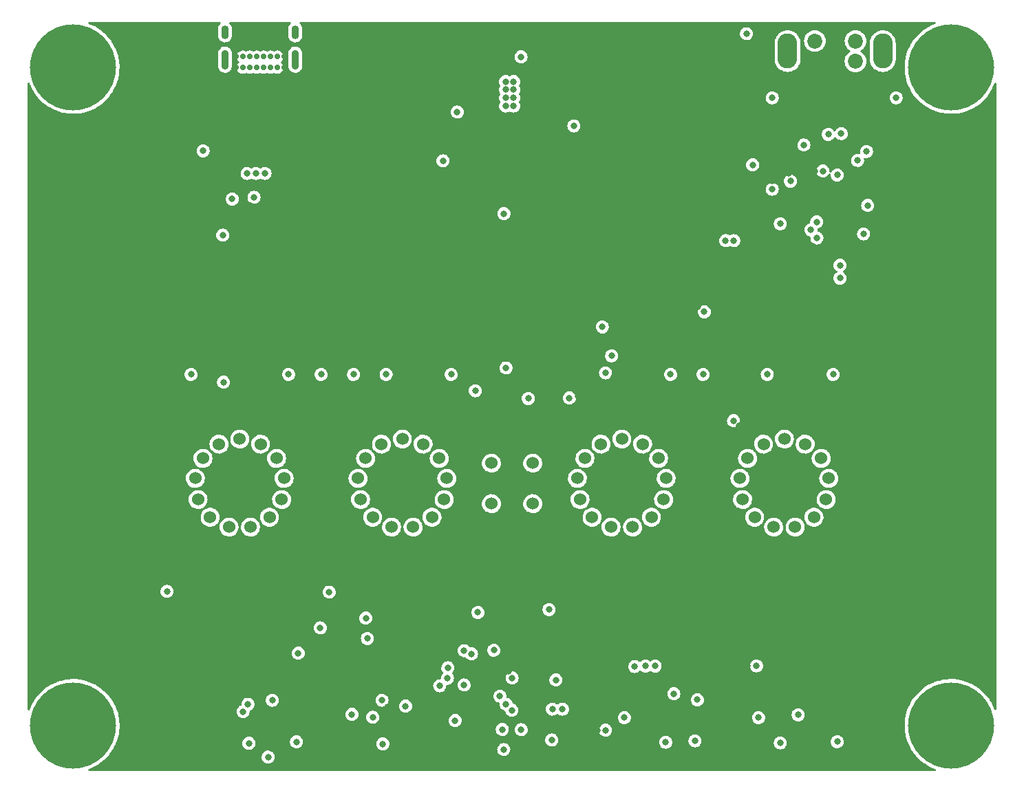
<source format=gbr>
%TF.GenerationSoftware,KiCad,Pcbnew,(5.99.0-9843-g93c991926f)*%
%TF.CreationDate,2021-03-24T22:05:53-04:00*%
%TF.ProjectId,nixieclock,6e697869-6563-46c6-9f63-6b2e6b696361,rev?*%
%TF.SameCoordinates,Original*%
%TF.FileFunction,Copper,L2,Inr*%
%TF.FilePolarity,Positive*%
%FSLAX46Y46*%
G04 Gerber Fmt 4.6, Leading zero omitted, Abs format (unit mm)*
G04 Created by KiCad (PCBNEW (5.99.0-9843-g93c991926f)) date 2021-03-24 22:05:53*
%MOMM*%
%LPD*%
G01*
G04 APERTURE LIST*
%TA.AperFunction,ComponentPad*%
%ADD10C,0.700000*%
%TD*%
%TA.AperFunction,ComponentPad*%
%ADD11O,0.900000X1.700000*%
%TD*%
%TA.AperFunction,ComponentPad*%
%ADD12O,0.900000X2.400000*%
%TD*%
%TA.AperFunction,ComponentPad*%
%ADD13C,10.600000*%
%TD*%
%TA.AperFunction,ComponentPad*%
%ADD14O,2.400000X4.300000*%
%TD*%
%TA.AperFunction,ComponentPad*%
%ADD15C,1.850000*%
%TD*%
%TA.AperFunction,ComponentPad*%
%ADD16C,1.524000*%
%TD*%
%TA.AperFunction,ViaPad*%
%ADD17C,0.800000*%
%TD*%
G04 APERTURE END LIST*
D10*
%TO.N,GND*%
%TO.C,J1*%
X81975000Y-76025000D03*
%TO.N,+5V*%
X81125000Y-76025000D03*
%TO.N,unconnected-(J1-PadA5)*%
X80275000Y-76025000D03*
%TO.N,unconnected-(J1-PadA6)*%
X79425000Y-76025000D03*
%TO.N,unconnected-(J1-PadA7)*%
X78575000Y-76025000D03*
%TO.N,unconnected-(J1-PadA8)*%
X77725000Y-76025000D03*
%TO.N,+5V*%
X76875000Y-76025000D03*
%TO.N,GND*%
X76025000Y-76025000D03*
X76025000Y-74675000D03*
%TO.N,+5V*%
X76875000Y-74675000D03*
%TO.N,unconnected-(J1-PadB5)*%
X77725000Y-74675000D03*
%TO.N,unconnected-(J1-PadB6)*%
X78575000Y-74675000D03*
%TO.N,unconnected-(J1-PadB7)*%
X79425000Y-74675000D03*
%TO.N,unconnected-(J1-PadB8)*%
X80275000Y-74675000D03*
%TO.N,+5V*%
X81125000Y-74675000D03*
%TO.N,GND*%
X81975000Y-74675000D03*
D11*
%TO.N,unconnected-(J1-PadS1)*%
X74675000Y-71665000D03*
D12*
X74675000Y-75045000D03*
D11*
X83325000Y-71665000D03*
D12*
X83325000Y-75045000D03*
%TD*%
D13*
%TO.N,*%
%TO.C,H1*%
X56000000Y-76000000D03*
%TD*%
D14*
%TO.N,*%
%TO.C,SW1*%
X143900000Y-74000000D03*
X155600000Y-74000000D03*
D15*
%TO.N,Net-(R19-Pad2)*%
X152250000Y-72750000D03*
%TO.N,Net-(R30-Pad2)*%
X147250000Y-72750000D03*
%TO.N,GND*%
X149750000Y-72750000D03*
%TO.N,/microcontroller/ENC_SW*%
X152250000Y-75250000D03*
%TO.N,GND*%
X147250000Y-75250000D03*
%TD*%
D13*
%TO.N,*%
%TO.C,H2*%
X56000000Y-157000000D03*
%TD*%
%TO.N,*%
%TO.C,H4*%
X164000000Y-76000000D03*
%TD*%
%TO.N,*%
%TO.C,H3*%
X164000000Y-157000000D03*
%TD*%
D16*
%TO.N,Net-(R21-Pad2)*%
%TO.C,V1*%
X76500000Y-121750000D03*
%TO.N,N/C*%
X79060000Y-122380000D03*
%TO.N,/cathode_sinks/NA1*%
X81030000Y-124130000D03*
%TO.N,/cathode_sinks/NA2*%
X81960000Y-126590000D03*
%TO.N,/cathode_sinks/NA3*%
X81640000Y-129200000D03*
%TO.N,/cathode_sinks/NA4*%
X80150000Y-131370000D03*
%TO.N,/cathode_sinks/NA5*%
X77820000Y-132590000D03*
%TO.N,/cathode_sinks/NA6*%
X75180000Y-132590000D03*
%TO.N,/cathode_sinks/NA7*%
X72850000Y-131370000D03*
%TO.N,/cathode_sinks/NA8*%
X71360000Y-129200000D03*
%TO.N,/cathode_sinks/NA9*%
X71040000Y-126590000D03*
%TO.N,/cathode_sinks/NA0*%
X71970000Y-124130000D03*
%TO.N,N/C*%
X73940000Y-122380000D03*
%TD*%
%TO.N,Net-(R22-Pad2)*%
%TO.C,V2*%
X96500000Y-121750000D03*
%TO.N,N/C*%
X99060000Y-122380000D03*
%TO.N,/cathode_sinks/NB1*%
X101030000Y-124130000D03*
%TO.N,/cathode_sinks/NB2*%
X101960000Y-126590000D03*
%TO.N,/cathode_sinks/NB3*%
X101640000Y-129200000D03*
%TO.N,/cathode_sinks/NB4*%
X100150000Y-131370000D03*
%TO.N,/cathode_sinks/NB5*%
X97820000Y-132590000D03*
%TO.N,/cathode_sinks/NB6*%
X95180000Y-132590000D03*
%TO.N,/cathode_sinks/NB7*%
X92850000Y-131370000D03*
%TO.N,/cathode_sinks/NB8*%
X91360000Y-129200000D03*
%TO.N,/cathode_sinks/NB9*%
X91040000Y-126590000D03*
%TO.N,/cathode_sinks/NB0*%
X91970000Y-124130000D03*
%TO.N,N/C*%
X93940000Y-122380000D03*
%TD*%
%TO.N,Net-(NE1-Pad1)*%
%TO.C,NE1*%
X112540000Y-124705983D03*
%TO.N,Net-(NE1-Pad2)*%
X107460000Y-124705983D03*
%TD*%
%TO.N,Net-(R24-Pad2)*%
%TO.C,V4*%
X143500000Y-121750000D03*
%TO.N,N/C*%
X146060000Y-122380000D03*
%TO.N,/cathode_sinks/ND1*%
X148030000Y-124130000D03*
%TO.N,/cathode_sinks/ND2*%
X148960000Y-126590000D03*
%TO.N,/cathode_sinks/ND3*%
X148640000Y-129200000D03*
%TO.N,/cathode_sinks/ND4*%
X147150000Y-131370000D03*
%TO.N,/cathode_sinks/ND5*%
X144820000Y-132590000D03*
%TO.N,/cathode_sinks/ND6*%
X142180000Y-132590000D03*
%TO.N,/cathode_sinks/ND7*%
X139850000Y-131370000D03*
%TO.N,/cathode_sinks/ND8*%
X138360000Y-129200000D03*
%TO.N,/cathode_sinks/ND9*%
X138040000Y-126590000D03*
%TO.N,/cathode_sinks/ND0*%
X138970000Y-124130000D03*
%TO.N,N/C*%
X140940000Y-122380000D03*
%TD*%
%TO.N,Net-(R23-Pad2)*%
%TO.C,V3*%
X123500000Y-121750000D03*
%TO.N,N/C*%
X126060000Y-122380000D03*
%TO.N,/cathode_sinks/NC1*%
X128030000Y-124130000D03*
%TO.N,/cathode_sinks/NC2*%
X128960000Y-126590000D03*
%TO.N,/cathode_sinks/NC3*%
X128640000Y-129200000D03*
%TO.N,/cathode_sinks/NC4*%
X127150000Y-131370000D03*
%TO.N,/cathode_sinks/NC5*%
X124820000Y-132590000D03*
%TO.N,/cathode_sinks/NC6*%
X122180000Y-132590000D03*
%TO.N,/cathode_sinks/NC7*%
X119850000Y-131370000D03*
%TO.N,/cathode_sinks/NC8*%
X118360000Y-129200000D03*
%TO.N,/cathode_sinks/NC9*%
X118040000Y-126590000D03*
%TO.N,/cathode_sinks/NC0*%
X118970000Y-124130000D03*
%TO.N,N/C*%
X120940000Y-122380000D03*
%TD*%
%TO.N,Net-(NE1-Pad1)*%
%TO.C,NE2*%
X112540000Y-129700000D03*
%TO.N,Net-(NE1-Pad2)*%
X107460000Y-129700000D03*
%TD*%
D17*
%TO.N,GND*%
X78000000Y-116750000D03*
X120500000Y-157600000D03*
X84300000Y-154200000D03*
X90500000Y-115200000D03*
X157550000Y-83250000D03*
X137000000Y-159350000D03*
X80700000Y-93050000D03*
X113550000Y-147875000D03*
X78200000Y-160400000D03*
X138400000Y-107350000D03*
X153500000Y-161150000D03*
X105800000Y-140400000D03*
X73000000Y-142100000D03*
X78800000Y-93050000D03*
X76500000Y-93726000D03*
X76400000Y-143700000D03*
X125000000Y-116750000D03*
X122000000Y-116750000D03*
X141800000Y-102750000D03*
X104500000Y-101350000D03*
X127800000Y-145600000D03*
X147250000Y-88750000D03*
X85400000Y-140500000D03*
X105100000Y-156700000D03*
X142000000Y-116750000D03*
X89900000Y-140800000D03*
X71150000Y-151100000D03*
X102500000Y-99150000D03*
X113300000Y-113400000D03*
X138400000Y-103750000D03*
X79700000Y-93050000D03*
X120500000Y-108950000D03*
X137200000Y-95850000D03*
X134500000Y-153800000D03*
X143400000Y-109150000D03*
X153600000Y-90450000D03*
X67250000Y-89750000D03*
X143400000Y-104450000D03*
X138400000Y-102750000D03*
X121150000Y-151100000D03*
X146600000Y-109150000D03*
X145500000Y-95750000D03*
X91948000Y-82143600D03*
X69000000Y-82750000D03*
X109600000Y-150300000D03*
X138975000Y-149675000D03*
X74750000Y-81000000D03*
X68250000Y-90750000D03*
X146000000Y-147500000D03*
X92900000Y-159800000D03*
X117500000Y-102100000D03*
X156500000Y-158000000D03*
X67250000Y-90750000D03*
X70500000Y-112200000D03*
X89050000Y-149650000D03*
X100600000Y-145600000D03*
X77800000Y-93050000D03*
X128200000Y-101500000D03*
X100850000Y-75150000D03*
X154500000Y-90450000D03*
X152400000Y-140600000D03*
X141800000Y-82650000D03*
X137575000Y-151100000D03*
X100700000Y-154000000D03*
X87650000Y-151100000D03*
X75000000Y-116750000D03*
X141800000Y-109150000D03*
X146250000Y-95000000D03*
X63750000Y-90250000D03*
X78500000Y-82550000D03*
X132850000Y-105500000D03*
X102500000Y-97650000D03*
X137200000Y-94850000D03*
X98000000Y-116750000D03*
X115400000Y-146300000D03*
X116800000Y-140800000D03*
X67750000Y-84500000D03*
X145000000Y-109150000D03*
X145000000Y-116750000D03*
X74600000Y-159750000D03*
X136280000Y-71900000D03*
X70850000Y-91200000D03*
X76750000Y-83250000D03*
X66750000Y-84500000D03*
X85648800Y-82535550D03*
X130775000Y-159050000D03*
X146600000Y-107350000D03*
X113000000Y-160000000D03*
X136400000Y-140700000D03*
X76100000Y-97250000D03*
X70900000Y-90100000D03*
X132875000Y-101575000D03*
X146600000Y-105550000D03*
X80873600Y-82535550D03*
X102500000Y-100150000D03*
X132500000Y-140700000D03*
X99100000Y-76950000D03*
X67750000Y-88250000D03*
X101375000Y-74250000D03*
X72550000Y-149500000D03*
X134200000Y-71800000D03*
X132875000Y-104150000D03*
X137950000Y-120150000D03*
X66750000Y-88250000D03*
X143000000Y-147700000D03*
X74500000Y-86250000D03*
X96500000Y-145500000D03*
X151000000Y-154300000D03*
X149300000Y-139600000D03*
X76100000Y-96250000D03*
X137200000Y-93850000D03*
X82500000Y-143600000D03*
X92700000Y-141800000D03*
X119600000Y-143700000D03*
X69400000Y-140700000D03*
X74600000Y-90200000D03*
X123250000Y-98700000D03*
X74750000Y-82000000D03*
X122550000Y-149650000D03*
X111400000Y-106150000D03*
X147400000Y-153950000D03*
X133500000Y-116900000D03*
X101500000Y-88750000D03*
X68250000Y-89750000D03*
X76000000Y-161150000D03*
X102500000Y-96650000D03*
X140200000Y-102750000D03*
X87300000Y-117000000D03*
X63750000Y-89250000D03*
X138400000Y-109150000D03*
X87111300Y-83250000D03*
X102700000Y-141000000D03*
X148450000Y-103350000D03*
X118150000Y-116500000D03*
X112200000Y-104600000D03*
X142000000Y-90000000D03*
X140200000Y-109150000D03*
X105100000Y-158800000D03*
X129700000Y-143600000D03*
X147200000Y-80050000D03*
X69000000Y-81750000D03*
X83261200Y-82535550D03*
X121750000Y-99700000D03*
X86700000Y-154200000D03*
X145000000Y-104450000D03*
X103500000Y-101350000D03*
X138400000Y-105550000D03*
X144000000Y-89000000D03*
X94650000Y-154750000D03*
X139900000Y-141900000D03*
X80350000Y-159800000D03*
X74600000Y-91300000D03*
X95000000Y-116750000D03*
%TO.N,VCC*%
X78500000Y-89050000D03*
X103250000Y-81500000D03*
X77400000Y-89050000D03*
X75565000Y-92202000D03*
X79600000Y-89050000D03*
X74400000Y-96647000D03*
X111100000Y-74700000D03*
%TO.N,HV*%
X109000000Y-94000000D03*
X122250000Y-111500000D03*
%TO.N,/cathode_registers/GA0*%
X80500000Y-153900000D03*
X74500000Y-114750000D03*
%TO.N,/power_supply/FBX*%
X101500000Y-87500000D03*
X71987347Y-86275000D03*
%TO.N,/cathode_registers/GA1*%
X83700000Y-148100000D03*
X82500000Y-113800000D03*
%TO.N,/cathode_registers/GA2*%
X86500000Y-113800000D03*
X86400000Y-145000000D03*
%TO.N,/cathode_registers/GA8*%
X67550000Y-140500000D03*
X96900000Y-154625000D03*
%TO.N,/cathode_registers/GA9*%
X102100000Y-149900000D03*
X70500000Y-113800000D03*
%TO.N,/cathode_registers/GB0*%
X94500000Y-113800000D03*
X101100000Y-152125000D03*
%TO.N,/cathode_registers/GB1*%
X102500000Y-113800000D03*
X104100000Y-152025000D03*
%TO.N,/cathode_registers/GB2*%
X105473011Y-115800000D03*
X105800000Y-143100000D03*
%TO.N,/cathode_registers/GB6*%
X92200000Y-146300000D03*
X104100000Y-147800000D03*
%TO.N,/cathode_registers/GB7*%
X92000000Y-143800000D03*
X105000000Y-148200000D03*
%TO.N,/cathode_registers/GB8*%
X87500000Y-140600000D03*
X102050000Y-151200000D03*
%TO.N,/cathode_registers/GB9*%
X107750000Y-147750000D03*
X90500000Y-113800000D03*
%TO.N,/cathode_registers/GC0*%
X121500000Y-113600000D03*
X108500000Y-153400000D03*
%TO.N,/cathode_registers/GC1*%
X129500000Y-113800000D03*
X109250000Y-154400000D03*
%TO.N,/cathode_registers/GC2*%
X109973952Y-155123952D03*
X133500000Y-113800000D03*
%TO.N,/cathode_registers/GC3*%
X108800000Y-157500000D03*
X132800000Y-153850000D03*
%TO.N,/cathode_registers/GC8*%
X127600000Y-149700000D03*
X114550000Y-142750000D03*
%TO.N,/cathode_registers/GC9*%
X126400000Y-149700000D03*
X117050000Y-116700000D03*
%TO.N,/cathode_registers/GD0*%
X125095000Y-149750000D03*
X141400000Y-113800000D03*
%TO.N,/nixie_tubes/NEH-*%
X109250000Y-113000000D03*
X112000000Y-116750000D03*
%TO.N,/cathode_registers/GD1*%
X149500000Y-113800000D03*
X129900000Y-153100000D03*
%TO.N,/cathode_registers/~OE*%
X77625000Y-159200000D03*
X116200000Y-155000000D03*
X108975000Y-159975000D03*
X147500000Y-97000000D03*
X94100000Y-159275000D03*
%TO.N,/cathode_registers/LCLK*%
X147487347Y-95012653D03*
X143000000Y-159150000D03*
X114950000Y-155000000D03*
X92850000Y-156000000D03*
X76900000Y-155300000D03*
%TO.N,/cathode_registers/CLK*%
X150000000Y-89250000D03*
X153750000Y-93000000D03*
%TO.N,/cathode_registers/~RES*%
X146750000Y-96000000D03*
X123825000Y-156050000D03*
X90300000Y-155650000D03*
X77500000Y-154400000D03*
X111125000Y-157525000D03*
X140325000Y-156050000D03*
%TO.N,Net-(U5-Pad9)*%
X114875000Y-158800000D03*
X128900000Y-159075000D03*
%TO.N,Net-(U6-Pad9)*%
X145200000Y-155700000D03*
X121500003Y-157600000D03*
%TO.N,Net-(U4-Pad9)*%
X110000000Y-151150000D03*
X94000000Y-153900000D03*
%TO.N,/cathode_registers/GD9*%
X140075000Y-149675000D03*
X137250000Y-119500000D03*
%TO.N,/microcontroller/VBAT*%
X117600000Y-83200000D03*
%TO.N,/microcontroller/~NRST*%
X143000000Y-95250000D03*
X139600000Y-88000000D03*
%TO.N,+3V3*%
X109200000Y-78750000D03*
X109200000Y-77750000D03*
X83475000Y-159025000D03*
X109200000Y-79750000D03*
X150350000Y-100350000D03*
X150350000Y-101950000D03*
X137275000Y-97325000D03*
X157250000Y-79750000D03*
X110200000Y-79750000D03*
X110200000Y-78750000D03*
X148900000Y-84250000D03*
X138830000Y-71850000D03*
X109200000Y-80750000D03*
X103000000Y-156400000D03*
X153600000Y-86350000D03*
X136275000Y-97325000D03*
X150000000Y-159000000D03*
X152500000Y-87450000D03*
X110200000Y-77750000D03*
X132500000Y-158900000D03*
X115400000Y-151400000D03*
X110200000Y-80750000D03*
X142000000Y-79750000D03*
%TO.N,/cathode_registers/D*%
X148250000Y-88750000D03*
X80000000Y-160900000D03*
%TO.N,/microcontroller/~SHDN*%
X78250000Y-92000000D03*
X153250000Y-96500000D03*
%TO.N,/microcontroller/~TIM1_CH1N*%
X142000000Y-91000000D03*
%TO.N,/microcontroller/TIM1_CH1*%
X133650000Y-106100000D03*
X144250000Y-90000000D03*
X121100000Y-107950000D03*
%TO.N,/microcontroller/ENC_SW*%
X150500000Y-84150000D03*
X145900000Y-85550000D03*
%TD*%
%TA.AperFunction,Conductor*%
%TO.N,GND*%
G36*
X74104735Y-70420002D02*
G01*
X74151228Y-70473658D01*
X74161332Y-70543932D01*
X74131838Y-70608512D01*
X74117944Y-70622236D01*
X74055471Y-70675030D01*
X73943236Y-70821828D01*
X73865142Y-70989302D01*
X73824832Y-71169638D01*
X73824500Y-71175576D01*
X73824500Y-72111025D01*
X73839457Y-72248706D01*
X73898396Y-72423841D01*
X73993569Y-72582235D01*
X73998256Y-72587191D01*
X74099086Y-72693816D01*
X74120533Y-72716496D01*
X74273367Y-72820362D01*
X74279701Y-72822895D01*
X74279704Y-72822897D01*
X74438602Y-72886452D01*
X74438607Y-72886453D01*
X74444939Y-72888986D01*
X74536718Y-72904180D01*
X74620507Y-72918051D01*
X74620511Y-72918051D01*
X74627245Y-72919166D01*
X74634062Y-72918809D01*
X74634066Y-72918809D01*
X74787077Y-72910790D01*
X74811778Y-72909495D01*
X74818351Y-72907684D01*
X74818354Y-72907684D01*
X74983349Y-72862237D01*
X74989931Y-72860424D01*
X75153390Y-72774242D01*
X75158603Y-72769837D01*
X75158607Y-72769834D01*
X75289315Y-72659377D01*
X75289319Y-72659373D01*
X75294529Y-72654970D01*
X75308368Y-72636870D01*
X75358397Y-72571434D01*
X75406764Y-72508172D01*
X75484858Y-72340698D01*
X75525168Y-72160362D01*
X75525500Y-72154424D01*
X75525500Y-71218975D01*
X75510543Y-71081294D01*
X75451604Y-70906159D01*
X75356431Y-70747765D01*
X75229467Y-70613504D01*
X75231477Y-70611603D01*
X75199347Y-70562575D01*
X75198714Y-70491582D01*
X75236563Y-70431515D01*
X75300878Y-70401447D01*
X75319922Y-70400000D01*
X82686614Y-70400000D01*
X82754735Y-70420002D01*
X82801228Y-70473658D01*
X82811332Y-70543932D01*
X82781838Y-70608512D01*
X82767944Y-70622236D01*
X82705471Y-70675030D01*
X82593236Y-70821828D01*
X82515142Y-70989302D01*
X82474832Y-71169638D01*
X82474500Y-71175576D01*
X82474500Y-72111025D01*
X82489457Y-72248706D01*
X82548396Y-72423841D01*
X82643569Y-72582235D01*
X82648256Y-72587191D01*
X82749086Y-72693816D01*
X82770533Y-72716496D01*
X82923367Y-72820362D01*
X82929701Y-72822895D01*
X82929704Y-72822897D01*
X83088602Y-72886452D01*
X83088607Y-72886453D01*
X83094939Y-72888986D01*
X83186718Y-72904180D01*
X83270507Y-72918051D01*
X83270511Y-72918051D01*
X83277245Y-72919166D01*
X83284062Y-72918809D01*
X83284066Y-72918809D01*
X83437077Y-72910790D01*
X83461778Y-72909495D01*
X83468351Y-72907684D01*
X83468354Y-72907684D01*
X83633349Y-72862237D01*
X83639931Y-72860424D01*
X83803390Y-72774242D01*
X83808603Y-72769837D01*
X83808607Y-72769834D01*
X83939315Y-72659377D01*
X83939319Y-72659373D01*
X83944529Y-72654970D01*
X83958368Y-72636870D01*
X84008397Y-72571434D01*
X84056764Y-72508172D01*
X84134858Y-72340698D01*
X84175168Y-72160362D01*
X84175500Y-72154424D01*
X84175500Y-71838753D01*
X138024579Y-71838753D01*
X138025266Y-71845760D01*
X138025266Y-71845763D01*
X138028939Y-71883221D01*
X138042102Y-72017473D01*
X138098785Y-72187869D01*
X138102434Y-72193894D01*
X138168301Y-72302652D01*
X138191811Y-72341472D01*
X138316555Y-72470648D01*
X138466818Y-72568978D01*
X138635132Y-72631573D01*
X138642113Y-72632504D01*
X138642115Y-72632505D01*
X138806150Y-72654392D01*
X138806154Y-72654392D01*
X138813131Y-72655323D01*
X138820142Y-72654685D01*
X138820146Y-72654685D01*
X138984947Y-72639687D01*
X138991968Y-72639048D01*
X139025700Y-72628088D01*
X139156057Y-72585733D01*
X139156060Y-72585732D01*
X139162756Y-72583556D01*
X139317005Y-72491605D01*
X139394958Y-72417371D01*
X139441945Y-72372626D01*
X139441947Y-72372624D01*
X139447049Y-72367765D01*
X139546425Y-72218192D01*
X139610194Y-72050320D01*
X139628007Y-71923576D01*
X139634635Y-71876414D01*
X139634635Y-71876409D01*
X139635186Y-71872491D01*
X139635500Y-71850000D01*
X139615483Y-71671543D01*
X139609364Y-71653970D01*
X139558744Y-71508612D01*
X139556426Y-71501955D01*
X139461265Y-71349665D01*
X139397726Y-71285681D01*
X139339692Y-71227240D01*
X139339688Y-71227237D01*
X139334729Y-71222243D01*
X139317905Y-71211566D01*
X139189062Y-71129799D01*
X139189058Y-71129797D01*
X139183108Y-71126021D01*
X139013937Y-71065782D01*
X138835623Y-71044520D01*
X138828620Y-71045256D01*
X138828619Y-71045256D01*
X138784810Y-71049860D01*
X138657031Y-71063290D01*
X138650363Y-71065560D01*
X138493702Y-71118892D01*
X138493699Y-71118893D01*
X138487035Y-71121162D01*
X138334085Y-71215257D01*
X138329054Y-71220183D01*
X138329051Y-71220186D01*
X138321848Y-71227240D01*
X138205782Y-71340900D01*
X138108504Y-71491846D01*
X138106095Y-71498466D01*
X138106093Y-71498469D01*
X138077795Y-71576219D01*
X138047085Y-71660593D01*
X138024579Y-71838753D01*
X84175500Y-71838753D01*
X84175500Y-71218975D01*
X84160543Y-71081294D01*
X84101604Y-70906159D01*
X84006431Y-70747765D01*
X83879467Y-70613504D01*
X83881477Y-70611603D01*
X83849347Y-70562575D01*
X83848714Y-70491582D01*
X83886563Y-70431515D01*
X83950878Y-70401447D01*
X83969922Y-70400000D01*
X161992306Y-70400000D01*
X162060427Y-70420002D01*
X162106920Y-70473658D01*
X162117024Y-70543932D01*
X162087530Y-70608512D01*
X162031244Y-70645833D01*
X162011222Y-70652338D01*
X161570716Y-70837509D01*
X161568383Y-70838728D01*
X161568378Y-70838731D01*
X161149583Y-71057672D01*
X161149577Y-71057676D01*
X161147250Y-71058892D01*
X161122142Y-71074826D01*
X160746031Y-71313513D01*
X160746025Y-71313517D01*
X160743794Y-71314933D01*
X160363177Y-71603837D01*
X160008071Y-71923576D01*
X159680965Y-72271909D01*
X159384154Y-72646391D01*
X159382700Y-72648580D01*
X159382696Y-72648585D01*
X159203160Y-72918809D01*
X159119719Y-73044397D01*
X158889517Y-73463134D01*
X158695160Y-73899665D01*
X158538014Y-74350929D01*
X158537359Y-74353480D01*
X158537356Y-74353490D01*
X158422647Y-74800252D01*
X158419179Y-74813760D01*
X158339490Y-75284911D01*
X158339270Y-75287528D01*
X158339270Y-75287530D01*
X158301859Y-75733051D01*
X158299505Y-75761078D01*
X158299505Y-76238922D01*
X158299725Y-76241540D01*
X158299725Y-76241544D01*
X158332931Y-76636986D01*
X158339490Y-76715089D01*
X158419179Y-77186240D01*
X158419834Y-77188790D01*
X158419835Y-77188796D01*
X158517092Y-77567584D01*
X158538014Y-77649071D01*
X158695160Y-78100335D01*
X158889517Y-78536866D01*
X159119719Y-78955603D01*
X159121171Y-78957789D01*
X159121175Y-78957795D01*
X159382696Y-79351415D01*
X159384154Y-79353609D01*
X159680965Y-79728091D01*
X160008071Y-80076424D01*
X160363177Y-80396163D01*
X160743794Y-80685067D01*
X160746025Y-80686483D01*
X160746031Y-80686487D01*
X160949809Y-80815808D01*
X161147250Y-80941108D01*
X161149577Y-80942324D01*
X161149583Y-80942328D01*
X161568378Y-81161269D01*
X161568383Y-81161272D01*
X161570716Y-81162491D01*
X162011222Y-81347662D01*
X162013730Y-81348477D01*
X162013733Y-81348478D01*
X162463163Y-81494507D01*
X162463167Y-81494508D01*
X162465678Y-81495324D01*
X162721485Y-81555323D01*
X162928320Y-81603836D01*
X162928324Y-81603837D01*
X162930896Y-81604440D01*
X162933513Y-81604827D01*
X162933516Y-81604827D01*
X163400991Y-81673858D01*
X163400995Y-81673858D01*
X163403613Y-81674245D01*
X163880513Y-81704249D01*
X163883145Y-81704194D01*
X163883152Y-81704194D01*
X164068066Y-81700320D01*
X164358251Y-81694241D01*
X164833477Y-81644293D01*
X165302856Y-81554754D01*
X165305385Y-81554048D01*
X165305393Y-81554046D01*
X165760562Y-81426961D01*
X165760573Y-81426957D01*
X165763096Y-81426253D01*
X166055298Y-81317584D01*
X166208497Y-81260610D01*
X166208503Y-81260607D01*
X166210970Y-81259690D01*
X166643336Y-81056235D01*
X167057160Y-80817313D01*
X167449540Y-80544601D01*
X167778303Y-80272626D01*
X167815696Y-80241692D01*
X167815702Y-80241686D01*
X167817725Y-80240013D01*
X168159131Y-79905684D01*
X168160844Y-79903699D01*
X168160851Y-79903692D01*
X168469628Y-79545969D01*
X168471363Y-79543959D01*
X168472915Y-79541823D01*
X168472922Y-79541814D01*
X168750681Y-79159510D01*
X168750683Y-79159507D01*
X168752232Y-79157375D01*
X168770483Y-79127240D01*
X168998407Y-78750893D01*
X168999768Y-78748646D01*
X169212234Y-78320636D01*
X169356848Y-77955381D01*
X169400522Y-77899408D01*
X169467525Y-77875931D01*
X169536584Y-77892407D01*
X169585773Y-77943602D01*
X169600000Y-78001765D01*
X169600000Y-154998235D01*
X169579998Y-155066356D01*
X169526342Y-155112849D01*
X169456068Y-155122953D01*
X169391488Y-155093459D01*
X169356848Y-155044619D01*
X169356497Y-155043731D01*
X169212234Y-154679364D01*
X168999768Y-154251354D01*
X168781815Y-153891472D01*
X168753596Y-153844877D01*
X168753594Y-153844875D01*
X168752232Y-153842625D01*
X168749419Y-153838753D01*
X168472922Y-153458186D01*
X168472915Y-153458177D01*
X168471363Y-153456041D01*
X168445791Y-153426416D01*
X168160851Y-153096308D01*
X168160844Y-153096301D01*
X168159131Y-153094316D01*
X167920604Y-152860733D01*
X167819601Y-152761824D01*
X167819600Y-152761823D01*
X167817725Y-152759987D01*
X167815702Y-152758314D01*
X167815696Y-152758308D01*
X167548052Y-152536895D01*
X167449540Y-152455399D01*
X167057160Y-152182687D01*
X166643336Y-151943765D01*
X166210970Y-151740310D01*
X166208503Y-151739393D01*
X166208497Y-151739390D01*
X166024542Y-151670978D01*
X165763096Y-151573747D01*
X165760573Y-151573043D01*
X165760562Y-151573039D01*
X165305393Y-151445954D01*
X165305385Y-151445952D01*
X165302856Y-151445246D01*
X164833477Y-151355707D01*
X164358251Y-151305759D01*
X164065511Y-151299626D01*
X163883152Y-151295806D01*
X163883145Y-151295806D01*
X163880513Y-151295751D01*
X163403613Y-151325755D01*
X163400995Y-151326142D01*
X163400991Y-151326142D01*
X162933516Y-151395173D01*
X162933513Y-151395173D01*
X162930896Y-151395560D01*
X162928324Y-151396163D01*
X162928320Y-151396164D01*
X162882539Y-151406902D01*
X162465678Y-151504676D01*
X162463167Y-151505492D01*
X162463163Y-151505493D01*
X162013733Y-151651522D01*
X162011222Y-151652338D01*
X161570716Y-151837509D01*
X161568383Y-151838728D01*
X161568378Y-151838731D01*
X161149583Y-152057672D01*
X161149577Y-152057676D01*
X161147250Y-152058892D01*
X161145022Y-152060306D01*
X160746031Y-152313513D01*
X160746025Y-152313517D01*
X160743794Y-152314933D01*
X160363177Y-152603837D01*
X160008071Y-152923576D01*
X160006267Y-152925497D01*
X160006263Y-152925501D01*
X160002609Y-152929392D01*
X159680965Y-153271909D01*
X159384154Y-153646391D01*
X159382700Y-153648580D01*
X159382696Y-153648585D01*
X159133166Y-154024158D01*
X159119719Y-154044397D01*
X158889517Y-154463134D01*
X158695160Y-154899665D01*
X158538014Y-155350929D01*
X158537359Y-155353480D01*
X158537356Y-155353490D01*
X158421584Y-155804392D01*
X158419179Y-155813760D01*
X158339490Y-156284911D01*
X158339270Y-156287528D01*
X158339270Y-156287530D01*
X158301419Y-156738290D01*
X158299505Y-156761078D01*
X158299505Y-157238922D01*
X158299725Y-157241540D01*
X158299725Y-157241544D01*
X158339270Y-157712470D01*
X158339490Y-157715089D01*
X158419179Y-158186240D01*
X158419834Y-158188790D01*
X158419835Y-158188796D01*
X158537220Y-158645978D01*
X158538014Y-158649071D01*
X158695160Y-159100335D01*
X158889517Y-159536866D01*
X159119719Y-159955603D01*
X159121171Y-159957789D01*
X159121175Y-159957795D01*
X159382696Y-160351415D01*
X159384154Y-160353609D01*
X159680965Y-160728091D01*
X159910798Y-160972839D01*
X159993085Y-161060465D01*
X160008071Y-161076424D01*
X160363177Y-161396163D01*
X160743794Y-161685067D01*
X160746025Y-161686483D01*
X160746031Y-161686487D01*
X160774245Y-161704392D01*
X161147250Y-161941108D01*
X161149577Y-161942324D01*
X161149583Y-161942328D01*
X161568378Y-162161269D01*
X161568383Y-162161272D01*
X161570716Y-162162491D01*
X162011222Y-162347662D01*
X162031244Y-162354167D01*
X162089848Y-162394241D01*
X162117485Y-162459638D01*
X162105378Y-162529594D01*
X162057372Y-162581900D01*
X161992306Y-162600000D01*
X57996184Y-162600000D01*
X57928063Y-162579998D01*
X57881570Y-162526342D01*
X57871466Y-162456068D01*
X57900960Y-162391488D01*
X57952264Y-162355902D01*
X58208497Y-162260610D01*
X58208503Y-162260607D01*
X58210970Y-162259690D01*
X58643336Y-162056235D01*
X59057160Y-161817313D01*
X59449540Y-161544601D01*
X59641922Y-161385449D01*
X59815696Y-161241692D01*
X59815702Y-161241686D01*
X59817725Y-161240013D01*
X59929573Y-161130484D01*
X60157258Y-160907518D01*
X60159131Y-160905684D01*
X60160844Y-160903699D01*
X60160851Y-160903692D01*
X60173746Y-160888753D01*
X79194579Y-160888753D01*
X79195266Y-160895760D01*
X79195266Y-160895763D01*
X79207057Y-161016022D01*
X79212102Y-161067473D01*
X79268785Y-161237869D01*
X79361811Y-161391472D01*
X79486555Y-161520648D01*
X79636818Y-161618978D01*
X79805132Y-161681573D01*
X79812113Y-161682504D01*
X79812115Y-161682505D01*
X79976150Y-161704392D01*
X79976154Y-161704392D01*
X79983131Y-161705323D01*
X79990142Y-161704685D01*
X79990146Y-161704685D01*
X80154947Y-161689687D01*
X80161968Y-161689048D01*
X80195700Y-161678088D01*
X80326057Y-161635733D01*
X80326060Y-161635732D01*
X80332756Y-161633556D01*
X80487005Y-161541605D01*
X80557284Y-161474679D01*
X80611945Y-161422626D01*
X80611947Y-161422624D01*
X80617049Y-161417765D01*
X80716425Y-161268192D01*
X80780194Y-161100320D01*
X80781174Y-161093348D01*
X80804635Y-160926414D01*
X80804635Y-160926409D01*
X80805186Y-160922491D01*
X80805500Y-160900000D01*
X80785483Y-160721543D01*
X80780961Y-160708556D01*
X80742985Y-160599507D01*
X80726426Y-160551955D01*
X80631265Y-160399665D01*
X80512508Y-160280076D01*
X80509692Y-160277240D01*
X80509688Y-160277237D01*
X80504729Y-160272243D01*
X80498781Y-160268468D01*
X80359062Y-160179799D01*
X80359058Y-160179797D01*
X80353108Y-160176021D01*
X80183937Y-160115782D01*
X80005623Y-160094520D01*
X79998620Y-160095256D01*
X79998619Y-160095256D01*
X79954810Y-160099860D01*
X79827031Y-160113290D01*
X79820363Y-160115560D01*
X79663702Y-160168892D01*
X79663699Y-160168893D01*
X79657035Y-160171162D01*
X79504085Y-160265257D01*
X79499054Y-160270183D01*
X79499051Y-160270186D01*
X79462285Y-160306190D01*
X79375782Y-160390900D01*
X79371963Y-160396825D01*
X79371962Y-160396827D01*
X79307002Y-160497626D01*
X79278504Y-160541846D01*
X79276095Y-160548466D01*
X79276093Y-160548469D01*
X79257517Y-160599507D01*
X79217085Y-160710593D01*
X79194579Y-160888753D01*
X60173746Y-160888753D01*
X60469628Y-160545969D01*
X60471363Y-160543959D01*
X60472915Y-160541823D01*
X60472922Y-160541814D01*
X60750681Y-160159510D01*
X60750683Y-160159507D01*
X60752232Y-160157375D01*
X60757209Y-160149158D01*
X60935892Y-159854118D01*
X60999768Y-159748646D01*
X61212234Y-159320636D01*
X61264450Y-159188753D01*
X76819579Y-159188753D01*
X76820266Y-159195760D01*
X76820266Y-159195763D01*
X76830468Y-159299811D01*
X76837102Y-159367473D01*
X76893785Y-159537869D01*
X76897434Y-159543894D01*
X76968806Y-159661742D01*
X76986811Y-159691472D01*
X76991702Y-159696537D01*
X76991703Y-159696538D01*
X77039749Y-159746291D01*
X77111555Y-159820648D01*
X77261818Y-159918978D01*
X77430132Y-159981573D01*
X77437113Y-159982504D01*
X77437115Y-159982505D01*
X77601150Y-160004392D01*
X77601154Y-160004392D01*
X77608131Y-160005323D01*
X77615142Y-160004685D01*
X77615146Y-160004685D01*
X77779947Y-159989687D01*
X77786968Y-159989048D01*
X77883156Y-159957795D01*
X77951057Y-159935733D01*
X77951060Y-159935732D01*
X77957756Y-159933556D01*
X78112005Y-159841605D01*
X78191839Y-159765580D01*
X78236945Y-159722626D01*
X78236947Y-159722624D01*
X78242049Y-159717765D01*
X78341425Y-159568192D01*
X78388908Y-159443192D01*
X78402694Y-159406902D01*
X78402695Y-159406900D01*
X78405194Y-159400320D01*
X78406196Y-159393192D01*
X78429635Y-159226414D01*
X78429635Y-159226409D01*
X78430186Y-159222491D01*
X78430500Y-159200000D01*
X78410483Y-159021543D01*
X78407771Y-159013753D01*
X82669579Y-159013753D01*
X82670266Y-159020760D01*
X82670266Y-159020763D01*
X82678712Y-159106902D01*
X82687102Y-159192473D01*
X82743785Y-159362869D01*
X82747434Y-159368894D01*
X82818023Y-159485449D01*
X82836811Y-159516472D01*
X82841702Y-159521537D01*
X82841703Y-159521538D01*
X82886756Y-159568192D01*
X82961555Y-159645648D01*
X83111818Y-159743978D01*
X83280132Y-159806573D01*
X83287113Y-159807504D01*
X83287115Y-159807505D01*
X83451150Y-159829392D01*
X83451154Y-159829392D01*
X83458131Y-159830323D01*
X83465142Y-159829685D01*
X83465146Y-159829685D01*
X83629947Y-159814687D01*
X83636968Y-159814048D01*
X83691179Y-159796434D01*
X83801057Y-159760733D01*
X83801060Y-159760732D01*
X83807756Y-159758556D01*
X83962005Y-159666605D01*
X84045708Y-159586895D01*
X84086945Y-159547626D01*
X84086947Y-159547624D01*
X84092049Y-159542765D01*
X84191425Y-159393192D01*
X84240595Y-159263753D01*
X93294579Y-159263753D01*
X93295266Y-159270760D01*
X93295266Y-159270763D01*
X93303712Y-159356902D01*
X93312102Y-159442473D01*
X93368785Y-159612869D01*
X93372434Y-159618894D01*
X93443195Y-159735733D01*
X93461811Y-159766472D01*
X93466702Y-159771537D01*
X93466703Y-159771538D01*
X93484646Y-159790118D01*
X93586555Y-159895648D01*
X93736818Y-159993978D01*
X93905132Y-160056573D01*
X93912113Y-160057504D01*
X93912115Y-160057505D01*
X94076150Y-160079392D01*
X94076154Y-160079392D01*
X94083131Y-160080323D01*
X94090142Y-160079685D01*
X94090146Y-160079685D01*
X94254947Y-160064687D01*
X94261968Y-160064048D01*
X94295700Y-160053088D01*
X94426057Y-160010733D01*
X94426060Y-160010732D01*
X94432756Y-160008556D01*
X94507914Y-159963753D01*
X108169579Y-159963753D01*
X108170266Y-159970760D01*
X108170266Y-159970763D01*
X108173592Y-160004685D01*
X108187102Y-160142473D01*
X108243785Y-160312869D01*
X108336811Y-160466472D01*
X108461555Y-160595648D01*
X108611818Y-160693978D01*
X108780132Y-160756573D01*
X108787113Y-160757504D01*
X108787115Y-160757505D01*
X108951150Y-160779392D01*
X108951154Y-160779392D01*
X108958131Y-160780323D01*
X108965142Y-160779685D01*
X108965146Y-160779685D01*
X109129947Y-160764687D01*
X109136968Y-160764048D01*
X109223735Y-160735856D01*
X109301057Y-160710733D01*
X109301060Y-160710732D01*
X109307756Y-160708556D01*
X109462005Y-160616605D01*
X109546732Y-160535920D01*
X109586945Y-160497626D01*
X109586947Y-160497624D01*
X109592049Y-160492765D01*
X109691425Y-160343192D01*
X109755194Y-160175320D01*
X109757716Y-160157375D01*
X109779635Y-160001414D01*
X109779635Y-160001409D01*
X109780186Y-159997491D01*
X109780500Y-159975000D01*
X109760483Y-159796543D01*
X109758096Y-159789687D01*
X109733472Y-159718978D01*
X109701426Y-159626955D01*
X109606265Y-159474665D01*
X109528681Y-159396538D01*
X109484692Y-159352240D01*
X109484688Y-159352237D01*
X109479729Y-159347243D01*
X109473781Y-159343468D01*
X109334062Y-159254799D01*
X109334058Y-159254797D01*
X109328108Y-159251021D01*
X109158937Y-159190782D01*
X108980623Y-159169520D01*
X108973620Y-159170256D01*
X108973619Y-159170256D01*
X108929810Y-159174860D01*
X108802031Y-159188290D01*
X108795363Y-159190560D01*
X108638702Y-159243892D01*
X108638699Y-159243893D01*
X108632035Y-159246162D01*
X108479085Y-159340257D01*
X108474054Y-159345183D01*
X108474051Y-159345186D01*
X108444563Y-159374063D01*
X108350782Y-159465900D01*
X108346963Y-159471825D01*
X108346962Y-159471827D01*
X108271007Y-159589687D01*
X108253504Y-159616846D01*
X108251095Y-159623466D01*
X108251093Y-159623469D01*
X108228017Y-159686870D01*
X108192085Y-159785593D01*
X108169579Y-159963753D01*
X94507914Y-159963753D01*
X94587005Y-159916605D01*
X94670869Y-159836742D01*
X94711945Y-159797626D01*
X94711947Y-159797624D01*
X94717049Y-159792765D01*
X94816425Y-159643192D01*
X94859442Y-159529949D01*
X94877694Y-159481902D01*
X94877695Y-159481900D01*
X94880194Y-159475320D01*
X94889108Y-159411895D01*
X94904635Y-159301414D01*
X94904635Y-159301409D01*
X94905186Y-159297491D01*
X94905500Y-159275000D01*
X94885483Y-159096543D01*
X94879364Y-159078970D01*
X94845513Y-158981766D01*
X94826426Y-158926955D01*
X94745954Y-158798173D01*
X94740068Y-158788753D01*
X114069579Y-158788753D01*
X114070266Y-158795760D01*
X114070266Y-158795763D01*
X114080486Y-158900000D01*
X114087102Y-158967473D01*
X114143785Y-159137869D01*
X114147434Y-159143894D01*
X114226268Y-159274063D01*
X114236811Y-159291472D01*
X114241702Y-159296537D01*
X114241703Y-159296538D01*
X114293640Y-159350320D01*
X114361555Y-159420648D01*
X114511818Y-159518978D01*
X114680132Y-159581573D01*
X114687113Y-159582504D01*
X114687115Y-159582505D01*
X114851150Y-159604392D01*
X114851154Y-159604392D01*
X114858131Y-159605323D01*
X114865142Y-159604685D01*
X114865146Y-159604685D01*
X115029947Y-159589687D01*
X115036968Y-159589048D01*
X115070700Y-159578088D01*
X115201057Y-159535733D01*
X115201060Y-159535732D01*
X115207756Y-159533556D01*
X115362005Y-159441605D01*
X115439851Y-159367473D01*
X115486945Y-159322626D01*
X115486947Y-159322624D01*
X115492049Y-159317765D01*
X115591425Y-159168192D01*
X115631098Y-159063753D01*
X128094579Y-159063753D01*
X128095266Y-159070760D01*
X128095266Y-159070763D01*
X128102620Y-159145763D01*
X128112102Y-159242473D01*
X128168785Y-159412869D01*
X128172434Y-159418894D01*
X128243806Y-159536742D01*
X128261811Y-159566472D01*
X128266702Y-159571537D01*
X128266703Y-159571538D01*
X128314128Y-159620648D01*
X128386555Y-159695648D01*
X128536818Y-159793978D01*
X128705132Y-159856573D01*
X128712113Y-159857504D01*
X128712115Y-159857505D01*
X128876150Y-159879392D01*
X128876154Y-159879392D01*
X128883131Y-159880323D01*
X128890142Y-159879685D01*
X128890146Y-159879685D01*
X129054947Y-159864687D01*
X129061968Y-159864048D01*
X129095700Y-159853088D01*
X129226057Y-159810733D01*
X129226060Y-159810732D01*
X129232756Y-159808556D01*
X129387005Y-159716605D01*
X129471014Y-159636604D01*
X129511945Y-159597626D01*
X129511947Y-159597624D01*
X129517049Y-159592765D01*
X129616425Y-159443192D01*
X129664071Y-159317765D01*
X129677694Y-159281902D01*
X129677695Y-159281900D01*
X129680194Y-159275320D01*
X129683871Y-159249158D01*
X129704635Y-159101414D01*
X129704635Y-159101409D01*
X129705186Y-159097491D01*
X129705500Y-159075000D01*
X129685483Y-158896543D01*
X129682770Y-158888753D01*
X131694579Y-158888753D01*
X131695266Y-158895760D01*
X131695266Y-158895763D01*
X131703699Y-158981766D01*
X131712102Y-159067473D01*
X131768785Y-159237869D01*
X131775318Y-159248656D01*
X131851268Y-159374063D01*
X131861811Y-159391472D01*
X131866702Y-159396537D01*
X131866703Y-159396538D01*
X131905528Y-159436742D01*
X131986555Y-159520648D01*
X132136818Y-159618978D01*
X132305132Y-159681573D01*
X132312113Y-159682504D01*
X132312115Y-159682505D01*
X132476150Y-159704392D01*
X132476154Y-159704392D01*
X132483131Y-159705323D01*
X132490142Y-159704685D01*
X132490146Y-159704685D01*
X132654947Y-159689687D01*
X132661968Y-159689048D01*
X132712510Y-159672626D01*
X132826057Y-159635733D01*
X132826060Y-159635732D01*
X132832756Y-159633556D01*
X132987005Y-159541605D01*
X133071682Y-159460968D01*
X133111945Y-159422626D01*
X133111947Y-159422624D01*
X133117049Y-159417765D01*
X133216425Y-159268192D01*
X133265595Y-159138753D01*
X142194579Y-159138753D01*
X142195266Y-159145760D01*
X142195266Y-159145763D01*
X142203712Y-159231902D01*
X142212102Y-159317473D01*
X142268785Y-159487869D01*
X142272434Y-159493894D01*
X142357051Y-159633612D01*
X142361811Y-159641472D01*
X142366702Y-159646537D01*
X142366703Y-159646538D01*
X142414128Y-159695648D01*
X142486555Y-159770648D01*
X142636818Y-159868978D01*
X142805132Y-159931573D01*
X142812113Y-159932504D01*
X142812115Y-159932505D01*
X142976150Y-159954392D01*
X142976154Y-159954392D01*
X142983131Y-159955323D01*
X142990142Y-159954685D01*
X142990146Y-159954685D01*
X143154947Y-159939687D01*
X143161968Y-159939048D01*
X143216179Y-159921434D01*
X143326057Y-159885733D01*
X143326060Y-159885732D01*
X143332756Y-159883556D01*
X143487005Y-159791605D01*
X143570869Y-159711742D01*
X143611945Y-159672626D01*
X143611947Y-159672624D01*
X143617049Y-159667765D01*
X143716425Y-159518192D01*
X143771175Y-159374063D01*
X143777694Y-159356902D01*
X143777695Y-159356900D01*
X143780194Y-159350320D01*
X143783871Y-159324158D01*
X143804635Y-159176414D01*
X143804635Y-159176409D01*
X143805186Y-159172491D01*
X143805500Y-159150000D01*
X143787413Y-158988753D01*
X149194579Y-158988753D01*
X149195266Y-158995760D01*
X149195266Y-158995763D01*
X149205240Y-159097491D01*
X149212102Y-159167473D01*
X149268785Y-159337869D01*
X149280312Y-159356902D01*
X149355580Y-159481183D01*
X149361811Y-159491472D01*
X149366702Y-159496537D01*
X149366703Y-159496538D01*
X149406616Y-159537869D01*
X149486555Y-159620648D01*
X149636818Y-159718978D01*
X149805132Y-159781573D01*
X149812113Y-159782504D01*
X149812115Y-159782505D01*
X149976150Y-159804392D01*
X149976154Y-159804392D01*
X149983131Y-159805323D01*
X149990142Y-159804685D01*
X149990146Y-159804685D01*
X150154947Y-159789687D01*
X150161968Y-159789048D01*
X150218598Y-159770648D01*
X150326057Y-159735733D01*
X150326060Y-159735732D01*
X150332756Y-159733556D01*
X150487005Y-159641605D01*
X150592015Y-159541605D01*
X150611945Y-159522626D01*
X150611947Y-159522624D01*
X150617049Y-159517765D01*
X150716425Y-159368192D01*
X150763642Y-159243894D01*
X150777694Y-159206902D01*
X150777695Y-159206900D01*
X150780194Y-159200320D01*
X150781297Y-159192473D01*
X150804635Y-159026414D01*
X150804635Y-159026409D01*
X150805186Y-159022491D01*
X150805500Y-159000000D01*
X150785483Y-158821543D01*
X150779364Y-158803970D01*
X150754862Y-158733612D01*
X150726426Y-158651955D01*
X150631265Y-158499665D01*
X150550314Y-158418147D01*
X150509692Y-158377240D01*
X150509688Y-158377237D01*
X150504729Y-158372243D01*
X150498275Y-158368147D01*
X150359062Y-158279799D01*
X150359058Y-158279797D01*
X150353108Y-158276021D01*
X150183937Y-158215782D01*
X150005623Y-158194520D01*
X149998620Y-158195256D01*
X149998619Y-158195256D01*
X149954810Y-158199860D01*
X149827031Y-158213290D01*
X149820363Y-158215560D01*
X149663702Y-158268892D01*
X149663699Y-158268893D01*
X149657035Y-158271162D01*
X149504085Y-158365257D01*
X149499054Y-158370183D01*
X149499051Y-158370186D01*
X149455035Y-158413290D01*
X149375782Y-158490900D01*
X149371963Y-158496825D01*
X149371962Y-158496827D01*
X149330626Y-158560968D01*
X149278504Y-158641846D01*
X149276095Y-158648466D01*
X149276093Y-158648469D01*
X149255893Y-158703970D01*
X149217085Y-158810593D01*
X149194579Y-158988753D01*
X143787413Y-158988753D01*
X143785483Y-158971543D01*
X143779364Y-158953970D01*
X143745904Y-158857887D01*
X143726426Y-158801955D01*
X143631265Y-158649665D01*
X143559344Y-158577240D01*
X143509692Y-158527240D01*
X143509688Y-158527237D01*
X143504729Y-158522243D01*
X143498781Y-158518468D01*
X143359062Y-158429799D01*
X143359058Y-158429797D01*
X143353108Y-158426021D01*
X143183937Y-158365782D01*
X143005623Y-158344520D01*
X142998620Y-158345256D01*
X142998619Y-158345256D01*
X142966270Y-158348656D01*
X142827031Y-158363290D01*
X142820363Y-158365560D01*
X142663702Y-158418892D01*
X142663699Y-158418893D01*
X142657035Y-158421162D01*
X142504085Y-158515257D01*
X142499054Y-158520183D01*
X142499051Y-158520186D01*
X142443419Y-158574665D01*
X142375782Y-158640900D01*
X142371963Y-158646825D01*
X142371962Y-158646827D01*
X142295225Y-158765900D01*
X142278504Y-158791846D01*
X142276095Y-158798466D01*
X142276093Y-158798469D01*
X142254203Y-158858612D01*
X142217085Y-158960593D01*
X142194579Y-159138753D01*
X133265595Y-159138753D01*
X133280194Y-159100320D01*
X133283196Y-159078963D01*
X133304635Y-158926414D01*
X133304635Y-158926409D01*
X133305186Y-158922491D01*
X133305500Y-158900000D01*
X133285483Y-158721543D01*
X133279364Y-158703970D01*
X133255666Y-158635920D01*
X133226426Y-158551955D01*
X133131265Y-158399665D01*
X133046878Y-158314687D01*
X133009692Y-158277240D01*
X133009688Y-158277237D01*
X133004729Y-158272243D01*
X132987905Y-158261566D01*
X132859062Y-158179799D01*
X132859058Y-158179797D01*
X132853108Y-158176021D01*
X132683937Y-158115782D01*
X132505623Y-158094520D01*
X132498620Y-158095256D01*
X132498619Y-158095256D01*
X132454810Y-158099860D01*
X132327031Y-158113290D01*
X132320363Y-158115560D01*
X132163702Y-158168892D01*
X132163699Y-158168893D01*
X132157035Y-158171162D01*
X132004085Y-158265257D01*
X131999054Y-158270183D01*
X131999051Y-158270186D01*
X131953301Y-158314988D01*
X131875782Y-158390900D01*
X131871963Y-158396825D01*
X131871962Y-158396827D01*
X131798018Y-158511566D01*
X131778504Y-158541846D01*
X131776095Y-158548466D01*
X131776093Y-158548469D01*
X131764384Y-158580639D01*
X131717085Y-158710593D01*
X131694579Y-158888753D01*
X129682770Y-158888753D01*
X129679364Y-158878970D01*
X129650388Y-158795763D01*
X129626426Y-158726955D01*
X129531265Y-158574665D01*
X129462719Y-158505639D01*
X129409692Y-158452240D01*
X129409688Y-158452237D01*
X129404729Y-158447243D01*
X129371289Y-158426021D01*
X129259062Y-158354799D01*
X129259058Y-158354797D01*
X129253108Y-158351021D01*
X129083937Y-158290782D01*
X128905623Y-158269520D01*
X128898620Y-158270256D01*
X128898619Y-158270256D01*
X128879714Y-158272243D01*
X128727031Y-158288290D01*
X128720363Y-158290560D01*
X128563702Y-158343892D01*
X128563699Y-158343893D01*
X128557035Y-158346162D01*
X128404085Y-158440257D01*
X128399054Y-158445183D01*
X128399051Y-158445186D01*
X128355035Y-158488290D01*
X128275782Y-158565900D01*
X128271963Y-158571825D01*
X128271962Y-158571827D01*
X128195225Y-158690900D01*
X128178504Y-158716846D01*
X128176095Y-158723466D01*
X128176093Y-158723469D01*
X128149702Y-158795978D01*
X128117085Y-158885593D01*
X128094579Y-159063753D01*
X115631098Y-159063753D01*
X115638780Y-159043530D01*
X115652694Y-159006902D01*
X115652695Y-159006900D01*
X115655194Y-159000320D01*
X115659810Y-158967473D01*
X115679635Y-158826414D01*
X115679635Y-158826409D01*
X115680186Y-158822491D01*
X115680500Y-158800000D01*
X115660483Y-158621543D01*
X115654364Y-158603970D01*
X115622185Y-158511566D01*
X115601426Y-158451955D01*
X115506265Y-158299665D01*
X115428578Y-158221434D01*
X115384692Y-158177240D01*
X115384688Y-158177237D01*
X115379729Y-158172243D01*
X115368721Y-158165257D01*
X115234062Y-158079799D01*
X115234058Y-158079797D01*
X115228108Y-158076021D01*
X115058937Y-158015782D01*
X114880623Y-157994520D01*
X114873620Y-157995256D01*
X114873619Y-157995256D01*
X114829810Y-157999860D01*
X114702031Y-158013290D01*
X114695363Y-158015560D01*
X114538702Y-158068892D01*
X114538699Y-158068893D01*
X114532035Y-158071162D01*
X114379085Y-158165257D01*
X114374054Y-158170183D01*
X114374051Y-158170186D01*
X114322521Y-158220648D01*
X114250782Y-158290900D01*
X114246963Y-158296825D01*
X114246962Y-158296827D01*
X114161268Y-158429799D01*
X114153504Y-158441846D01*
X114151095Y-158448466D01*
X114151093Y-158448469D01*
X114124393Y-158521827D01*
X114092085Y-158610593D01*
X114069579Y-158788753D01*
X94740068Y-158788753D01*
X94734998Y-158780639D01*
X94731265Y-158774665D01*
X94661062Y-158703970D01*
X94609692Y-158652240D01*
X94609688Y-158652237D01*
X94604729Y-158647243D01*
X94596225Y-158641846D01*
X94459062Y-158554799D01*
X94459058Y-158554797D01*
X94453108Y-158551021D01*
X94283937Y-158490782D01*
X94105623Y-158469520D01*
X94098620Y-158470256D01*
X94098619Y-158470256D01*
X94066270Y-158473656D01*
X93927031Y-158488290D01*
X93920363Y-158490560D01*
X93763702Y-158543892D01*
X93763699Y-158543893D01*
X93757035Y-158546162D01*
X93604085Y-158640257D01*
X93599054Y-158645183D01*
X93599051Y-158645186D01*
X93570170Y-158673469D01*
X93475782Y-158765900D01*
X93471963Y-158771825D01*
X93471962Y-158771827D01*
X93382323Y-158910920D01*
X93378504Y-158916846D01*
X93376095Y-158923466D01*
X93376093Y-158923469D01*
X93349672Y-158996061D01*
X93317085Y-159085593D01*
X93294579Y-159263753D01*
X84240595Y-159263753D01*
X84246139Y-159249158D01*
X84252694Y-159231902D01*
X84252695Y-159231900D01*
X84255194Y-159225320D01*
X84256174Y-159218348D01*
X84279635Y-159051414D01*
X84279635Y-159051409D01*
X84280186Y-159047491D01*
X84280500Y-159025000D01*
X84260483Y-158846543D01*
X84254364Y-158828970D01*
X84221156Y-158733612D01*
X84201426Y-158676955D01*
X84106265Y-158524665D01*
X84030599Y-158448469D01*
X83984692Y-158402240D01*
X83984688Y-158402237D01*
X83979729Y-158397243D01*
X83973781Y-158393468D01*
X83834062Y-158304799D01*
X83834058Y-158304797D01*
X83828108Y-158301021D01*
X83658937Y-158240782D01*
X83480623Y-158219520D01*
X83473620Y-158220256D01*
X83473619Y-158220256D01*
X83433173Y-158224507D01*
X83302031Y-158238290D01*
X83295363Y-158240560D01*
X83138702Y-158293892D01*
X83138699Y-158293893D01*
X83132035Y-158296162D01*
X82979085Y-158390257D01*
X82974054Y-158395183D01*
X82974051Y-158395186D01*
X82919641Y-158448469D01*
X82850782Y-158515900D01*
X82846963Y-158521825D01*
X82846962Y-158521827D01*
X82766610Y-158646510D01*
X82753504Y-158666846D01*
X82751095Y-158673466D01*
X82751093Y-158673469D01*
X82733596Y-158721543D01*
X82692085Y-158835593D01*
X82669579Y-159013753D01*
X78407771Y-159013753D01*
X78405385Y-159006902D01*
X78374610Y-158918530D01*
X78351426Y-158851955D01*
X78256265Y-158699665D01*
X78174755Y-158617584D01*
X78134692Y-158577240D01*
X78134688Y-158577237D01*
X78129729Y-158572243D01*
X78123781Y-158568468D01*
X77984062Y-158479799D01*
X77984058Y-158479797D01*
X77978108Y-158476021D01*
X77808937Y-158415782D01*
X77630623Y-158394520D01*
X77623620Y-158395256D01*
X77623619Y-158395256D01*
X77608672Y-158396827D01*
X77452031Y-158413290D01*
X77445363Y-158415560D01*
X77288702Y-158468892D01*
X77288699Y-158468893D01*
X77282035Y-158471162D01*
X77129085Y-158565257D01*
X77124054Y-158570183D01*
X77124051Y-158570186D01*
X77116848Y-158577240D01*
X77000782Y-158690900D01*
X76996963Y-158696825D01*
X76996962Y-158696827D01*
X76920877Y-158814889D01*
X76903504Y-158841846D01*
X76901095Y-158848466D01*
X76901093Y-158848469D01*
X76881048Y-158903542D01*
X76842085Y-159010593D01*
X76819579Y-159188753D01*
X61264450Y-159188753D01*
X61388139Y-158876349D01*
X61526251Y-158418900D01*
X61527444Y-158413290D01*
X61607449Y-158036895D01*
X61625600Y-157951499D01*
X61684059Y-157488753D01*
X107994579Y-157488753D01*
X107995266Y-157495760D01*
X107995266Y-157495763D01*
X107998521Y-157528963D01*
X108012102Y-157667473D01*
X108068785Y-157837869D01*
X108083160Y-157861604D01*
X108151268Y-157974063D01*
X108161811Y-157991472D01*
X108166702Y-157996537D01*
X108166703Y-157996538D01*
X108211344Y-158042765D01*
X108286555Y-158120648D01*
X108436818Y-158218978D01*
X108605132Y-158281573D01*
X108612113Y-158282504D01*
X108612115Y-158282505D01*
X108776150Y-158304392D01*
X108776154Y-158304392D01*
X108783131Y-158305323D01*
X108790142Y-158304685D01*
X108790146Y-158304685D01*
X108954947Y-158289687D01*
X108961968Y-158289048D01*
X109020020Y-158270186D01*
X109126057Y-158235733D01*
X109126060Y-158235732D01*
X109132756Y-158233556D01*
X109287005Y-158141605D01*
X109396961Y-158036895D01*
X109411945Y-158022626D01*
X109411947Y-158022624D01*
X109417049Y-158017765D01*
X109516425Y-157868192D01*
X109568197Y-157731902D01*
X109577694Y-157706902D01*
X109577695Y-157706900D01*
X109580194Y-157700320D01*
X109594847Y-157596061D01*
X109604635Y-157526414D01*
X109604635Y-157526409D01*
X109605186Y-157522491D01*
X109605308Y-157513753D01*
X110319579Y-157513753D01*
X110320266Y-157520760D01*
X110320266Y-157520763D01*
X110327620Y-157595763D01*
X110337102Y-157692473D01*
X110393785Y-157862869D01*
X110397434Y-157868894D01*
X110468023Y-157985449D01*
X110486811Y-158016472D01*
X110611555Y-158145648D01*
X110761818Y-158243978D01*
X110930132Y-158306573D01*
X110937113Y-158307504D01*
X110937115Y-158307505D01*
X111101150Y-158329392D01*
X111101154Y-158329392D01*
X111108131Y-158330323D01*
X111115142Y-158329685D01*
X111115146Y-158329685D01*
X111279947Y-158314687D01*
X111286968Y-158314048D01*
X111378724Y-158284235D01*
X111451057Y-158260733D01*
X111451060Y-158260732D01*
X111457756Y-158258556D01*
X111612005Y-158166605D01*
X111707127Y-158076021D01*
X111736945Y-158047626D01*
X111736947Y-158047624D01*
X111742049Y-158042765D01*
X111841425Y-157893192D01*
X111886642Y-157774158D01*
X111902694Y-157731902D01*
X111902695Y-157731900D01*
X111905194Y-157725320D01*
X111907000Y-157712470D01*
X111924387Y-157588753D01*
X120694582Y-157588753D01*
X120695269Y-157595760D01*
X120695269Y-157595763D01*
X120701613Y-157660465D01*
X120712105Y-157767473D01*
X120768788Y-157937869D01*
X120772437Y-157943894D01*
X120854745Y-158079799D01*
X120861814Y-158091472D01*
X120866705Y-158096537D01*
X120866706Y-158096538D01*
X120905531Y-158136742D01*
X120986558Y-158220648D01*
X121136821Y-158318978D01*
X121305135Y-158381573D01*
X121312116Y-158382504D01*
X121312118Y-158382505D01*
X121476153Y-158404392D01*
X121476157Y-158404392D01*
X121483134Y-158405323D01*
X121490145Y-158404685D01*
X121490149Y-158404685D01*
X121654950Y-158389687D01*
X121661971Y-158389048D01*
X121743512Y-158362554D01*
X121826060Y-158335733D01*
X121826063Y-158335732D01*
X121832759Y-158333556D01*
X121987008Y-158241605D01*
X122093094Y-158140580D01*
X122111948Y-158122626D01*
X122111950Y-158122624D01*
X122117052Y-158117765D01*
X122216428Y-157968192D01*
X122271443Y-157823365D01*
X122277697Y-157806902D01*
X122277698Y-157806900D01*
X122280197Y-157800320D01*
X122285798Y-157760465D01*
X122304638Y-157626414D01*
X122304638Y-157626409D01*
X122305189Y-157622491D01*
X122305503Y-157600000D01*
X122285486Y-157421543D01*
X122279367Y-157403970D01*
X122253249Y-157328970D01*
X122226429Y-157251955D01*
X122131268Y-157099665D01*
X122062722Y-157030639D01*
X122009695Y-156977240D01*
X122009691Y-156977237D01*
X122004732Y-156972243D01*
X121948762Y-156936723D01*
X121859065Y-156879799D01*
X121859061Y-156879797D01*
X121853111Y-156876021D01*
X121683940Y-156815782D01*
X121505626Y-156794520D01*
X121498623Y-156795256D01*
X121498622Y-156795256D01*
X121466273Y-156798656D01*
X121327034Y-156813290D01*
X121320366Y-156815560D01*
X121163705Y-156868892D01*
X121163702Y-156868893D01*
X121157038Y-156871162D01*
X121004088Y-156965257D01*
X120999057Y-156970183D01*
X120999054Y-156970186D01*
X120952373Y-157015900D01*
X120875785Y-157090900D01*
X120871966Y-157096825D01*
X120871965Y-157096827D01*
X120812533Y-157189048D01*
X120778507Y-157241846D01*
X120776098Y-157248466D01*
X120776096Y-157248469D01*
X120758033Y-157298097D01*
X120717088Y-157410593D01*
X120694582Y-157588753D01*
X111924387Y-157588753D01*
X111929635Y-157551414D01*
X111929635Y-157551409D01*
X111930186Y-157547491D01*
X111930500Y-157525000D01*
X111910483Y-157346543D01*
X111904364Y-157328970D01*
X111875462Y-157245978D01*
X111851426Y-157176955D01*
X111756265Y-157024665D01*
X111692726Y-156960681D01*
X111634692Y-156902240D01*
X111634688Y-156902237D01*
X111629729Y-156897243D01*
X111623781Y-156893468D01*
X111484062Y-156804799D01*
X111484058Y-156804797D01*
X111478108Y-156801021D01*
X111308937Y-156740782D01*
X111130623Y-156719520D01*
X111123620Y-156720256D01*
X111123619Y-156720256D01*
X111079810Y-156724860D01*
X110952031Y-156738290D01*
X110945363Y-156740560D01*
X110788702Y-156793892D01*
X110788699Y-156793893D01*
X110782035Y-156796162D01*
X110629085Y-156890257D01*
X110624054Y-156895183D01*
X110624051Y-156895186D01*
X110581635Y-156936723D01*
X110500782Y-157015900D01*
X110496963Y-157021825D01*
X110496962Y-157021827D01*
X110415347Y-157148469D01*
X110403504Y-157166846D01*
X110401095Y-157173466D01*
X110401093Y-157173469D01*
X110389499Y-157205323D01*
X110342085Y-157335593D01*
X110319579Y-157513753D01*
X109605308Y-157513753D01*
X109605500Y-157500000D01*
X109585483Y-157321543D01*
X109579364Y-157303970D01*
X109545011Y-157205323D01*
X109526426Y-157151955D01*
X109431265Y-156999665D01*
X109354762Y-156922626D01*
X109309692Y-156877240D01*
X109309688Y-156877237D01*
X109304729Y-156872243D01*
X109287905Y-156861566D01*
X109159062Y-156779799D01*
X109159058Y-156779797D01*
X109153108Y-156776021D01*
X108983937Y-156715782D01*
X108805623Y-156694520D01*
X108798620Y-156695256D01*
X108798619Y-156695256D01*
X108754810Y-156699860D01*
X108627031Y-156713290D01*
X108620363Y-156715560D01*
X108463702Y-156768892D01*
X108463699Y-156768893D01*
X108457035Y-156771162D01*
X108304085Y-156865257D01*
X108299054Y-156870183D01*
X108299051Y-156870186D01*
X108250465Y-156917765D01*
X108175782Y-156990900D01*
X108171963Y-156996825D01*
X108171962Y-156996827D01*
X108082444Y-157135733D01*
X108078504Y-157141846D01*
X108076095Y-157148466D01*
X108076093Y-157148469D01*
X108061324Y-157189048D01*
X108017085Y-157310593D01*
X107994579Y-157488753D01*
X61684059Y-157488753D01*
X61685490Y-157477424D01*
X61691142Y-157342584D01*
X61705389Y-157002648D01*
X61705500Y-157000000D01*
X61699436Y-156855323D01*
X61685601Y-156525221D01*
X61685601Y-156525218D01*
X61685490Y-156522576D01*
X61625600Y-156048501D01*
X61596798Y-155913000D01*
X61526797Y-155583667D01*
X61526795Y-155583659D01*
X61526251Y-155581100D01*
X61437986Y-155288753D01*
X76094579Y-155288753D01*
X76095266Y-155295760D01*
X76095266Y-155295763D01*
X76100190Y-155345978D01*
X76112102Y-155467473D01*
X76168785Y-155637869D01*
X76172434Y-155643894D01*
X76253192Y-155777240D01*
X76261811Y-155791472D01*
X76266702Y-155796537D01*
X76266703Y-155796538D01*
X76297609Y-155828542D01*
X76386555Y-155920648D01*
X76536818Y-156018978D01*
X76705132Y-156081573D01*
X76712113Y-156082504D01*
X76712115Y-156082505D01*
X76876150Y-156104392D01*
X76876154Y-156104392D01*
X76883131Y-156105323D01*
X76890142Y-156104685D01*
X76890146Y-156104685D01*
X77054947Y-156089687D01*
X77061968Y-156089048D01*
X77100852Y-156076414D01*
X77226057Y-156035733D01*
X77226060Y-156035732D01*
X77232756Y-156033556D01*
X77387005Y-155941605D01*
X77467564Y-155864889D01*
X77511945Y-155822626D01*
X77511947Y-155822624D01*
X77517049Y-155817765D01*
X77616425Y-155668192D01*
X77627608Y-155638753D01*
X89494579Y-155638753D01*
X89495266Y-155645760D01*
X89495266Y-155645763D01*
X89503874Y-155733556D01*
X89512102Y-155817473D01*
X89568785Y-155987869D01*
X89572434Y-155993894D01*
X89630449Y-156089687D01*
X89661811Y-156141472D01*
X89666702Y-156146537D01*
X89666703Y-156146538D01*
X89711907Y-156193348D01*
X89786555Y-156270648D01*
X89936818Y-156368978D01*
X90105132Y-156431573D01*
X90112113Y-156432504D01*
X90112115Y-156432505D01*
X90276150Y-156454392D01*
X90276154Y-156454392D01*
X90283131Y-156455323D01*
X90290142Y-156454685D01*
X90290146Y-156454685D01*
X90454947Y-156439687D01*
X90461968Y-156439048D01*
X90500852Y-156426414D01*
X90626057Y-156385733D01*
X90626060Y-156385732D01*
X90632756Y-156383556D01*
X90787005Y-156291605D01*
X90870708Y-156211895D01*
X90911945Y-156172626D01*
X90911947Y-156172624D01*
X90917049Y-156167765D01*
X91016425Y-156018192D01*
X91027608Y-155988753D01*
X92044579Y-155988753D01*
X92045266Y-155995760D01*
X92045266Y-155995763D01*
X92051428Y-156058612D01*
X92062102Y-156167473D01*
X92118785Y-156337869D01*
X92122434Y-156343894D01*
X92180449Y-156439687D01*
X92211811Y-156491472D01*
X92216702Y-156496537D01*
X92216703Y-156496538D01*
X92264988Y-156546538D01*
X92336555Y-156620648D01*
X92486818Y-156718978D01*
X92655132Y-156781573D01*
X92662113Y-156782504D01*
X92662115Y-156782505D01*
X92826150Y-156804392D01*
X92826154Y-156804392D01*
X92833131Y-156805323D01*
X92840142Y-156804685D01*
X92840146Y-156804685D01*
X93004947Y-156789687D01*
X93011968Y-156789048D01*
X93055656Y-156774853D01*
X93176057Y-156735733D01*
X93176060Y-156735732D01*
X93182756Y-156733556D01*
X93337005Y-156641605D01*
X93436835Y-156546538D01*
X93461945Y-156522626D01*
X93461947Y-156522624D01*
X93467049Y-156517765D01*
X93552764Y-156388753D01*
X102194579Y-156388753D01*
X102195266Y-156395760D01*
X102195266Y-156395763D01*
X102198618Y-156429949D01*
X102212102Y-156567473D01*
X102268785Y-156737869D01*
X102272434Y-156743894D01*
X102354742Y-156879799D01*
X102361811Y-156891472D01*
X102366702Y-156896537D01*
X102366703Y-156896538D01*
X102381533Y-156911895D01*
X102486555Y-157020648D01*
X102492452Y-157024507D01*
X102501823Y-157030639D01*
X102636818Y-157118978D01*
X102805132Y-157181573D01*
X102812113Y-157182504D01*
X102812115Y-157182505D01*
X102976150Y-157204392D01*
X102976154Y-157204392D01*
X102983131Y-157205323D01*
X102990142Y-157204685D01*
X102990146Y-157204685D01*
X103154947Y-157189687D01*
X103161968Y-157189048D01*
X103217582Y-157170978D01*
X103326057Y-157135733D01*
X103326060Y-157135732D01*
X103332756Y-157133556D01*
X103487005Y-157041605D01*
X103571054Y-156961566D01*
X103611945Y-156922626D01*
X103611947Y-156922624D01*
X103617049Y-156917765D01*
X103716425Y-156768192D01*
X103764511Y-156641605D01*
X103777694Y-156606902D01*
X103777695Y-156606900D01*
X103780194Y-156600320D01*
X103785795Y-156560465D01*
X103804635Y-156426414D01*
X103804635Y-156426409D01*
X103805186Y-156422491D01*
X103805500Y-156400000D01*
X103785483Y-156221543D01*
X103780385Y-156206902D01*
X103745011Y-156105323D01*
X103726426Y-156051955D01*
X103718177Y-156038753D01*
X123019579Y-156038753D01*
X123020266Y-156045760D01*
X123020266Y-156045763D01*
X123023777Y-156081573D01*
X123037102Y-156217473D01*
X123093785Y-156387869D01*
X123097434Y-156393894D01*
X123173777Y-156519950D01*
X123186811Y-156541472D01*
X123191702Y-156546537D01*
X123191703Y-156546538D01*
X123236907Y-156593348D01*
X123311555Y-156670648D01*
X123461818Y-156768978D01*
X123630132Y-156831573D01*
X123637113Y-156832504D01*
X123637115Y-156832505D01*
X123801150Y-156854392D01*
X123801154Y-156854392D01*
X123808131Y-156855323D01*
X123815142Y-156854685D01*
X123815146Y-156854685D01*
X123979947Y-156839687D01*
X123986968Y-156839048D01*
X124090764Y-156805323D01*
X124151057Y-156785733D01*
X124151060Y-156785732D01*
X124157756Y-156783556D01*
X124312005Y-156691605D01*
X124391839Y-156615580D01*
X124436945Y-156572626D01*
X124436947Y-156572624D01*
X124442049Y-156567765D01*
X124541425Y-156418192D01*
X124591059Y-156287530D01*
X124602694Y-156256902D01*
X124602695Y-156256900D01*
X124605194Y-156250320D01*
X124609810Y-156217473D01*
X124629635Y-156076414D01*
X124629635Y-156076409D01*
X124630186Y-156072491D01*
X124630500Y-156050000D01*
X124629238Y-156038753D01*
X139519579Y-156038753D01*
X139520266Y-156045760D01*
X139520266Y-156045763D01*
X139523777Y-156081573D01*
X139537102Y-156217473D01*
X139593785Y-156387869D01*
X139597434Y-156393894D01*
X139673777Y-156519950D01*
X139686811Y-156541472D01*
X139691702Y-156546537D01*
X139691703Y-156546538D01*
X139736907Y-156593348D01*
X139811555Y-156670648D01*
X139961818Y-156768978D01*
X140130132Y-156831573D01*
X140137113Y-156832504D01*
X140137115Y-156832505D01*
X140301150Y-156854392D01*
X140301154Y-156854392D01*
X140308131Y-156855323D01*
X140315142Y-156854685D01*
X140315146Y-156854685D01*
X140479947Y-156839687D01*
X140486968Y-156839048D01*
X140590764Y-156805323D01*
X140651057Y-156785733D01*
X140651060Y-156785732D01*
X140657756Y-156783556D01*
X140812005Y-156691605D01*
X140891839Y-156615580D01*
X140936945Y-156572626D01*
X140936947Y-156572624D01*
X140942049Y-156567765D01*
X141041425Y-156418192D01*
X141091059Y-156287530D01*
X141102694Y-156256902D01*
X141102695Y-156256900D01*
X141105194Y-156250320D01*
X141109810Y-156217473D01*
X141129635Y-156076414D01*
X141129635Y-156076409D01*
X141130186Y-156072491D01*
X141130500Y-156050000D01*
X141110483Y-155871543D01*
X141105596Y-155857508D01*
X141067620Y-155748459D01*
X141051426Y-155701955D01*
X141043177Y-155688753D01*
X144394579Y-155688753D01*
X144395266Y-155695760D01*
X144395266Y-155695763D01*
X144401718Y-155761566D01*
X144412102Y-155867473D01*
X144468785Y-156037869D01*
X144472434Y-156043894D01*
X144547277Y-156167473D01*
X144561811Y-156191472D01*
X144566702Y-156196537D01*
X144566703Y-156196538D01*
X144597609Y-156228542D01*
X144686555Y-156320648D01*
X144836818Y-156418978D01*
X145005132Y-156481573D01*
X145012113Y-156482504D01*
X145012115Y-156482505D01*
X145176150Y-156504392D01*
X145176154Y-156504392D01*
X145183131Y-156505323D01*
X145190142Y-156504685D01*
X145190146Y-156504685D01*
X145354947Y-156489687D01*
X145361968Y-156489048D01*
X145465764Y-156455323D01*
X145526057Y-156435733D01*
X145526060Y-156435732D01*
X145532756Y-156433556D01*
X145687005Y-156341605D01*
X145766839Y-156265580D01*
X145811945Y-156222626D01*
X145811947Y-156222624D01*
X145817049Y-156217765D01*
X145916425Y-156068192D01*
X145964511Y-155941605D01*
X145977694Y-155906902D01*
X145977695Y-155906900D01*
X145980194Y-155900320D01*
X145984810Y-155867473D01*
X146004635Y-155726414D01*
X146004635Y-155726409D01*
X146005186Y-155722491D01*
X146005500Y-155700000D01*
X145985483Y-155521543D01*
X145980385Y-155506902D01*
X145953495Y-155429685D01*
X145926426Y-155351955D01*
X145831265Y-155199665D01*
X145758286Y-155126175D01*
X145709692Y-155077240D01*
X145709688Y-155077237D01*
X145704729Y-155072243D01*
X145693721Y-155065257D01*
X145559062Y-154979799D01*
X145559058Y-154979797D01*
X145553108Y-154976021D01*
X145383937Y-154915782D01*
X145205623Y-154894520D01*
X145198620Y-154895256D01*
X145198619Y-154895256D01*
X145156670Y-154899665D01*
X145027031Y-154913290D01*
X145020363Y-154915560D01*
X144863702Y-154968892D01*
X144863699Y-154968893D01*
X144857035Y-154971162D01*
X144704085Y-155065257D01*
X144699054Y-155070183D01*
X144699051Y-155070186D01*
X144644455Y-155123651D01*
X144575782Y-155190900D01*
X144571963Y-155196825D01*
X144571962Y-155196827D01*
X144488449Y-155326414D01*
X144478504Y-155341846D01*
X144476095Y-155348466D01*
X144476093Y-155348469D01*
X144449242Y-155422243D01*
X144417085Y-155510593D01*
X144394579Y-155688753D01*
X141043177Y-155688753D01*
X140956265Y-155549665D01*
X140874645Y-155467473D01*
X140834692Y-155427240D01*
X140834688Y-155427237D01*
X140829729Y-155422243D01*
X140806506Y-155407505D01*
X140684062Y-155329799D01*
X140684058Y-155329797D01*
X140678108Y-155326021D01*
X140508937Y-155265782D01*
X140330623Y-155244520D01*
X140323620Y-155245256D01*
X140323619Y-155245256D01*
X140283173Y-155249507D01*
X140152031Y-155263290D01*
X140145363Y-155265560D01*
X139988702Y-155318892D01*
X139988699Y-155318893D01*
X139982035Y-155321162D01*
X139829085Y-155415257D01*
X139824054Y-155420183D01*
X139824051Y-155420186D01*
X139771607Y-155471543D01*
X139700782Y-155540900D01*
X139696963Y-155546825D01*
X139696962Y-155546827D01*
X139613449Y-155676414D01*
X139603504Y-155691846D01*
X139601095Y-155698466D01*
X139601093Y-155698469D01*
X139574242Y-155772243D01*
X139542085Y-155860593D01*
X139519579Y-156038753D01*
X124629238Y-156038753D01*
X124610483Y-155871543D01*
X124605596Y-155857508D01*
X124567620Y-155748459D01*
X124551426Y-155701955D01*
X124456265Y-155549665D01*
X124374645Y-155467473D01*
X124334692Y-155427240D01*
X124334688Y-155427237D01*
X124329729Y-155422243D01*
X124306506Y-155407505D01*
X124184062Y-155329799D01*
X124184058Y-155329797D01*
X124178108Y-155326021D01*
X124008937Y-155265782D01*
X123830623Y-155244520D01*
X123823620Y-155245256D01*
X123823619Y-155245256D01*
X123783173Y-155249507D01*
X123652031Y-155263290D01*
X123645363Y-155265560D01*
X123488702Y-155318892D01*
X123488699Y-155318893D01*
X123482035Y-155321162D01*
X123329085Y-155415257D01*
X123324054Y-155420183D01*
X123324051Y-155420186D01*
X123271607Y-155471543D01*
X123200782Y-155540900D01*
X123196963Y-155546825D01*
X123196962Y-155546827D01*
X123113449Y-155676414D01*
X123103504Y-155691846D01*
X123101095Y-155698466D01*
X123101093Y-155698469D01*
X123074242Y-155772243D01*
X123042085Y-155860593D01*
X123019579Y-156038753D01*
X103718177Y-156038753D01*
X103631265Y-155899665D01*
X103553686Y-155821543D01*
X103509692Y-155777240D01*
X103509688Y-155777237D01*
X103504729Y-155772243D01*
X103447199Y-155735733D01*
X103359062Y-155679799D01*
X103359058Y-155679797D01*
X103353108Y-155676021D01*
X103183937Y-155615782D01*
X103005623Y-155594520D01*
X102998620Y-155595256D01*
X102998619Y-155595256D01*
X102954810Y-155599860D01*
X102827031Y-155613290D01*
X102820363Y-155615560D01*
X102663702Y-155668892D01*
X102663699Y-155668893D01*
X102657035Y-155671162D01*
X102504085Y-155765257D01*
X102499054Y-155770183D01*
X102499051Y-155770186D01*
X102450650Y-155817584D01*
X102375782Y-155890900D01*
X102371963Y-155896825D01*
X102371962Y-155896827D01*
X102282444Y-156035733D01*
X102278504Y-156041846D01*
X102276095Y-156048466D01*
X102276093Y-156048469D01*
X102261324Y-156089048D01*
X102217085Y-156210593D01*
X102194579Y-156388753D01*
X93552764Y-156388753D01*
X93566425Y-156368192D01*
X93613849Y-156243348D01*
X93627694Y-156206902D01*
X93627695Y-156206900D01*
X93630194Y-156200320D01*
X93631174Y-156193348D01*
X93654635Y-156026414D01*
X93654635Y-156026409D01*
X93655186Y-156022491D01*
X93655500Y-156000000D01*
X93635483Y-155821543D01*
X93629613Y-155804685D01*
X93591756Y-155695978D01*
X93576426Y-155651955D01*
X93481265Y-155499665D01*
X93409344Y-155427240D01*
X93359692Y-155377240D01*
X93359688Y-155377237D01*
X93354729Y-155372243D01*
X93337905Y-155361566D01*
X93209062Y-155279799D01*
X93209058Y-155279797D01*
X93203108Y-155276021D01*
X93033937Y-155215782D01*
X92855623Y-155194520D01*
X92848620Y-155195256D01*
X92848619Y-155195256D01*
X92806670Y-155199665D01*
X92677031Y-155213290D01*
X92670363Y-155215560D01*
X92513702Y-155268892D01*
X92513699Y-155268893D01*
X92507035Y-155271162D01*
X92354085Y-155365257D01*
X92349054Y-155370183D01*
X92349051Y-155370186D01*
X92290790Y-155427240D01*
X92225782Y-155490900D01*
X92221963Y-155496825D01*
X92221962Y-155496827D01*
X92145532Y-155615424D01*
X92128504Y-155641846D01*
X92126095Y-155648466D01*
X92126093Y-155648469D01*
X92106626Y-155701955D01*
X92067085Y-155810593D01*
X92044579Y-155988753D01*
X91027608Y-155988753D01*
X91061201Y-155900320D01*
X91077694Y-155856902D01*
X91077695Y-155856900D01*
X91080194Y-155850320D01*
X91084968Y-155816351D01*
X91104635Y-155676414D01*
X91104635Y-155676409D01*
X91105186Y-155672491D01*
X91105500Y-155650000D01*
X91085483Y-155471543D01*
X91082098Y-155461821D01*
X91046137Y-155358556D01*
X91026426Y-155301955D01*
X90931265Y-155149665D01*
X90859344Y-155077240D01*
X90809692Y-155027240D01*
X90809688Y-155027237D01*
X90804729Y-155022243D01*
X90787905Y-155011566D01*
X90659062Y-154929799D01*
X90659058Y-154929797D01*
X90653108Y-154926021D01*
X90483937Y-154865782D01*
X90305623Y-154844520D01*
X90298620Y-154845256D01*
X90298619Y-154845256D01*
X90254810Y-154849860D01*
X90127031Y-154863290D01*
X90120363Y-154865560D01*
X89963702Y-154918892D01*
X89963699Y-154918893D01*
X89957035Y-154921162D01*
X89804085Y-155015257D01*
X89799054Y-155020183D01*
X89799051Y-155020186D01*
X89740790Y-155077240D01*
X89675782Y-155140900D01*
X89671963Y-155146825D01*
X89671962Y-155146827D01*
X89586268Y-155279799D01*
X89578504Y-155291846D01*
X89576095Y-155298466D01*
X89576093Y-155298469D01*
X89549242Y-155372243D01*
X89517085Y-155460593D01*
X89494579Y-155638753D01*
X77627608Y-155638753D01*
X77659180Y-155555639D01*
X77677694Y-155506902D01*
X77677695Y-155506900D01*
X77680194Y-155500320D01*
X77681343Y-155492144D01*
X77704635Y-155326414D01*
X77704635Y-155326409D01*
X77705186Y-155322491D01*
X77705500Y-155300000D01*
X77705058Y-155296064D01*
X77705058Y-155296054D01*
X77703417Y-155281422D01*
X77715703Y-155211496D01*
X77763843Y-155159313D01*
X77789696Y-155147547D01*
X77826057Y-155135733D01*
X77826060Y-155135732D01*
X77832756Y-155133556D01*
X77987005Y-155041605D01*
X78063361Y-154968892D01*
X78111945Y-154922626D01*
X78111947Y-154922624D01*
X78117049Y-154917765D01*
X78216425Y-154768192D01*
X78269255Y-154629118D01*
X78277694Y-154606902D01*
X78277695Y-154606900D01*
X78280194Y-154600320D01*
X78286965Y-154552142D01*
X78304635Y-154426414D01*
X78304635Y-154426409D01*
X78305186Y-154422491D01*
X78305500Y-154400000D01*
X78285483Y-154221543D01*
X78283166Y-154214888D01*
X78248422Y-154115118D01*
X78226426Y-154051955D01*
X78131265Y-153899665D01*
X78120429Y-153888753D01*
X79694579Y-153888753D01*
X79695266Y-153895760D01*
X79695266Y-153895763D01*
X79704169Y-153986566D01*
X79712102Y-154067473D01*
X79768785Y-154237869D01*
X79772434Y-154243894D01*
X79855933Y-154381766D01*
X79861811Y-154391472D01*
X79866702Y-154396537D01*
X79866703Y-154396538D01*
X79921751Y-154453542D01*
X79986555Y-154520648D01*
X80136818Y-154618978D01*
X80305132Y-154681573D01*
X80312113Y-154682504D01*
X80312115Y-154682505D01*
X80476150Y-154704392D01*
X80476154Y-154704392D01*
X80483131Y-154705323D01*
X80490142Y-154704685D01*
X80490146Y-154704685D01*
X80654947Y-154689687D01*
X80661968Y-154689048D01*
X80735190Y-154665257D01*
X80826057Y-154635733D01*
X80826060Y-154635732D01*
X80832756Y-154633556D01*
X80987005Y-154541605D01*
X81066839Y-154465580D01*
X81111945Y-154422626D01*
X81111947Y-154422624D01*
X81117049Y-154417765D01*
X81216425Y-154268192D01*
X81272024Y-154121827D01*
X81277694Y-154106902D01*
X81277695Y-154106900D01*
X81280194Y-154100320D01*
X81287831Y-154045978D01*
X81304635Y-153926414D01*
X81304635Y-153926409D01*
X81305186Y-153922491D01*
X81305338Y-153911570D01*
X81305445Y-153903963D01*
X81305445Y-153903958D01*
X81305500Y-153900000D01*
X81304238Y-153888753D01*
X93194579Y-153888753D01*
X93195266Y-153895760D01*
X93195266Y-153895763D01*
X93204169Y-153986566D01*
X93212102Y-154067473D01*
X93268785Y-154237869D01*
X93272434Y-154243894D01*
X93355933Y-154381766D01*
X93361811Y-154391472D01*
X93366702Y-154396537D01*
X93366703Y-154396538D01*
X93421751Y-154453542D01*
X93486555Y-154520648D01*
X93636818Y-154618978D01*
X93805132Y-154681573D01*
X93812113Y-154682504D01*
X93812115Y-154682505D01*
X93976150Y-154704392D01*
X93976154Y-154704392D01*
X93983131Y-154705323D01*
X93990142Y-154704685D01*
X93990146Y-154704685D01*
X94154947Y-154689687D01*
X94161968Y-154689048D01*
X94235190Y-154665257D01*
X94326057Y-154635733D01*
X94326060Y-154635732D01*
X94332756Y-154633556D01*
X94365976Y-154613753D01*
X96094579Y-154613753D01*
X96095266Y-154620760D01*
X96095266Y-154620763D01*
X96101253Y-154681819D01*
X96112102Y-154792473D01*
X96168785Y-154962869D01*
X96175318Y-154973656D01*
X96247874Y-155093459D01*
X96261811Y-155116472D01*
X96266702Y-155121537D01*
X96266703Y-155121538D01*
X96291820Y-155147547D01*
X96386555Y-155245648D01*
X96536818Y-155343978D01*
X96705132Y-155406573D01*
X96712113Y-155407504D01*
X96712115Y-155407505D01*
X96876150Y-155429392D01*
X96876154Y-155429392D01*
X96883131Y-155430323D01*
X96890142Y-155429685D01*
X96890146Y-155429685D01*
X97054947Y-155414687D01*
X97061968Y-155414048D01*
X97095700Y-155403088D01*
X97226057Y-155360733D01*
X97226060Y-155360732D01*
X97232756Y-155358556D01*
X97387005Y-155266605D01*
X97478875Y-155179118D01*
X97511945Y-155147626D01*
X97511947Y-155147624D01*
X97517049Y-155142765D01*
X97616425Y-154993192D01*
X97658010Y-154883719D01*
X97677694Y-154831902D01*
X97677695Y-154831900D01*
X97680194Y-154825320D01*
X97683871Y-154799158D01*
X97704635Y-154651414D01*
X97704635Y-154651409D01*
X97705186Y-154647491D01*
X97705500Y-154625000D01*
X97685483Y-154446543D01*
X97679364Y-154428970D01*
X97658294Y-154368468D01*
X97626426Y-154276955D01*
X97531265Y-154124665D01*
X97451555Y-154044397D01*
X97409692Y-154002240D01*
X97409688Y-154002237D01*
X97404729Y-153997243D01*
X97387905Y-153986566D01*
X97259062Y-153904799D01*
X97259058Y-153904797D01*
X97253108Y-153901021D01*
X97083937Y-153840782D01*
X96905623Y-153819520D01*
X96898620Y-153820256D01*
X96898619Y-153820256D01*
X96854810Y-153824860D01*
X96727031Y-153838290D01*
X96720363Y-153840560D01*
X96563702Y-153893892D01*
X96563699Y-153893893D01*
X96557035Y-153896162D01*
X96404085Y-153990257D01*
X96399054Y-153995183D01*
X96399051Y-153995186D01*
X96369466Y-154024158D01*
X96275782Y-154115900D01*
X96271963Y-154121825D01*
X96271962Y-154121827D01*
X96189936Y-154249107D01*
X96178504Y-154266846D01*
X96176095Y-154273466D01*
X96176093Y-154273469D01*
X96152472Y-154338367D01*
X96117085Y-154435593D01*
X96094579Y-154613753D01*
X94365976Y-154613753D01*
X94487005Y-154541605D01*
X94566839Y-154465580D01*
X94611945Y-154422626D01*
X94611947Y-154422624D01*
X94617049Y-154417765D01*
X94716425Y-154268192D01*
X94772024Y-154121827D01*
X94777694Y-154106902D01*
X94777695Y-154106900D01*
X94780194Y-154100320D01*
X94787831Y-154045978D01*
X94804635Y-153926414D01*
X94804635Y-153926409D01*
X94805186Y-153922491D01*
X94805338Y-153911570D01*
X94805445Y-153903963D01*
X94805445Y-153903958D01*
X94805500Y-153900000D01*
X94785483Y-153721543D01*
X94779364Y-153703970D01*
X94749477Y-153618147D01*
X94726426Y-153551955D01*
X94631265Y-153399665D01*
X94620429Y-153388753D01*
X107694579Y-153388753D01*
X107695266Y-153395760D01*
X107695266Y-153395763D01*
X107699985Y-153443894D01*
X107712102Y-153567473D01*
X107768785Y-153737869D01*
X107772434Y-153743894D01*
X107855933Y-153881766D01*
X107861811Y-153891472D01*
X107866702Y-153896537D01*
X107866703Y-153896538D01*
X107874681Y-153904799D01*
X107986555Y-154020648D01*
X108136818Y-154118978D01*
X108305132Y-154181573D01*
X108332733Y-154185256D01*
X108343983Y-154186757D01*
X108408859Y-154215593D01*
X108447847Y-154274927D01*
X108452324Y-154327441D01*
X108449912Y-154346538D01*
X108444579Y-154388753D01*
X108445266Y-154395760D01*
X108445266Y-154395763D01*
X108454537Y-154490318D01*
X108462102Y-154567473D01*
X108518785Y-154737869D01*
X108522434Y-154743894D01*
X108594298Y-154862554D01*
X108611811Y-154891472D01*
X108616702Y-154896537D01*
X108616703Y-154896538D01*
X108635287Y-154915782D01*
X108736555Y-155020648D01*
X108742452Y-155024507D01*
X108761149Y-155036742D01*
X108886818Y-155118978D01*
X109055132Y-155181573D01*
X109078568Y-155184700D01*
X109143445Y-155213536D01*
X109182433Y-155272869D01*
X109185149Y-155283391D01*
X109185367Y-155284415D01*
X109186054Y-155291425D01*
X109188279Y-155298113D01*
X109188279Y-155298114D01*
X109197693Y-155326414D01*
X109242737Y-155461821D01*
X109246386Y-155467846D01*
X109323549Y-155595256D01*
X109335763Y-155615424D01*
X109340654Y-155620489D01*
X109340655Y-155620490D01*
X109389589Y-155671162D01*
X109460507Y-155744600D01*
X109610770Y-155842930D01*
X109779084Y-155905525D01*
X109786065Y-155906456D01*
X109786067Y-155906457D01*
X109950102Y-155928344D01*
X109950106Y-155928344D01*
X109957083Y-155929275D01*
X109964094Y-155928637D01*
X109964098Y-155928637D01*
X110128899Y-155913639D01*
X110135920Y-155913000D01*
X110196403Y-155893348D01*
X110300009Y-155859685D01*
X110300012Y-155859684D01*
X110306708Y-155857508D01*
X110460957Y-155765557D01*
X110554566Y-155676414D01*
X110585897Y-155646578D01*
X110585899Y-155646576D01*
X110591001Y-155641717D01*
X110690377Y-155492144D01*
X110740296Y-155360733D01*
X110751646Y-155330854D01*
X110751647Y-155330852D01*
X110754146Y-155324272D01*
X110757000Y-155303963D01*
X110778587Y-155150366D01*
X110778587Y-155150361D01*
X110779138Y-155146443D01*
X110779318Y-155133556D01*
X110779397Y-155127915D01*
X110779397Y-155127910D01*
X110779452Y-155123952D01*
X110764287Y-154988753D01*
X114144579Y-154988753D01*
X114145266Y-154995760D01*
X114145266Y-154995763D01*
X114150115Y-155045215D01*
X114162102Y-155167473D01*
X114218785Y-155337869D01*
X114229129Y-155354949D01*
X114297277Y-155467473D01*
X114311811Y-155491472D01*
X114316702Y-155496537D01*
X114316703Y-155496538D01*
X114337027Y-155517584D01*
X114436555Y-155620648D01*
X114586818Y-155718978D01*
X114755132Y-155781573D01*
X114762113Y-155782504D01*
X114762115Y-155782505D01*
X114926150Y-155804392D01*
X114926154Y-155804392D01*
X114933131Y-155805323D01*
X114940142Y-155804685D01*
X114940146Y-155804685D01*
X115104947Y-155789687D01*
X115111968Y-155789048D01*
X115175307Y-155768468D01*
X115276057Y-155735733D01*
X115276060Y-155735732D01*
X115282756Y-155733556D01*
X115437005Y-155641605D01*
X115486936Y-155594056D01*
X115550060Y-155561563D01*
X115620731Y-155568356D01*
X115664463Y-155597772D01*
X115675694Y-155609401D01*
X115686555Y-155620648D01*
X115836818Y-155718978D01*
X116005132Y-155781573D01*
X116012113Y-155782504D01*
X116012115Y-155782505D01*
X116176150Y-155804392D01*
X116176154Y-155804392D01*
X116183131Y-155805323D01*
X116190142Y-155804685D01*
X116190146Y-155804685D01*
X116354947Y-155789687D01*
X116361968Y-155789048D01*
X116425307Y-155768468D01*
X116526057Y-155735733D01*
X116526060Y-155735732D01*
X116532756Y-155733556D01*
X116687005Y-155641605D01*
X116786531Y-155546827D01*
X116811945Y-155522626D01*
X116811947Y-155522624D01*
X116817049Y-155517765D01*
X116916425Y-155368192D01*
X116958010Y-155258719D01*
X116977694Y-155206902D01*
X116977695Y-155206900D01*
X116980194Y-155200320D01*
X116985957Y-155159313D01*
X117004635Y-155026414D01*
X117004635Y-155026409D01*
X117005186Y-155022491D01*
X117005500Y-155000000D01*
X116985483Y-154821543D01*
X116979364Y-154803970D01*
X116945011Y-154705323D01*
X116926426Y-154651955D01*
X116831265Y-154499665D01*
X116750694Y-154418530D01*
X116709692Y-154377240D01*
X116709688Y-154377237D01*
X116704729Y-154372243D01*
X116693721Y-154365257D01*
X116559062Y-154279799D01*
X116559058Y-154279797D01*
X116553108Y-154276021D01*
X116383937Y-154215782D01*
X116205623Y-154194520D01*
X116198620Y-154195256D01*
X116198619Y-154195256D01*
X116154810Y-154199860D01*
X116027031Y-154213290D01*
X116020363Y-154215560D01*
X115863702Y-154268892D01*
X115863699Y-154268893D01*
X115857035Y-154271162D01*
X115704085Y-154365257D01*
X115699054Y-154370183D01*
X115699051Y-154370186D01*
X115680092Y-154388753D01*
X115668607Y-154400000D01*
X115663547Y-154404955D01*
X115600882Y-154438326D01*
X115530123Y-154432520D01*
X115485983Y-154403716D01*
X115482266Y-154399973D01*
X115454729Y-154372243D01*
X115443721Y-154365257D01*
X115309062Y-154279799D01*
X115309058Y-154279797D01*
X115303108Y-154276021D01*
X115133937Y-154215782D01*
X114955623Y-154194520D01*
X114948620Y-154195256D01*
X114948619Y-154195256D01*
X114904810Y-154199860D01*
X114777031Y-154213290D01*
X114770363Y-154215560D01*
X114613702Y-154268892D01*
X114613699Y-154268893D01*
X114607035Y-154271162D01*
X114454085Y-154365257D01*
X114449054Y-154370183D01*
X114449051Y-154370186D01*
X114400465Y-154417765D01*
X114325782Y-154490900D01*
X114321963Y-154496825D01*
X114321962Y-154496827D01*
X114232444Y-154635733D01*
X114228504Y-154641846D01*
X114226095Y-154648466D01*
X114226093Y-154648469D01*
X114211324Y-154689048D01*
X114167085Y-154810593D01*
X114144579Y-154988753D01*
X110764287Y-154988753D01*
X110759435Y-154945495D01*
X110752654Y-154926021D01*
X110724272Y-154844520D01*
X110700378Y-154775907D01*
X110605217Y-154623617D01*
X110518946Y-154536742D01*
X110483644Y-154501192D01*
X110483640Y-154501189D01*
X110478681Y-154496195D01*
X110472733Y-154492420D01*
X110333014Y-154403751D01*
X110333010Y-154403749D01*
X110327060Y-154399973D01*
X110157889Y-154339734D01*
X110146424Y-154338367D01*
X110081151Y-154310439D01*
X110041339Y-154251655D01*
X110037863Y-154235408D01*
X110037830Y-154235416D01*
X110036268Y-154228542D01*
X110035483Y-154221543D01*
X109976426Y-154051955D01*
X109881265Y-153899665D01*
X109803578Y-153821434D01*
X109759692Y-153777240D01*
X109759688Y-153777237D01*
X109754729Y-153772243D01*
X109712140Y-153745215D01*
X109609062Y-153679799D01*
X109609058Y-153679797D01*
X109603108Y-153676021D01*
X109526059Y-153648585D01*
X109440572Y-153618144D01*
X109440567Y-153618143D01*
X109433937Y-153615782D01*
X109426950Y-153614949D01*
X109426938Y-153614946D01*
X109408352Y-153612730D01*
X109343079Y-153584803D01*
X109303267Y-153526019D01*
X109298498Y-153470082D01*
X109304634Y-153426416D01*
X109305186Y-153422491D01*
X109305338Y-153411570D01*
X109305445Y-153403963D01*
X109305445Y-153403958D01*
X109305500Y-153400000D01*
X109285483Y-153221543D01*
X109279364Y-153203970D01*
X109250989Y-153122491D01*
X109239240Y-153088753D01*
X129094579Y-153088753D01*
X129095266Y-153095760D01*
X129095266Y-153095763D01*
X129103021Y-153174853D01*
X129112102Y-153267473D01*
X129168785Y-153437869D01*
X129181090Y-153458186D01*
X129247277Y-153567473D01*
X129261811Y-153591472D01*
X129266702Y-153596537D01*
X129266703Y-153596538D01*
X129285287Y-153615782D01*
X129386555Y-153720648D01*
X129536818Y-153818978D01*
X129705132Y-153881573D01*
X129712113Y-153882504D01*
X129712115Y-153882505D01*
X129876150Y-153904392D01*
X129876154Y-153904392D01*
X129883131Y-153905323D01*
X129890142Y-153904685D01*
X129890146Y-153904685D01*
X130054947Y-153889687D01*
X130061968Y-153889048D01*
X130112926Y-153872491D01*
X130216762Y-153838753D01*
X131994579Y-153838753D01*
X131995266Y-153845760D01*
X131995266Y-153845763D01*
X132001106Y-153905323D01*
X132012102Y-154017473D01*
X132068785Y-154187869D01*
X132072434Y-154193894D01*
X132152770Y-154326543D01*
X132161811Y-154341472D01*
X132166702Y-154346537D01*
X132166703Y-154346538D01*
X132214239Y-154395763D01*
X132286555Y-154470648D01*
X132436818Y-154568978D01*
X132605132Y-154631573D01*
X132612113Y-154632504D01*
X132612115Y-154632505D01*
X132776150Y-154654392D01*
X132776154Y-154654392D01*
X132783131Y-154655323D01*
X132790142Y-154654685D01*
X132790146Y-154654685D01*
X132954947Y-154639687D01*
X132961968Y-154639048D01*
X133023738Y-154618978D01*
X133126057Y-154585733D01*
X133126060Y-154585732D01*
X133132756Y-154583556D01*
X133287005Y-154491605D01*
X133383199Y-154400000D01*
X133411945Y-154372626D01*
X133411947Y-154372624D01*
X133417049Y-154367765D01*
X133516425Y-154218192D01*
X133573678Y-154067473D01*
X133577694Y-154056902D01*
X133577695Y-154056900D01*
X133580194Y-154050320D01*
X133581174Y-154043348D01*
X133604635Y-153876414D01*
X133604635Y-153876409D01*
X133605186Y-153872491D01*
X133605500Y-153850000D01*
X133585483Y-153671543D01*
X133579364Y-153653970D01*
X133541756Y-153545978D01*
X133526426Y-153501955D01*
X133431265Y-153349665D01*
X133356113Y-153273987D01*
X133309692Y-153227240D01*
X133309688Y-153227237D01*
X133304729Y-153222243D01*
X133286372Y-153210593D01*
X133159062Y-153129799D01*
X133159058Y-153129797D01*
X133153108Y-153126021D01*
X132983937Y-153065782D01*
X132805623Y-153044520D01*
X132798620Y-153045256D01*
X132798619Y-153045256D01*
X132791750Y-153045978D01*
X132627031Y-153063290D01*
X132620363Y-153065560D01*
X132463702Y-153118892D01*
X132463699Y-153118893D01*
X132457035Y-153121162D01*
X132304085Y-153215257D01*
X132299054Y-153220183D01*
X132299051Y-153220186D01*
X132244112Y-153273987D01*
X132175782Y-153340900D01*
X132171963Y-153346825D01*
X132171962Y-153346827D01*
X132113290Y-153437869D01*
X132078504Y-153491846D01*
X132076095Y-153498466D01*
X132076093Y-153498469D01*
X132057895Y-153548469D01*
X132017085Y-153660593D01*
X131994579Y-153838753D01*
X130216762Y-153838753D01*
X130226057Y-153835733D01*
X130226060Y-153835732D01*
X130232756Y-153833556D01*
X130387005Y-153741605D01*
X130467564Y-153664889D01*
X130511945Y-153622626D01*
X130511947Y-153622624D01*
X130517049Y-153617765D01*
X130616425Y-153468192D01*
X130659180Y-153355639D01*
X130677694Y-153306902D01*
X130677695Y-153306900D01*
X130680194Y-153300320D01*
X130684429Y-153270186D01*
X130704635Y-153126414D01*
X130704635Y-153126409D01*
X130705186Y-153122491D01*
X130705500Y-153100000D01*
X130685483Y-152921543D01*
X130683096Y-152914687D01*
X130653495Y-152829685D01*
X130626426Y-152751955D01*
X130531265Y-152599665D01*
X130453681Y-152521538D01*
X130409692Y-152477240D01*
X130409688Y-152477237D01*
X130404729Y-152472243D01*
X130379423Y-152456183D01*
X130259062Y-152379799D01*
X130259058Y-152379797D01*
X130253108Y-152376021D01*
X130083937Y-152315782D01*
X129905623Y-152294520D01*
X129898620Y-152295256D01*
X129898619Y-152295256D01*
X129854810Y-152299860D01*
X129727031Y-152313290D01*
X129720363Y-152315560D01*
X129563702Y-152368892D01*
X129563699Y-152368893D01*
X129557035Y-152371162D01*
X129404085Y-152465257D01*
X129399054Y-152470183D01*
X129399051Y-152470186D01*
X129369563Y-152499063D01*
X129275782Y-152590900D01*
X129271963Y-152596825D01*
X129271962Y-152596827D01*
X129182323Y-152735920D01*
X129178504Y-152741846D01*
X129176095Y-152748466D01*
X129176093Y-152748469D01*
X129155839Y-152804118D01*
X129117085Y-152910593D01*
X129094579Y-153088753D01*
X109239240Y-153088753D01*
X109226426Y-153051955D01*
X109131265Y-152899665D01*
X109046878Y-152814687D01*
X109009692Y-152777240D01*
X109009688Y-152777237D01*
X109004729Y-152772243D01*
X108993721Y-152765257D01*
X108859062Y-152679799D01*
X108859058Y-152679797D01*
X108853108Y-152676021D01*
X108683937Y-152615782D01*
X108505623Y-152594520D01*
X108498620Y-152595256D01*
X108498619Y-152595256D01*
X108483672Y-152596827D01*
X108327031Y-152613290D01*
X108320363Y-152615560D01*
X108163702Y-152668892D01*
X108163699Y-152668893D01*
X108157035Y-152671162D01*
X108004085Y-152765257D01*
X107999054Y-152770183D01*
X107999051Y-152770186D01*
X107938592Y-152829392D01*
X107875782Y-152890900D01*
X107871963Y-152896825D01*
X107871962Y-152896827D01*
X107782323Y-153035920D01*
X107778504Y-153041846D01*
X107776095Y-153048466D01*
X107776093Y-153048469D01*
X107755895Y-153103963D01*
X107717085Y-153210593D01*
X107694579Y-153388753D01*
X94620429Y-153388753D01*
X94532611Y-153300320D01*
X94509692Y-153277240D01*
X94509688Y-153277237D01*
X94504729Y-153272243D01*
X94435868Y-153228542D01*
X94359062Y-153179799D01*
X94359058Y-153179797D01*
X94353108Y-153176021D01*
X94183937Y-153115782D01*
X94005623Y-153094520D01*
X93998620Y-153095256D01*
X93998619Y-153095256D01*
X93954810Y-153099860D01*
X93827031Y-153113290D01*
X93820363Y-153115560D01*
X93663702Y-153168892D01*
X93663699Y-153168893D01*
X93657035Y-153171162D01*
X93504085Y-153265257D01*
X93499054Y-153270183D01*
X93499051Y-153270186D01*
X93461558Y-153306902D01*
X93375782Y-153390900D01*
X93371963Y-153396825D01*
X93371962Y-153396827D01*
X93304212Y-153501955D01*
X93278504Y-153541846D01*
X93276095Y-153548466D01*
X93276093Y-153548469D01*
X93253008Y-153611895D01*
X93217085Y-153710593D01*
X93194579Y-153888753D01*
X81304238Y-153888753D01*
X81285483Y-153721543D01*
X81279364Y-153703970D01*
X81249477Y-153618147D01*
X81226426Y-153551955D01*
X81131265Y-153399665D01*
X81032611Y-153300320D01*
X81009692Y-153277240D01*
X81009688Y-153277237D01*
X81004729Y-153272243D01*
X80935868Y-153228542D01*
X80859062Y-153179799D01*
X80859058Y-153179797D01*
X80853108Y-153176021D01*
X80683937Y-153115782D01*
X80505623Y-153094520D01*
X80498620Y-153095256D01*
X80498619Y-153095256D01*
X80454810Y-153099860D01*
X80327031Y-153113290D01*
X80320363Y-153115560D01*
X80163702Y-153168892D01*
X80163699Y-153168893D01*
X80157035Y-153171162D01*
X80004085Y-153265257D01*
X79999054Y-153270183D01*
X79999051Y-153270186D01*
X79961558Y-153306902D01*
X79875782Y-153390900D01*
X79871963Y-153396825D01*
X79871962Y-153396827D01*
X79804212Y-153501955D01*
X79778504Y-153541846D01*
X79776095Y-153548466D01*
X79776093Y-153548469D01*
X79753008Y-153611895D01*
X79717085Y-153710593D01*
X79694579Y-153888753D01*
X78120429Y-153888753D01*
X78053578Y-153821434D01*
X78009692Y-153777240D01*
X78009688Y-153777237D01*
X78004729Y-153772243D01*
X77962140Y-153745215D01*
X77859062Y-153679799D01*
X77859058Y-153679797D01*
X77853108Y-153676021D01*
X77683937Y-153615782D01*
X77505623Y-153594520D01*
X77498620Y-153595256D01*
X77498619Y-153595256D01*
X77454810Y-153599860D01*
X77327031Y-153613290D01*
X77320363Y-153615560D01*
X77163702Y-153668892D01*
X77163699Y-153668893D01*
X77157035Y-153671162D01*
X77004085Y-153765257D01*
X76999054Y-153770183D01*
X76999051Y-153770186D01*
X76946719Y-153821434D01*
X76875782Y-153890900D01*
X76871963Y-153896825D01*
X76871962Y-153896827D01*
X76811751Y-153990257D01*
X76778504Y-154041846D01*
X76776095Y-154048466D01*
X76776093Y-154048469D01*
X76753346Y-154110968D01*
X76717085Y-154210593D01*
X76694579Y-154388753D01*
X76695266Y-154395761D01*
X76695266Y-154395766D01*
X76697698Y-154420571D01*
X76684437Y-154490318D01*
X76635574Y-154541824D01*
X76612905Y-154552142D01*
X76563702Y-154568892D01*
X76563699Y-154568893D01*
X76557035Y-154571162D01*
X76404085Y-154665257D01*
X76399054Y-154670183D01*
X76399051Y-154670186D01*
X76336887Y-154731062D01*
X76275782Y-154790900D01*
X76271963Y-154796825D01*
X76271962Y-154796827D01*
X76186268Y-154929799D01*
X76178504Y-154941846D01*
X76176095Y-154948466D01*
X76176093Y-154948469D01*
X76149822Y-155020648D01*
X76117085Y-155110593D01*
X76094579Y-155288753D01*
X61437986Y-155288753D01*
X61388139Y-155123651D01*
X61212234Y-154679364D01*
X60999768Y-154251354D01*
X60781815Y-153891472D01*
X60753596Y-153844877D01*
X60753594Y-153844875D01*
X60752232Y-153842625D01*
X60749419Y-153838753D01*
X60472922Y-153458186D01*
X60472915Y-153458177D01*
X60471363Y-153456041D01*
X60445791Y-153426416D01*
X60160851Y-153096308D01*
X60160844Y-153096301D01*
X60159131Y-153094316D01*
X59920604Y-152860733D01*
X59819601Y-152761824D01*
X59819600Y-152761823D01*
X59817725Y-152759987D01*
X59815702Y-152758314D01*
X59815696Y-152758308D01*
X59548052Y-152536895D01*
X59449540Y-152455399D01*
X59057160Y-152182687D01*
X58937763Y-152113753D01*
X100294579Y-152113753D01*
X100295266Y-152120760D01*
X100295266Y-152120763D01*
X100301320Y-152182505D01*
X100312102Y-152292473D01*
X100368785Y-152462869D01*
X100383160Y-152486604D01*
X100455235Y-152605613D01*
X100461811Y-152616472D01*
X100466702Y-152621537D01*
X100466703Y-152621538D01*
X100505528Y-152661742D01*
X100586555Y-152745648D01*
X100736818Y-152843978D01*
X100905132Y-152906573D01*
X100912113Y-152907504D01*
X100912115Y-152907505D01*
X101076150Y-152929392D01*
X101076154Y-152929392D01*
X101083131Y-152930323D01*
X101090142Y-152929685D01*
X101090146Y-152929685D01*
X101254947Y-152914687D01*
X101261968Y-152914048D01*
X101348390Y-152885968D01*
X101426057Y-152860733D01*
X101426060Y-152860732D01*
X101432756Y-152858556D01*
X101587005Y-152766605D01*
X101682127Y-152676021D01*
X101711945Y-152647626D01*
X101711947Y-152647624D01*
X101717049Y-152642765D01*
X101816425Y-152493192D01*
X101863642Y-152368894D01*
X101877694Y-152331902D01*
X101877695Y-152331900D01*
X101880194Y-152325320D01*
X101881429Y-152316533D01*
X101904635Y-152151414D01*
X101904635Y-152151409D01*
X101905186Y-152147491D01*
X101905447Y-152128772D01*
X101926397Y-152060937D01*
X101980696Y-152015197D01*
X101987940Y-152013753D01*
X103294579Y-152013753D01*
X103295266Y-152020760D01*
X103295266Y-152020763D01*
X103304896Y-152118978D01*
X103312102Y-152192473D01*
X103368785Y-152362869D01*
X103375318Y-152373656D01*
X103451268Y-152499063D01*
X103461811Y-152516472D01*
X103586555Y-152645648D01*
X103736818Y-152743978D01*
X103905132Y-152806573D01*
X103912113Y-152807504D01*
X103912115Y-152807505D01*
X104076150Y-152829392D01*
X104076154Y-152829392D01*
X104083131Y-152830323D01*
X104090142Y-152829685D01*
X104090146Y-152829685D01*
X104254947Y-152814687D01*
X104261968Y-152814048D01*
X104295700Y-152803088D01*
X104426057Y-152760733D01*
X104426060Y-152760732D01*
X104432756Y-152758556D01*
X104587005Y-152666605D01*
X104671682Y-152585968D01*
X104711945Y-152547626D01*
X104711947Y-152547624D01*
X104717049Y-152542765D01*
X104816425Y-152393192D01*
X104880194Y-152225320D01*
X104881174Y-152218348D01*
X104904635Y-152051414D01*
X104904635Y-152051409D01*
X104905186Y-152047491D01*
X104905500Y-152025000D01*
X104885483Y-151846543D01*
X104879364Y-151828970D01*
X104848168Y-151739390D01*
X104826426Y-151676955D01*
X104731265Y-151524665D01*
X104651907Y-151444751D01*
X104609692Y-151402240D01*
X104609688Y-151402237D01*
X104604729Y-151397243D01*
X104598781Y-151393468D01*
X104459062Y-151304799D01*
X104459058Y-151304797D01*
X104453108Y-151301021D01*
X104283937Y-151240782D01*
X104105623Y-151219520D01*
X104098620Y-151220256D01*
X104098619Y-151220256D01*
X104054810Y-151224860D01*
X103927031Y-151238290D01*
X103920363Y-151240560D01*
X103763702Y-151293892D01*
X103763699Y-151293893D01*
X103757035Y-151296162D01*
X103604085Y-151390257D01*
X103599054Y-151395183D01*
X103599051Y-151395186D01*
X103548437Y-151444751D01*
X103475782Y-151515900D01*
X103471963Y-151521825D01*
X103471962Y-151521827D01*
X103425870Y-151593348D01*
X103378504Y-151666846D01*
X103376095Y-151673466D01*
X103376093Y-151673469D01*
X103362107Y-151711895D01*
X103317085Y-151835593D01*
X103294579Y-152013753D01*
X101987940Y-152013753D01*
X102031395Y-152005091D01*
X102033131Y-152005323D01*
X102180887Y-151991876D01*
X102204947Y-151989687D01*
X102211968Y-151989048D01*
X102315764Y-151955323D01*
X102376057Y-151935733D01*
X102376060Y-151935732D01*
X102382756Y-151933556D01*
X102537005Y-151841605D01*
X102652959Y-151731183D01*
X102661945Y-151722626D01*
X102661947Y-151722624D01*
X102667049Y-151717765D01*
X102766425Y-151568192D01*
X102830194Y-151400320D01*
X102836464Y-151355707D01*
X102854635Y-151226414D01*
X102854635Y-151226409D01*
X102855186Y-151222491D01*
X102855500Y-151200000D01*
X102848630Y-151138753D01*
X109194579Y-151138753D01*
X109195266Y-151145760D01*
X109195266Y-151145763D01*
X109206858Y-151263990D01*
X109212102Y-151317473D01*
X109268785Y-151487869D01*
X109272434Y-151493894D01*
X109340875Y-151606902D01*
X109361811Y-151641472D01*
X109366702Y-151646537D01*
X109366703Y-151646538D01*
X109402505Y-151683612D01*
X109486555Y-151770648D01*
X109636818Y-151868978D01*
X109805132Y-151931573D01*
X109812113Y-151932504D01*
X109812115Y-151932505D01*
X109976150Y-151954392D01*
X109976154Y-151954392D01*
X109983131Y-151955323D01*
X109990142Y-151954685D01*
X109990146Y-151954685D01*
X110154947Y-151939687D01*
X110161968Y-151939048D01*
X110245537Y-151911895D01*
X110326057Y-151885733D01*
X110326060Y-151885732D01*
X110332756Y-151883556D01*
X110487005Y-151791605D01*
X110570708Y-151711895D01*
X110611945Y-151672626D01*
X110611947Y-151672624D01*
X110617049Y-151667765D01*
X110716425Y-151518192D01*
X110763156Y-151395173D01*
X110765595Y-151388753D01*
X114594579Y-151388753D01*
X114595266Y-151395760D01*
X114595266Y-151395763D01*
X114604169Y-151486566D01*
X114612102Y-151567473D01*
X114668785Y-151737869D01*
X114672434Y-151743894D01*
X114738840Y-151853542D01*
X114761811Y-151891472D01*
X114886555Y-152020648D01*
X114892452Y-152024507D01*
X114911149Y-152036742D01*
X115036818Y-152118978D01*
X115205132Y-152181573D01*
X115212113Y-152182504D01*
X115212115Y-152182505D01*
X115376150Y-152204392D01*
X115376154Y-152204392D01*
X115383131Y-152205323D01*
X115390142Y-152204685D01*
X115390146Y-152204685D01*
X115554947Y-152189687D01*
X115561968Y-152189048D01*
X115595700Y-152178088D01*
X115726057Y-152135733D01*
X115726060Y-152135732D01*
X115732756Y-152133556D01*
X115887005Y-152041605D01*
X115957284Y-151974679D01*
X116011945Y-151922626D01*
X116011947Y-151922624D01*
X116017049Y-151917765D01*
X116116425Y-151768192D01*
X116180194Y-151600320D01*
X116190911Y-151524063D01*
X116204635Y-151426414D01*
X116204635Y-151426409D01*
X116205186Y-151422491D01*
X116205500Y-151400000D01*
X116185483Y-151221543D01*
X116179364Y-151203970D01*
X116128744Y-151058612D01*
X116126426Y-151051955D01*
X116031265Y-150899665D01*
X115940845Y-150808612D01*
X115909692Y-150777240D01*
X115909688Y-150777237D01*
X115904729Y-150772243D01*
X115887905Y-150761566D01*
X115759062Y-150679799D01*
X115759058Y-150679797D01*
X115753108Y-150676021D01*
X115583937Y-150615782D01*
X115405623Y-150594520D01*
X115398620Y-150595256D01*
X115398619Y-150595256D01*
X115354810Y-150599860D01*
X115227031Y-150613290D01*
X115220363Y-150615560D01*
X115063702Y-150668892D01*
X115063699Y-150668893D01*
X115057035Y-150671162D01*
X114904085Y-150765257D01*
X114899054Y-150770183D01*
X114899051Y-150770186D01*
X114870170Y-150798469D01*
X114775782Y-150890900D01*
X114771963Y-150896825D01*
X114771962Y-150896827D01*
X114702913Y-151003970D01*
X114678504Y-151041846D01*
X114676095Y-151048466D01*
X114676093Y-151048469D01*
X114647794Y-151126220D01*
X114617085Y-151210593D01*
X114594579Y-151388753D01*
X110765595Y-151388753D01*
X110777694Y-151356902D01*
X110777695Y-151356900D01*
X110780194Y-151350320D01*
X110783592Y-151326142D01*
X110804635Y-151176414D01*
X110804635Y-151176409D01*
X110805186Y-151172491D01*
X110805500Y-151150000D01*
X110785483Y-150971543D01*
X110779364Y-150953970D01*
X110741756Y-150845978D01*
X110726426Y-150801955D01*
X110631265Y-150649665D01*
X110567726Y-150585681D01*
X110509692Y-150527240D01*
X110509688Y-150527237D01*
X110504729Y-150522243D01*
X110487905Y-150511566D01*
X110359062Y-150429799D01*
X110359058Y-150429797D01*
X110353108Y-150426021D01*
X110183937Y-150365782D01*
X110005623Y-150344520D01*
X109998620Y-150345256D01*
X109998619Y-150345256D01*
X109954810Y-150349860D01*
X109827031Y-150363290D01*
X109820363Y-150365560D01*
X109663702Y-150418892D01*
X109663699Y-150418893D01*
X109657035Y-150421162D01*
X109504085Y-150515257D01*
X109499054Y-150520183D01*
X109499051Y-150520186D01*
X109436887Y-150581062D01*
X109375782Y-150640900D01*
X109371963Y-150646825D01*
X109371962Y-150646827D01*
X109298018Y-150761566D01*
X109278504Y-150791846D01*
X109276095Y-150798466D01*
X109276093Y-150798469D01*
X109257895Y-150848469D01*
X109217085Y-150960593D01*
X109194579Y-151138753D01*
X102848630Y-151138753D01*
X102835483Y-151021543D01*
X102829364Y-151003970D01*
X102789988Y-150890900D01*
X102776426Y-150851955D01*
X102681265Y-150699665D01*
X102657786Y-150676021D01*
X102645442Y-150663591D01*
X102611635Y-150601160D01*
X102616947Y-150530363D01*
X102647956Y-150483562D01*
X102700467Y-150433556D01*
X102717049Y-150417765D01*
X102816425Y-150268192D01*
X102880194Y-150100320D01*
X102891638Y-150018894D01*
X102904635Y-149926414D01*
X102904635Y-149926409D01*
X102905186Y-149922491D01*
X102905500Y-149900000D01*
X102887413Y-149738753D01*
X124289579Y-149738753D01*
X124307102Y-149917473D01*
X124363785Y-150087869D01*
X124367434Y-150093894D01*
X124450580Y-150231183D01*
X124456811Y-150241472D01*
X124581555Y-150370648D01*
X124731818Y-150468978D01*
X124900132Y-150531573D01*
X124907113Y-150532504D01*
X124907115Y-150532505D01*
X125071150Y-150554392D01*
X125071154Y-150554392D01*
X125078131Y-150555323D01*
X125085142Y-150554685D01*
X125085146Y-150554685D01*
X125249947Y-150539687D01*
X125256968Y-150539048D01*
X125330190Y-150515257D01*
X125421057Y-150485733D01*
X125421060Y-150485732D01*
X125427756Y-150483556D01*
X125582005Y-150391605D01*
X125685741Y-150292818D01*
X125748866Y-150260325D01*
X125819536Y-150267118D01*
X125863270Y-150296535D01*
X125886555Y-150320648D01*
X126036818Y-150418978D01*
X126205132Y-150481573D01*
X126212113Y-150482504D01*
X126212115Y-150482505D01*
X126376150Y-150504392D01*
X126376154Y-150504392D01*
X126383131Y-150505323D01*
X126390142Y-150504685D01*
X126390146Y-150504685D01*
X126554947Y-150489687D01*
X126561968Y-150489048D01*
X126623738Y-150468978D01*
X126726057Y-150435733D01*
X126726060Y-150435732D01*
X126732756Y-150433556D01*
X126838285Y-150370648D01*
X126880953Y-150345213D01*
X126880955Y-150345212D01*
X126887005Y-150341605D01*
X126911108Y-150318652D01*
X126974233Y-150286160D01*
X127044904Y-150292953D01*
X127078312Y-150312811D01*
X127081666Y-150315585D01*
X127086555Y-150320648D01*
X127236818Y-150418978D01*
X127405132Y-150481573D01*
X127412113Y-150482504D01*
X127412115Y-150482505D01*
X127576150Y-150504392D01*
X127576154Y-150504392D01*
X127583131Y-150505323D01*
X127590142Y-150504685D01*
X127590146Y-150504685D01*
X127754947Y-150489687D01*
X127761968Y-150489048D01*
X127823738Y-150468978D01*
X127926057Y-150435733D01*
X127926060Y-150435732D01*
X127932756Y-150433556D01*
X128087005Y-150341605D01*
X128189611Y-150243894D01*
X128211945Y-150222626D01*
X128211947Y-150222624D01*
X128217049Y-150217765D01*
X128316425Y-150068192D01*
X128373678Y-149917473D01*
X128377694Y-149906902D01*
X128377695Y-149906900D01*
X128380194Y-149900320D01*
X128381820Y-149888753D01*
X128404635Y-149726414D01*
X128404635Y-149726409D01*
X128405186Y-149722491D01*
X128405500Y-149700000D01*
X128401434Y-149663753D01*
X139269579Y-149663753D01*
X139270266Y-149670760D01*
X139270266Y-149670763D01*
X139277620Y-149745763D01*
X139287102Y-149842473D01*
X139343785Y-150012869D01*
X139347434Y-150018894D01*
X139396748Y-150100320D01*
X139436811Y-150166472D01*
X139441702Y-150171537D01*
X139441703Y-150171538D01*
X139486344Y-150217765D01*
X139561555Y-150295648D01*
X139711818Y-150393978D01*
X139880132Y-150456573D01*
X139887113Y-150457504D01*
X139887115Y-150457505D01*
X140051150Y-150479392D01*
X140051154Y-150479392D01*
X140058131Y-150480323D01*
X140065142Y-150479685D01*
X140065146Y-150479685D01*
X140229947Y-150464687D01*
X140236968Y-150464048D01*
X140270700Y-150453088D01*
X140401057Y-150410733D01*
X140401060Y-150410732D01*
X140407756Y-150408556D01*
X140562005Y-150316605D01*
X140640902Y-150241472D01*
X140686945Y-150197626D01*
X140686947Y-150197624D01*
X140692049Y-150192765D01*
X140791425Y-150043192D01*
X140838780Y-149918530D01*
X140852694Y-149881902D01*
X140852695Y-149881900D01*
X140855194Y-149875320D01*
X140876806Y-149721543D01*
X140879635Y-149701414D01*
X140879635Y-149701409D01*
X140880186Y-149697491D01*
X140880500Y-149675000D01*
X140860483Y-149496543D01*
X140854364Y-149478970D01*
X140825006Y-149394667D01*
X140801426Y-149326955D01*
X140706265Y-149174665D01*
X140639762Y-149107696D01*
X140584692Y-149052240D01*
X140584688Y-149052237D01*
X140579729Y-149047243D01*
X140546289Y-149026021D01*
X140434062Y-148954799D01*
X140434058Y-148954797D01*
X140428108Y-148951021D01*
X140258937Y-148890782D01*
X140080623Y-148869520D01*
X140073620Y-148870256D01*
X140073619Y-148870256D01*
X140029810Y-148874860D01*
X139902031Y-148888290D01*
X139895363Y-148890560D01*
X139738702Y-148943892D01*
X139738699Y-148943893D01*
X139732035Y-148946162D01*
X139579085Y-149040257D01*
X139574054Y-149045183D01*
X139574051Y-149045186D01*
X139511887Y-149106062D01*
X139450782Y-149165900D01*
X139446963Y-149171825D01*
X139446962Y-149171827D01*
X139386751Y-149265257D01*
X139353504Y-149316846D01*
X139351095Y-149323466D01*
X139351093Y-149323469D01*
X139342901Y-149345978D01*
X139292085Y-149485593D01*
X139269579Y-149663753D01*
X128401434Y-149663753D01*
X128385483Y-149521543D01*
X128379215Y-149503542D01*
X128341300Y-149394667D01*
X128326426Y-149351955D01*
X128231265Y-149199665D01*
X128159345Y-149127241D01*
X128109692Y-149077240D01*
X128109688Y-149077237D01*
X128104729Y-149072243D01*
X128087905Y-149061566D01*
X127959062Y-148979799D01*
X127959058Y-148979797D01*
X127953108Y-148976021D01*
X127783937Y-148915782D01*
X127605623Y-148894520D01*
X127598620Y-148895256D01*
X127598619Y-148895256D01*
X127554810Y-148899860D01*
X127427031Y-148913290D01*
X127420363Y-148915560D01*
X127263702Y-148968892D01*
X127263699Y-148968893D01*
X127257035Y-148971162D01*
X127104085Y-149065257D01*
X127099051Y-149070187D01*
X127099047Y-149070190D01*
X127088894Y-149080132D01*
X127026229Y-149113502D01*
X126955470Y-149107696D01*
X126915318Y-149081492D01*
X126915185Y-149081657D01*
X126913523Y-149080321D01*
X126911328Y-149078888D01*
X126904729Y-149072243D01*
X126887905Y-149061566D01*
X126759062Y-148979799D01*
X126759058Y-148979797D01*
X126753108Y-148976021D01*
X126583937Y-148915782D01*
X126405623Y-148894520D01*
X126398620Y-148895256D01*
X126398619Y-148895256D01*
X126354810Y-148899860D01*
X126227031Y-148913290D01*
X126220363Y-148915560D01*
X126063702Y-148968892D01*
X126063699Y-148968893D01*
X126057035Y-148971162D01*
X125904085Y-149065257D01*
X125873451Y-149095256D01*
X125810489Y-149156912D01*
X125747824Y-149190282D01*
X125677065Y-149184476D01*
X125632927Y-149155673D01*
X125604692Y-149127241D01*
X125599729Y-149122243D01*
X125593275Y-149118147D01*
X125454062Y-149029799D01*
X125454058Y-149029797D01*
X125448108Y-149026021D01*
X125278937Y-148965782D01*
X125100623Y-148944520D01*
X125093620Y-148945256D01*
X125093619Y-148945256D01*
X125061270Y-148948656D01*
X124922031Y-148963290D01*
X124915363Y-148965560D01*
X124758702Y-149018892D01*
X124758699Y-149018893D01*
X124752035Y-149021162D01*
X124599085Y-149115257D01*
X124594054Y-149120183D01*
X124594051Y-149120186D01*
X124586847Y-149127241D01*
X124470782Y-149240900D01*
X124466963Y-149246825D01*
X124466962Y-149246827D01*
X124451908Y-149270186D01*
X124373504Y-149391846D01*
X124371095Y-149398466D01*
X124371093Y-149398469D01*
X124342794Y-149476220D01*
X124312085Y-149560593D01*
X124289579Y-149738753D01*
X102887413Y-149738753D01*
X102885483Y-149721543D01*
X102879364Y-149703970D01*
X102859019Y-149645549D01*
X102826426Y-149551955D01*
X102731265Y-149399665D01*
X102643137Y-149310920D01*
X102609692Y-149277240D01*
X102609688Y-149277237D01*
X102604729Y-149272243D01*
X102587905Y-149261566D01*
X102459062Y-149179799D01*
X102459058Y-149179797D01*
X102453108Y-149176021D01*
X102283937Y-149115782D01*
X102105623Y-149094520D01*
X102098620Y-149095256D01*
X102098619Y-149095256D01*
X102054810Y-149099860D01*
X101927031Y-149113290D01*
X101920363Y-149115560D01*
X101763702Y-149168892D01*
X101763699Y-149168893D01*
X101757035Y-149171162D01*
X101604085Y-149265257D01*
X101599054Y-149270183D01*
X101599051Y-149270186D01*
X101591848Y-149277240D01*
X101475782Y-149390900D01*
X101471963Y-149396825D01*
X101471962Y-149396827D01*
X101411988Y-149489889D01*
X101378504Y-149541846D01*
X101376095Y-149548466D01*
X101376093Y-149548469D01*
X101369136Y-149567584D01*
X101317085Y-149710593D01*
X101294579Y-149888753D01*
X101295266Y-149895760D01*
X101295266Y-149895763D01*
X101306093Y-150006183D01*
X101312102Y-150067473D01*
X101368785Y-150237869D01*
X101372434Y-150243894D01*
X101451537Y-150374507D01*
X101461811Y-150391472D01*
X101466702Y-150396537D01*
X101466703Y-150396538D01*
X101505996Y-150437227D01*
X101538928Y-150500124D01*
X101532628Y-150570840D01*
X101503517Y-150614777D01*
X101425782Y-150690900D01*
X101421963Y-150696825D01*
X101421962Y-150696827D01*
X101354212Y-150801955D01*
X101328504Y-150841846D01*
X101326095Y-150848466D01*
X101326093Y-150848469D01*
X101305285Y-150905639D01*
X101267085Y-151010593D01*
X101244579Y-151188753D01*
X101245266Y-151195764D01*
X101245261Y-151196154D01*
X101224311Y-151263990D01*
X101170012Y-151309730D01*
X101118394Y-151320394D01*
X101112615Y-151320354D01*
X101105623Y-151319520D01*
X101098620Y-151320256D01*
X101098619Y-151320256D01*
X101054810Y-151324860D01*
X100927031Y-151338290D01*
X100920363Y-151340560D01*
X100763702Y-151393892D01*
X100763699Y-151393893D01*
X100757035Y-151396162D01*
X100604085Y-151490257D01*
X100599054Y-151495183D01*
X100599051Y-151495186D01*
X100562848Y-151530639D01*
X100475782Y-151615900D01*
X100471963Y-151621825D01*
X100471962Y-151621827D01*
X100382323Y-151760920D01*
X100378504Y-151766846D01*
X100376095Y-151773466D01*
X100376093Y-151773469D01*
X100355893Y-151828970D01*
X100317085Y-151935593D01*
X100294579Y-152113753D01*
X58937763Y-152113753D01*
X58643336Y-151943765D01*
X58210970Y-151740310D01*
X58208503Y-151739393D01*
X58208497Y-151739390D01*
X58024542Y-151670978D01*
X57763096Y-151573747D01*
X57760573Y-151573043D01*
X57760562Y-151573039D01*
X57305393Y-151445954D01*
X57305385Y-151445952D01*
X57302856Y-151445246D01*
X56833477Y-151355707D01*
X56358251Y-151305759D01*
X56065511Y-151299626D01*
X55883152Y-151295806D01*
X55883145Y-151295806D01*
X55880513Y-151295751D01*
X55403613Y-151325755D01*
X55400995Y-151326142D01*
X55400991Y-151326142D01*
X54933516Y-151395173D01*
X54933513Y-151395173D01*
X54930896Y-151395560D01*
X54928324Y-151396163D01*
X54928320Y-151396164D01*
X54882539Y-151406902D01*
X54465678Y-151504676D01*
X54463167Y-151505492D01*
X54463163Y-151505493D01*
X54013733Y-151651522D01*
X54011222Y-151652338D01*
X53570716Y-151837509D01*
X53568383Y-151838728D01*
X53568378Y-151838731D01*
X53149583Y-152057672D01*
X53149577Y-152057676D01*
X53147250Y-152058892D01*
X53145022Y-152060306D01*
X52746031Y-152313513D01*
X52746025Y-152313517D01*
X52743794Y-152314933D01*
X52363177Y-152603837D01*
X52008071Y-152923576D01*
X52006267Y-152925497D01*
X52006263Y-152925501D01*
X52002609Y-152929392D01*
X51680965Y-153271909D01*
X51384154Y-153646391D01*
X51382700Y-153648580D01*
X51382696Y-153648585D01*
X51133166Y-154024158D01*
X51119719Y-154044397D01*
X50889517Y-154463134D01*
X50695160Y-154899665D01*
X50686389Y-154924853D01*
X50644991Y-155043731D01*
X50603699Y-155101485D01*
X50537738Y-155127746D01*
X50468050Y-155114177D01*
X50416761Y-155065086D01*
X50400000Y-155002294D01*
X50400000Y-148088753D01*
X82894579Y-148088753D01*
X82895266Y-148095760D01*
X82895266Y-148095763D01*
X82899985Y-148143894D01*
X82912102Y-148267473D01*
X82968785Y-148437869D01*
X82972434Y-148443894D01*
X83054126Y-148578782D01*
X83061811Y-148591472D01*
X83066702Y-148596537D01*
X83066703Y-148596538D01*
X83075187Y-148605323D01*
X83186555Y-148720648D01*
X83336818Y-148818978D01*
X83505132Y-148881573D01*
X83512113Y-148882504D01*
X83512115Y-148882505D01*
X83676150Y-148904392D01*
X83676154Y-148904392D01*
X83683131Y-148905323D01*
X83690142Y-148904685D01*
X83690146Y-148904685D01*
X83854947Y-148889687D01*
X83861968Y-148889048D01*
X83919804Y-148870256D01*
X84026057Y-148835733D01*
X84026060Y-148835732D01*
X84032756Y-148833556D01*
X84187005Y-148741605D01*
X84279910Y-148653132D01*
X84311945Y-148622626D01*
X84311947Y-148622624D01*
X84317049Y-148617765D01*
X84416425Y-148468192D01*
X84480194Y-148300320D01*
X84481174Y-148293348D01*
X84504635Y-148126414D01*
X84504635Y-148126409D01*
X84505186Y-148122491D01*
X84505500Y-148100000D01*
X84485483Y-147921543D01*
X84479364Y-147903970D01*
X84459019Y-147845549D01*
X84439240Y-147788753D01*
X103294579Y-147788753D01*
X103312102Y-147967473D01*
X103368785Y-148137869D01*
X103372434Y-148143894D01*
X103447277Y-148267473D01*
X103461811Y-148291472D01*
X103466702Y-148296537D01*
X103466703Y-148296538D01*
X103533376Y-148365580D01*
X103586555Y-148420648D01*
X103736818Y-148518978D01*
X103905132Y-148581573D01*
X103912113Y-148582504D01*
X103912115Y-148582505D01*
X104076150Y-148604392D01*
X104076154Y-148604392D01*
X104083131Y-148605323D01*
X104090142Y-148604685D01*
X104090145Y-148604685D01*
X104151316Y-148599118D01*
X104219396Y-148592922D01*
X104289049Y-148606667D01*
X104338591Y-148653132D01*
X104361811Y-148691472D01*
X104366702Y-148696537D01*
X104366703Y-148696538D01*
X104405528Y-148736742D01*
X104486555Y-148820648D01*
X104636818Y-148918978D01*
X104805132Y-148981573D01*
X104812113Y-148982504D01*
X104812115Y-148982505D01*
X104976150Y-149004392D01*
X104976154Y-149004392D01*
X104983131Y-149005323D01*
X104990142Y-149004685D01*
X104990146Y-149004685D01*
X105154947Y-148989687D01*
X105161968Y-148989048D01*
X105243509Y-148962554D01*
X105326057Y-148935733D01*
X105326060Y-148935732D01*
X105332756Y-148933556D01*
X105487005Y-148841605D01*
X105592015Y-148741605D01*
X105611945Y-148722626D01*
X105611947Y-148722624D01*
X105617049Y-148717765D01*
X105716425Y-148568192D01*
X105780194Y-148400320D01*
X105784364Y-148370648D01*
X105804635Y-148226414D01*
X105804635Y-148226409D01*
X105805186Y-148222491D01*
X105805500Y-148200000D01*
X105785483Y-148021543D01*
X105726426Y-147851955D01*
X105655690Y-147738753D01*
X106944579Y-147738753D01*
X106945266Y-147745760D01*
X106945266Y-147745763D01*
X106955092Y-147845978D01*
X106962102Y-147917473D01*
X107018785Y-148087869D01*
X107022434Y-148093894D01*
X107100316Y-148222491D01*
X107111811Y-148241472D01*
X107116702Y-148246537D01*
X107116703Y-148246538D01*
X107161907Y-148293348D01*
X107236555Y-148370648D01*
X107386818Y-148468978D01*
X107555132Y-148531573D01*
X107562113Y-148532504D01*
X107562115Y-148532505D01*
X107726150Y-148554392D01*
X107726154Y-148554392D01*
X107733131Y-148555323D01*
X107740142Y-148554685D01*
X107740146Y-148554685D01*
X107904947Y-148539687D01*
X107911968Y-148539048D01*
X107973738Y-148518978D01*
X108076057Y-148485733D01*
X108076060Y-148485732D01*
X108082756Y-148483556D01*
X108237005Y-148391605D01*
X108307284Y-148324679D01*
X108361945Y-148272626D01*
X108361947Y-148272624D01*
X108367049Y-148267765D01*
X108466425Y-148118192D01*
X108523678Y-147967473D01*
X108527694Y-147956902D01*
X108527695Y-147956900D01*
X108530194Y-147950320D01*
X108534810Y-147917473D01*
X108554635Y-147776414D01*
X108554635Y-147776409D01*
X108555186Y-147772491D01*
X108555500Y-147750000D01*
X108535483Y-147571543D01*
X108529364Y-147553970D01*
X108492624Y-147448469D01*
X108476426Y-147401955D01*
X108381265Y-147249665D01*
X108309344Y-147177240D01*
X108259692Y-147127240D01*
X108259688Y-147127237D01*
X108254729Y-147122243D01*
X108237905Y-147111566D01*
X108109062Y-147029799D01*
X108109058Y-147029797D01*
X108103108Y-147026021D01*
X107933937Y-146965782D01*
X107755623Y-146944520D01*
X107748620Y-146945256D01*
X107748619Y-146945256D01*
X107704810Y-146949860D01*
X107577031Y-146963290D01*
X107570363Y-146965560D01*
X107413702Y-147018892D01*
X107413699Y-147018893D01*
X107407035Y-147021162D01*
X107254085Y-147115257D01*
X107249054Y-147120183D01*
X107249051Y-147120186D01*
X107190790Y-147177240D01*
X107125782Y-147240900D01*
X107121963Y-147246825D01*
X107121962Y-147246827D01*
X107036268Y-147379799D01*
X107028504Y-147391846D01*
X107026095Y-147398466D01*
X107026093Y-147398469D01*
X106999242Y-147472243D01*
X106967085Y-147560593D01*
X106944579Y-147738753D01*
X105655690Y-147738753D01*
X105631265Y-147699665D01*
X105549755Y-147617584D01*
X105509692Y-147577240D01*
X105509688Y-147577237D01*
X105504729Y-147572243D01*
X105486372Y-147560593D01*
X105359062Y-147479799D01*
X105359058Y-147479797D01*
X105353108Y-147476021D01*
X105183937Y-147415782D01*
X105005623Y-147394520D01*
X104998620Y-147395256D01*
X104998619Y-147395256D01*
X104968049Y-147398469D01*
X104882094Y-147407503D01*
X104812256Y-147394731D01*
X104762070Y-147348963D01*
X104734998Y-147305639D01*
X104731265Y-147299665D01*
X104667726Y-147235681D01*
X104609692Y-147177240D01*
X104609688Y-147177237D01*
X104604729Y-147172243D01*
X104587905Y-147161566D01*
X104459062Y-147079799D01*
X104459058Y-147079797D01*
X104453108Y-147076021D01*
X104283937Y-147015782D01*
X104105623Y-146994520D01*
X104098620Y-146995256D01*
X104098619Y-146995256D01*
X104054810Y-146999860D01*
X103927031Y-147013290D01*
X103920363Y-147015560D01*
X103763702Y-147068892D01*
X103763699Y-147068893D01*
X103757035Y-147071162D01*
X103604085Y-147165257D01*
X103599054Y-147170183D01*
X103599051Y-147170186D01*
X103591848Y-147177240D01*
X103475782Y-147290900D01*
X103471963Y-147296825D01*
X103471962Y-147296827D01*
X103395301Y-147415782D01*
X103378504Y-147441846D01*
X103376095Y-147448466D01*
X103376093Y-147448469D01*
X103364690Y-147479799D01*
X103317085Y-147610593D01*
X103294579Y-147788753D01*
X84439240Y-147788753D01*
X84426426Y-147751955D01*
X84331265Y-147599665D01*
X84267726Y-147535681D01*
X84209692Y-147477240D01*
X84209688Y-147477237D01*
X84204729Y-147472243D01*
X84187905Y-147461566D01*
X84059062Y-147379799D01*
X84059058Y-147379797D01*
X84053108Y-147376021D01*
X83883937Y-147315782D01*
X83705623Y-147294520D01*
X83698620Y-147295256D01*
X83698619Y-147295256D01*
X83683672Y-147296827D01*
X83527031Y-147313290D01*
X83520363Y-147315560D01*
X83363702Y-147368892D01*
X83363699Y-147368893D01*
X83357035Y-147371162D01*
X83204085Y-147465257D01*
X83199054Y-147470183D01*
X83199051Y-147470186D01*
X83195508Y-147473656D01*
X83075782Y-147590900D01*
X83071963Y-147596825D01*
X83071962Y-147596827D01*
X83058585Y-147617584D01*
X82978504Y-147741846D01*
X82976095Y-147748466D01*
X82976093Y-147748469D01*
X82967350Y-147772491D01*
X82917085Y-147910593D01*
X82894579Y-148088753D01*
X50400000Y-148088753D01*
X50400000Y-146288753D01*
X91394579Y-146288753D01*
X91395266Y-146295760D01*
X91395266Y-146295763D01*
X91407057Y-146416022D01*
X91412102Y-146467473D01*
X91468785Y-146637869D01*
X91561811Y-146791472D01*
X91686555Y-146920648D01*
X91836818Y-147018978D01*
X92005132Y-147081573D01*
X92012113Y-147082504D01*
X92012115Y-147082505D01*
X92176150Y-147104392D01*
X92176154Y-147104392D01*
X92183131Y-147105323D01*
X92190142Y-147104685D01*
X92190146Y-147104685D01*
X92354947Y-147089687D01*
X92361968Y-147089048D01*
X92424002Y-147068892D01*
X92526057Y-147035733D01*
X92526060Y-147035732D01*
X92532756Y-147033556D01*
X92687005Y-146941605D01*
X92757284Y-146874679D01*
X92811945Y-146822626D01*
X92811947Y-146822624D01*
X92817049Y-146817765D01*
X92916425Y-146668192D01*
X92980194Y-146500320D01*
X93005186Y-146322491D01*
X93005500Y-146300000D01*
X92985483Y-146121543D01*
X92979364Y-146103970D01*
X92928744Y-145958612D01*
X92926426Y-145951955D01*
X92831265Y-145799665D01*
X92747306Y-145715118D01*
X92709692Y-145677240D01*
X92709688Y-145677237D01*
X92704729Y-145672243D01*
X92662140Y-145645215D01*
X92559062Y-145579799D01*
X92559058Y-145579797D01*
X92553108Y-145576021D01*
X92383937Y-145515782D01*
X92205623Y-145494520D01*
X92198620Y-145495256D01*
X92198619Y-145495256D01*
X92154810Y-145499860D01*
X92027031Y-145513290D01*
X92020363Y-145515560D01*
X91863702Y-145568892D01*
X91863699Y-145568893D01*
X91857035Y-145571162D01*
X91704085Y-145665257D01*
X91699054Y-145670183D01*
X91699051Y-145670186D01*
X91691848Y-145677240D01*
X91575782Y-145790900D01*
X91478504Y-145941846D01*
X91476095Y-145948466D01*
X91476093Y-145948469D01*
X91447795Y-146026219D01*
X91417085Y-146110593D01*
X91394579Y-146288753D01*
X50400000Y-146288753D01*
X50400000Y-144988753D01*
X85594579Y-144988753D01*
X85595266Y-144995760D01*
X85595266Y-144995763D01*
X85607057Y-145116022D01*
X85612102Y-145167473D01*
X85668785Y-145337869D01*
X85761811Y-145491472D01*
X85766702Y-145496537D01*
X85766703Y-145496538D01*
X85785287Y-145515782D01*
X85886555Y-145620648D01*
X86036818Y-145718978D01*
X86205132Y-145781573D01*
X86212113Y-145782504D01*
X86212115Y-145782505D01*
X86376150Y-145804392D01*
X86376154Y-145804392D01*
X86383131Y-145805323D01*
X86390142Y-145804685D01*
X86390146Y-145804685D01*
X86554947Y-145789687D01*
X86561968Y-145789048D01*
X86595700Y-145778088D01*
X86726057Y-145735733D01*
X86726060Y-145735732D01*
X86732756Y-145733556D01*
X86887005Y-145641605D01*
X86963361Y-145568892D01*
X87011945Y-145522626D01*
X87011947Y-145522624D01*
X87017049Y-145517765D01*
X87116425Y-145368192D01*
X87180194Y-145200320D01*
X87205186Y-145022491D01*
X87205500Y-145000000D01*
X87185483Y-144821543D01*
X87179364Y-144803970D01*
X87128744Y-144658612D01*
X87126426Y-144651955D01*
X87031265Y-144499665D01*
X86956630Y-144424507D01*
X86909692Y-144377240D01*
X86909688Y-144377237D01*
X86904729Y-144372243D01*
X86887905Y-144361566D01*
X86759062Y-144279799D01*
X86759058Y-144279797D01*
X86753108Y-144276021D01*
X86583937Y-144215782D01*
X86405623Y-144194520D01*
X86398620Y-144195256D01*
X86398619Y-144195256D01*
X86354810Y-144199860D01*
X86227031Y-144213290D01*
X86220363Y-144215560D01*
X86063702Y-144268892D01*
X86063699Y-144268893D01*
X86057035Y-144271162D01*
X85904085Y-144365257D01*
X85899054Y-144370183D01*
X85899051Y-144370186D01*
X85847521Y-144420648D01*
X85775782Y-144490900D01*
X85771963Y-144496825D01*
X85771962Y-144496827D01*
X85712530Y-144589048D01*
X85678504Y-144641846D01*
X85676095Y-144648466D01*
X85676093Y-144648469D01*
X85647795Y-144726219D01*
X85617085Y-144810593D01*
X85594579Y-144988753D01*
X50400000Y-144988753D01*
X50400000Y-143788753D01*
X91194579Y-143788753D01*
X91195266Y-143795760D01*
X91195266Y-143795763D01*
X91198618Y-143829949D01*
X91212102Y-143967473D01*
X91268785Y-144137869D01*
X91272434Y-144143894D01*
X91354742Y-144279799D01*
X91361811Y-144291472D01*
X91486555Y-144420648D01*
X91636818Y-144518978D01*
X91805132Y-144581573D01*
X91812113Y-144582504D01*
X91812115Y-144582505D01*
X91976150Y-144604392D01*
X91976154Y-144604392D01*
X91983131Y-144605323D01*
X91990142Y-144604685D01*
X91990146Y-144604685D01*
X92154947Y-144589687D01*
X92161968Y-144589048D01*
X92195700Y-144578088D01*
X92326057Y-144535733D01*
X92326060Y-144535732D01*
X92332756Y-144533556D01*
X92487005Y-144441605D01*
X92571054Y-144361566D01*
X92611945Y-144322626D01*
X92611947Y-144322624D01*
X92617049Y-144317765D01*
X92716425Y-144168192D01*
X92780194Y-144000320D01*
X92793545Y-143905323D01*
X92804635Y-143826414D01*
X92804635Y-143826409D01*
X92805186Y-143822491D01*
X92805500Y-143800000D01*
X92785483Y-143621543D01*
X92779364Y-143603970D01*
X92737431Y-143483556D01*
X92726426Y-143451955D01*
X92631265Y-143299665D01*
X92567496Y-143235449D01*
X92509692Y-143177240D01*
X92509688Y-143177237D01*
X92504729Y-143172243D01*
X92487905Y-143161566D01*
X92373171Y-143088753D01*
X104994579Y-143088753D01*
X104995266Y-143095760D01*
X104995266Y-143095763D01*
X105001718Y-143161566D01*
X105012102Y-143267473D01*
X105068785Y-143437869D01*
X105072434Y-143443894D01*
X105130449Y-143539687D01*
X105161811Y-143591472D01*
X105166702Y-143596537D01*
X105166703Y-143596538D01*
X105187027Y-143617584D01*
X105286555Y-143720648D01*
X105436818Y-143818978D01*
X105605132Y-143881573D01*
X105612113Y-143882504D01*
X105612115Y-143882505D01*
X105776150Y-143904392D01*
X105776154Y-143904392D01*
X105783131Y-143905323D01*
X105790142Y-143904685D01*
X105790146Y-143904685D01*
X105954947Y-143889687D01*
X105961968Y-143889048D01*
X105995700Y-143878088D01*
X106126057Y-143835733D01*
X106126060Y-143835732D01*
X106132756Y-143833556D01*
X106287005Y-143741605D01*
X106357284Y-143674679D01*
X106411945Y-143622626D01*
X106411947Y-143622624D01*
X106417049Y-143617765D01*
X106516425Y-143468192D01*
X106580194Y-143300320D01*
X106585795Y-143260465D01*
X106604635Y-143126414D01*
X106604635Y-143126409D01*
X106605186Y-143122491D01*
X106605500Y-143100000D01*
X106585483Y-142921543D01*
X106579364Y-142903970D01*
X106559019Y-142845549D01*
X106526426Y-142751955D01*
X106518177Y-142738753D01*
X113744579Y-142738753D01*
X113745266Y-142745760D01*
X113745266Y-142745763D01*
X113757057Y-142866022D01*
X113762102Y-142917473D01*
X113818785Y-143087869D01*
X113911811Y-143241472D01*
X113916702Y-143246537D01*
X113916703Y-143246538D01*
X113954780Y-143285968D01*
X114036555Y-143370648D01*
X114186818Y-143468978D01*
X114355132Y-143531573D01*
X114362113Y-143532504D01*
X114362115Y-143532505D01*
X114526150Y-143554392D01*
X114526154Y-143554392D01*
X114533131Y-143555323D01*
X114540142Y-143554685D01*
X114540146Y-143554685D01*
X114704947Y-143539687D01*
X114711968Y-143539048D01*
X114745700Y-143528088D01*
X114876057Y-143485733D01*
X114876060Y-143485732D01*
X114882756Y-143483556D01*
X115037005Y-143391605D01*
X115107284Y-143324679D01*
X115161945Y-143272626D01*
X115161947Y-143272624D01*
X115167049Y-143267765D01*
X115266425Y-143118192D01*
X115330194Y-142950320D01*
X115334810Y-142917473D01*
X115354635Y-142776414D01*
X115354635Y-142776409D01*
X115355186Y-142772491D01*
X115355500Y-142750000D01*
X115335483Y-142571543D01*
X115329364Y-142553970D01*
X115278744Y-142408612D01*
X115276426Y-142401955D01*
X115181265Y-142249665D01*
X115117726Y-142185681D01*
X115059692Y-142127240D01*
X115059688Y-142127237D01*
X115054729Y-142122243D01*
X115037905Y-142111566D01*
X114909062Y-142029799D01*
X114909058Y-142029797D01*
X114903108Y-142026021D01*
X114733937Y-141965782D01*
X114555623Y-141944520D01*
X114548620Y-141945256D01*
X114548619Y-141945256D01*
X114504810Y-141949860D01*
X114377031Y-141963290D01*
X114370363Y-141965560D01*
X114213702Y-142018892D01*
X114213699Y-142018893D01*
X114207035Y-142021162D01*
X114054085Y-142115257D01*
X114049054Y-142120183D01*
X114049051Y-142120186D01*
X114041848Y-142127240D01*
X113925782Y-142240900D01*
X113921963Y-142246825D01*
X113921962Y-142246827D01*
X113836268Y-142379799D01*
X113828504Y-142391846D01*
X113826095Y-142398466D01*
X113826093Y-142398469D01*
X113799242Y-142472243D01*
X113767085Y-142560593D01*
X113744579Y-142738753D01*
X106518177Y-142738753D01*
X106431265Y-142599665D01*
X106367726Y-142535681D01*
X106309692Y-142477240D01*
X106309688Y-142477237D01*
X106304729Y-142472243D01*
X106287905Y-142461566D01*
X106159062Y-142379799D01*
X106159058Y-142379797D01*
X106153108Y-142376021D01*
X105983937Y-142315782D01*
X105805623Y-142294520D01*
X105798620Y-142295256D01*
X105798619Y-142295256D01*
X105754810Y-142299860D01*
X105627031Y-142313290D01*
X105620363Y-142315560D01*
X105463702Y-142368892D01*
X105463699Y-142368893D01*
X105457035Y-142371162D01*
X105304085Y-142465257D01*
X105299054Y-142470183D01*
X105299051Y-142470186D01*
X105291848Y-142477240D01*
X105175782Y-142590900D01*
X105078504Y-142741846D01*
X105076095Y-142748466D01*
X105076093Y-142748469D01*
X105067350Y-142772491D01*
X105017085Y-142910593D01*
X104994579Y-143088753D01*
X92373171Y-143088753D01*
X92359062Y-143079799D01*
X92359058Y-143079797D01*
X92353108Y-143076021D01*
X92183937Y-143015782D01*
X92005623Y-142994520D01*
X91998620Y-142995256D01*
X91998619Y-142995256D01*
X91954810Y-142999860D01*
X91827031Y-143013290D01*
X91820363Y-143015560D01*
X91663702Y-143068892D01*
X91663699Y-143068893D01*
X91657035Y-143071162D01*
X91504085Y-143165257D01*
X91499054Y-143170183D01*
X91499051Y-143170186D01*
X91491848Y-143177240D01*
X91375782Y-143290900D01*
X91371963Y-143296825D01*
X91371962Y-143296827D01*
X91285376Y-143431183D01*
X91278504Y-143441846D01*
X91276095Y-143448466D01*
X91276093Y-143448469D01*
X91263323Y-143483556D01*
X91217085Y-143610593D01*
X91194579Y-143788753D01*
X50400000Y-143788753D01*
X50400000Y-140488753D01*
X66744579Y-140488753D01*
X66745266Y-140495760D01*
X66745266Y-140495763D01*
X66753699Y-140581766D01*
X66762102Y-140667473D01*
X66818785Y-140837869D01*
X66822434Y-140843894D01*
X66901268Y-140974063D01*
X66911811Y-140991472D01*
X67036555Y-141120648D01*
X67186818Y-141218978D01*
X67355132Y-141281573D01*
X67362113Y-141282504D01*
X67362115Y-141282505D01*
X67526150Y-141304392D01*
X67526154Y-141304392D01*
X67533131Y-141305323D01*
X67540142Y-141304685D01*
X67540146Y-141304685D01*
X67704947Y-141289687D01*
X67711968Y-141289048D01*
X67745700Y-141278088D01*
X67876057Y-141235733D01*
X67876060Y-141235732D01*
X67882756Y-141233556D01*
X68037005Y-141141605D01*
X68107284Y-141074679D01*
X68161945Y-141022626D01*
X68161947Y-141022624D01*
X68167049Y-141017765D01*
X68266425Y-140868192D01*
X68330194Y-140700320D01*
X68344847Y-140596061D01*
X68345874Y-140588753D01*
X86694579Y-140588753D01*
X86695266Y-140595760D01*
X86695266Y-140595763D01*
X86701610Y-140660465D01*
X86712102Y-140767473D01*
X86768785Y-140937869D01*
X86861811Y-141091472D01*
X86866702Y-141096537D01*
X86866703Y-141096538D01*
X86905528Y-141136742D01*
X86986555Y-141220648D01*
X87136818Y-141318978D01*
X87305132Y-141381573D01*
X87312113Y-141382504D01*
X87312115Y-141382505D01*
X87476150Y-141404392D01*
X87476154Y-141404392D01*
X87483131Y-141405323D01*
X87490142Y-141404685D01*
X87490146Y-141404685D01*
X87654947Y-141389687D01*
X87661968Y-141389048D01*
X87695700Y-141378088D01*
X87826057Y-141335733D01*
X87826060Y-141335732D01*
X87832756Y-141333556D01*
X87987005Y-141241605D01*
X88092015Y-141141605D01*
X88111945Y-141122626D01*
X88111947Y-141122624D01*
X88117049Y-141117765D01*
X88216425Y-140968192D01*
X88280194Y-140800320D01*
X88297925Y-140674158D01*
X88304635Y-140626414D01*
X88304635Y-140626409D01*
X88305186Y-140622491D01*
X88305500Y-140600000D01*
X88285483Y-140421543D01*
X88279364Y-140403970D01*
X88259019Y-140345549D01*
X88226426Y-140251955D01*
X88131265Y-140099665D01*
X88037893Y-140005639D01*
X88009692Y-139977240D01*
X88009688Y-139977237D01*
X88004729Y-139972243D01*
X87987905Y-139961566D01*
X87859062Y-139879799D01*
X87859058Y-139879797D01*
X87853108Y-139876021D01*
X87683937Y-139815782D01*
X87505623Y-139794520D01*
X87498620Y-139795256D01*
X87498619Y-139795256D01*
X87454810Y-139799860D01*
X87327031Y-139813290D01*
X87320363Y-139815560D01*
X87163702Y-139868892D01*
X87163699Y-139868893D01*
X87157035Y-139871162D01*
X87004085Y-139965257D01*
X86999054Y-139970183D01*
X86999051Y-139970186D01*
X86962848Y-140005639D01*
X86875782Y-140090900D01*
X86871963Y-140096825D01*
X86871962Y-140096827D01*
X86782323Y-140235920D01*
X86778504Y-140241846D01*
X86776095Y-140248466D01*
X86776093Y-140248469D01*
X86755893Y-140303970D01*
X86717085Y-140410593D01*
X86694579Y-140588753D01*
X68345874Y-140588753D01*
X68354635Y-140526414D01*
X68354635Y-140526409D01*
X68355186Y-140522491D01*
X68355500Y-140500000D01*
X68335483Y-140321543D01*
X68329364Y-140303970D01*
X68278744Y-140158612D01*
X68276426Y-140151955D01*
X68181265Y-139999665D01*
X68117726Y-139935681D01*
X68059692Y-139877240D01*
X68059688Y-139877237D01*
X68054729Y-139872243D01*
X67969488Y-139818147D01*
X67909062Y-139779799D01*
X67909058Y-139779797D01*
X67903108Y-139776021D01*
X67733937Y-139715782D01*
X67555623Y-139694520D01*
X67548620Y-139695256D01*
X67548619Y-139695256D01*
X67504810Y-139699860D01*
X67377031Y-139713290D01*
X67370363Y-139715560D01*
X67213702Y-139768892D01*
X67213699Y-139768893D01*
X67207035Y-139771162D01*
X67054085Y-139865257D01*
X67049054Y-139870183D01*
X67049051Y-139870186D01*
X67043093Y-139876021D01*
X66925782Y-139990900D01*
X66828504Y-140141846D01*
X66826095Y-140148466D01*
X66826093Y-140148469D01*
X66797794Y-140226220D01*
X66767085Y-140310593D01*
X66744579Y-140488753D01*
X50400000Y-140488753D01*
X50400000Y-132559438D01*
X74012900Y-132559438D01*
X74026874Y-132772637D01*
X74079466Y-132979720D01*
X74168915Y-133173750D01*
X74292226Y-133348231D01*
X74445268Y-133497318D01*
X74450064Y-133500523D01*
X74450067Y-133500525D01*
X74531585Y-133554993D01*
X74622917Y-133616019D01*
X74628225Y-133618300D01*
X74628226Y-133618300D01*
X74813920Y-133698080D01*
X74813923Y-133698081D01*
X74819223Y-133700358D01*
X74824853Y-133701632D01*
X75021975Y-133746237D01*
X75021978Y-133746237D01*
X75027611Y-133747512D01*
X75033382Y-133747739D01*
X75033384Y-133747739D01*
X75098773Y-133750308D01*
X75241102Y-133755900D01*
X75365366Y-133737883D01*
X75446825Y-133726072D01*
X75446829Y-133726071D01*
X75452547Y-133725242D01*
X75458019Y-133723384D01*
X75458021Y-133723384D01*
X75649397Y-133658420D01*
X75654865Y-133656564D01*
X75841279Y-133552167D01*
X76005547Y-133415547D01*
X76142167Y-133251279D01*
X76246564Y-133064865D01*
X76315242Y-132862547D01*
X76345900Y-132651102D01*
X76347500Y-132590000D01*
X76344692Y-132559438D01*
X76652900Y-132559438D01*
X76666874Y-132772637D01*
X76719466Y-132979720D01*
X76808915Y-133173750D01*
X76932226Y-133348231D01*
X77085268Y-133497318D01*
X77090064Y-133500523D01*
X77090067Y-133500525D01*
X77171585Y-133554993D01*
X77262917Y-133616019D01*
X77268225Y-133618300D01*
X77268226Y-133618300D01*
X77453920Y-133698080D01*
X77453923Y-133698081D01*
X77459223Y-133700358D01*
X77464853Y-133701632D01*
X77661975Y-133746237D01*
X77661978Y-133746237D01*
X77667611Y-133747512D01*
X77673382Y-133747739D01*
X77673384Y-133747739D01*
X77738773Y-133750308D01*
X77881102Y-133755900D01*
X78005366Y-133737883D01*
X78086825Y-133726072D01*
X78086829Y-133726071D01*
X78092547Y-133725242D01*
X78098019Y-133723384D01*
X78098021Y-133723384D01*
X78289397Y-133658420D01*
X78294865Y-133656564D01*
X78481279Y-133552167D01*
X78645547Y-133415547D01*
X78782167Y-133251279D01*
X78886564Y-133064865D01*
X78955242Y-132862547D01*
X78985900Y-132651102D01*
X78987500Y-132590000D01*
X78984692Y-132559438D01*
X94012900Y-132559438D01*
X94026874Y-132772637D01*
X94079466Y-132979720D01*
X94168915Y-133173750D01*
X94292226Y-133348231D01*
X94445268Y-133497318D01*
X94450064Y-133500523D01*
X94450067Y-133500525D01*
X94531585Y-133554993D01*
X94622917Y-133616019D01*
X94628225Y-133618300D01*
X94628226Y-133618300D01*
X94813920Y-133698080D01*
X94813923Y-133698081D01*
X94819223Y-133700358D01*
X94824853Y-133701632D01*
X95021975Y-133746237D01*
X95021978Y-133746237D01*
X95027611Y-133747512D01*
X95033382Y-133747739D01*
X95033384Y-133747739D01*
X95098773Y-133750308D01*
X95241102Y-133755900D01*
X95365366Y-133737883D01*
X95446825Y-133726072D01*
X95446829Y-133726071D01*
X95452547Y-133725242D01*
X95458019Y-133723384D01*
X95458021Y-133723384D01*
X95649397Y-133658420D01*
X95654865Y-133656564D01*
X95841279Y-133552167D01*
X96005547Y-133415547D01*
X96142167Y-133251279D01*
X96246564Y-133064865D01*
X96315242Y-132862547D01*
X96345900Y-132651102D01*
X96347500Y-132590000D01*
X96344692Y-132559438D01*
X96652900Y-132559438D01*
X96666874Y-132772637D01*
X96719466Y-132979720D01*
X96808915Y-133173750D01*
X96932226Y-133348231D01*
X97085268Y-133497318D01*
X97090064Y-133500523D01*
X97090067Y-133500525D01*
X97171585Y-133554993D01*
X97262917Y-133616019D01*
X97268225Y-133618300D01*
X97268226Y-133618300D01*
X97453920Y-133698080D01*
X97453923Y-133698081D01*
X97459223Y-133700358D01*
X97464853Y-133701632D01*
X97661975Y-133746237D01*
X97661978Y-133746237D01*
X97667611Y-133747512D01*
X97673382Y-133747739D01*
X97673384Y-133747739D01*
X97738773Y-133750308D01*
X97881102Y-133755900D01*
X98005366Y-133737883D01*
X98086825Y-133726072D01*
X98086829Y-133726071D01*
X98092547Y-133725242D01*
X98098019Y-133723384D01*
X98098021Y-133723384D01*
X98289397Y-133658420D01*
X98294865Y-133656564D01*
X98481279Y-133552167D01*
X98645547Y-133415547D01*
X98782167Y-133251279D01*
X98886564Y-133064865D01*
X98955242Y-132862547D01*
X98985900Y-132651102D01*
X98987500Y-132590000D01*
X98984692Y-132559438D01*
X121012900Y-132559438D01*
X121026874Y-132772637D01*
X121079466Y-132979720D01*
X121168915Y-133173750D01*
X121292226Y-133348231D01*
X121445268Y-133497318D01*
X121450064Y-133500523D01*
X121450067Y-133500525D01*
X121531585Y-133554993D01*
X121622917Y-133616019D01*
X121628225Y-133618300D01*
X121628226Y-133618300D01*
X121813920Y-133698080D01*
X121813923Y-133698081D01*
X121819223Y-133700358D01*
X121824853Y-133701632D01*
X122021975Y-133746237D01*
X122021978Y-133746237D01*
X122027611Y-133747512D01*
X122033382Y-133747739D01*
X122033384Y-133747739D01*
X122098773Y-133750308D01*
X122241102Y-133755900D01*
X122365366Y-133737883D01*
X122446825Y-133726072D01*
X122446829Y-133726071D01*
X122452547Y-133725242D01*
X122458019Y-133723384D01*
X122458021Y-133723384D01*
X122649397Y-133658420D01*
X122654865Y-133656564D01*
X122841279Y-133552167D01*
X123005547Y-133415547D01*
X123142167Y-133251279D01*
X123246564Y-133064865D01*
X123315242Y-132862547D01*
X123345900Y-132651102D01*
X123347500Y-132590000D01*
X123344692Y-132559438D01*
X123652900Y-132559438D01*
X123666874Y-132772637D01*
X123719466Y-132979720D01*
X123808915Y-133173750D01*
X123932226Y-133348231D01*
X124085268Y-133497318D01*
X124090064Y-133500523D01*
X124090067Y-133500525D01*
X124171585Y-133554993D01*
X124262917Y-133616019D01*
X124268225Y-133618300D01*
X124268226Y-133618300D01*
X124453920Y-133698080D01*
X124453923Y-133698081D01*
X124459223Y-133700358D01*
X124464853Y-133701632D01*
X124661975Y-133746237D01*
X124661978Y-133746237D01*
X124667611Y-133747512D01*
X124673382Y-133747739D01*
X124673384Y-133747739D01*
X124738773Y-133750308D01*
X124881102Y-133755900D01*
X125005366Y-133737883D01*
X125086825Y-133726072D01*
X125086829Y-133726071D01*
X125092547Y-133725242D01*
X125098019Y-133723384D01*
X125098021Y-133723384D01*
X125289397Y-133658420D01*
X125294865Y-133656564D01*
X125481279Y-133552167D01*
X125645547Y-133415547D01*
X125782167Y-133251279D01*
X125886564Y-133064865D01*
X125955242Y-132862547D01*
X125985900Y-132651102D01*
X125987500Y-132590000D01*
X125984692Y-132559438D01*
X141012900Y-132559438D01*
X141026874Y-132772637D01*
X141079466Y-132979720D01*
X141168915Y-133173750D01*
X141292226Y-133348231D01*
X141445268Y-133497318D01*
X141450064Y-133500523D01*
X141450067Y-133500525D01*
X141531585Y-133554993D01*
X141622917Y-133616019D01*
X141628225Y-133618300D01*
X141628226Y-133618300D01*
X141813920Y-133698080D01*
X141813923Y-133698081D01*
X141819223Y-133700358D01*
X141824853Y-133701632D01*
X142021975Y-133746237D01*
X142021978Y-133746237D01*
X142027611Y-133747512D01*
X142033382Y-133747739D01*
X142033384Y-133747739D01*
X142098773Y-133750308D01*
X142241102Y-133755900D01*
X142365366Y-133737883D01*
X142446825Y-133726072D01*
X142446829Y-133726071D01*
X142452547Y-133725242D01*
X142458019Y-133723384D01*
X142458021Y-133723384D01*
X142649397Y-133658420D01*
X142654865Y-133656564D01*
X142841279Y-133552167D01*
X143005547Y-133415547D01*
X143142167Y-133251279D01*
X143246564Y-133064865D01*
X143315242Y-132862547D01*
X143345900Y-132651102D01*
X143347500Y-132590000D01*
X143344692Y-132559438D01*
X143652900Y-132559438D01*
X143666874Y-132772637D01*
X143719466Y-132979720D01*
X143808915Y-133173750D01*
X143932226Y-133348231D01*
X144085268Y-133497318D01*
X144090064Y-133500523D01*
X144090067Y-133500525D01*
X144171585Y-133554993D01*
X144262917Y-133616019D01*
X144268225Y-133618300D01*
X144268226Y-133618300D01*
X144453920Y-133698080D01*
X144453923Y-133698081D01*
X144459223Y-133700358D01*
X144464853Y-133701632D01*
X144661975Y-133746237D01*
X144661978Y-133746237D01*
X144667611Y-133747512D01*
X144673382Y-133747739D01*
X144673384Y-133747739D01*
X144738773Y-133750308D01*
X144881102Y-133755900D01*
X145005366Y-133737883D01*
X145086825Y-133726072D01*
X145086829Y-133726071D01*
X145092547Y-133725242D01*
X145098019Y-133723384D01*
X145098021Y-133723384D01*
X145289397Y-133658420D01*
X145294865Y-133656564D01*
X145481279Y-133552167D01*
X145645547Y-133415547D01*
X145782167Y-133251279D01*
X145886564Y-133064865D01*
X145955242Y-132862547D01*
X145985900Y-132651102D01*
X145987500Y-132590000D01*
X145967950Y-132377240D01*
X145939769Y-132277318D01*
X145911525Y-132177170D01*
X145911523Y-132177165D01*
X145909955Y-132171605D01*
X145890552Y-132132258D01*
X145818011Y-131985162D01*
X145815457Y-131979983D01*
X145687622Y-131808790D01*
X145659226Y-131782541D01*
X145534969Y-131667679D01*
X145534966Y-131667677D01*
X145530729Y-131663760D01*
X145350034Y-131549750D01*
X145151588Y-131470578D01*
X145145928Y-131469452D01*
X145145924Y-131469451D01*
X144947704Y-131430023D01*
X144947702Y-131430023D01*
X144942037Y-131428896D01*
X144936262Y-131428820D01*
X144936258Y-131428820D01*
X144827236Y-131427393D01*
X144728399Y-131426099D01*
X144722702Y-131427078D01*
X144722701Y-131427078D01*
X144677902Y-131434776D01*
X144517829Y-131462282D01*
X144317378Y-131536232D01*
X144133761Y-131645473D01*
X143973125Y-131786346D01*
X143969554Y-131790876D01*
X143845290Y-131948505D01*
X143840852Y-131954134D01*
X143741371Y-132143217D01*
X143678013Y-132347263D01*
X143652900Y-132559438D01*
X143344692Y-132559438D01*
X143327950Y-132377240D01*
X143299769Y-132277318D01*
X143271525Y-132177170D01*
X143271523Y-132177165D01*
X143269955Y-132171605D01*
X143250552Y-132132258D01*
X143178011Y-131985162D01*
X143175457Y-131979983D01*
X143047622Y-131808790D01*
X143019226Y-131782541D01*
X142894969Y-131667679D01*
X142894966Y-131667677D01*
X142890729Y-131663760D01*
X142710034Y-131549750D01*
X142511588Y-131470578D01*
X142505928Y-131469452D01*
X142505924Y-131469451D01*
X142307704Y-131430023D01*
X142307702Y-131430023D01*
X142302037Y-131428896D01*
X142296262Y-131428820D01*
X142296258Y-131428820D01*
X142187236Y-131427393D01*
X142088399Y-131426099D01*
X142082702Y-131427078D01*
X142082701Y-131427078D01*
X142037902Y-131434776D01*
X141877829Y-131462282D01*
X141677378Y-131536232D01*
X141493761Y-131645473D01*
X141333125Y-131786346D01*
X141329554Y-131790876D01*
X141205290Y-131948505D01*
X141200852Y-131954134D01*
X141101371Y-132143217D01*
X141038013Y-132347263D01*
X141012900Y-132559438D01*
X125984692Y-132559438D01*
X125967950Y-132377240D01*
X125939769Y-132277318D01*
X125911525Y-132177170D01*
X125911523Y-132177165D01*
X125909955Y-132171605D01*
X125890552Y-132132258D01*
X125818011Y-131985162D01*
X125815457Y-131979983D01*
X125687622Y-131808790D01*
X125659226Y-131782541D01*
X125534969Y-131667679D01*
X125534966Y-131667677D01*
X125530729Y-131663760D01*
X125350034Y-131549750D01*
X125151588Y-131470578D01*
X125145928Y-131469452D01*
X125145924Y-131469451D01*
X124947704Y-131430023D01*
X124947702Y-131430023D01*
X124942037Y-131428896D01*
X124936262Y-131428820D01*
X124936258Y-131428820D01*
X124827236Y-131427393D01*
X124728399Y-131426099D01*
X124722702Y-131427078D01*
X124722701Y-131427078D01*
X124677902Y-131434776D01*
X124517829Y-131462282D01*
X124317378Y-131536232D01*
X124133761Y-131645473D01*
X123973125Y-131786346D01*
X123969554Y-131790876D01*
X123845290Y-131948505D01*
X123840852Y-131954134D01*
X123741371Y-132143217D01*
X123678013Y-132347263D01*
X123652900Y-132559438D01*
X123344692Y-132559438D01*
X123327950Y-132377240D01*
X123299769Y-132277318D01*
X123271525Y-132177170D01*
X123271523Y-132177165D01*
X123269955Y-132171605D01*
X123250552Y-132132258D01*
X123178011Y-131985162D01*
X123175457Y-131979983D01*
X123047622Y-131808790D01*
X123019226Y-131782541D01*
X122894969Y-131667679D01*
X122894966Y-131667677D01*
X122890729Y-131663760D01*
X122710034Y-131549750D01*
X122511588Y-131470578D01*
X122505928Y-131469452D01*
X122505924Y-131469451D01*
X122307704Y-131430023D01*
X122307702Y-131430023D01*
X122302037Y-131428896D01*
X122296262Y-131428820D01*
X122296258Y-131428820D01*
X122187236Y-131427393D01*
X122088399Y-131426099D01*
X122082702Y-131427078D01*
X122082701Y-131427078D01*
X122037902Y-131434776D01*
X121877829Y-131462282D01*
X121677378Y-131536232D01*
X121493761Y-131645473D01*
X121333125Y-131786346D01*
X121329554Y-131790876D01*
X121205290Y-131948505D01*
X121200852Y-131954134D01*
X121101371Y-132143217D01*
X121038013Y-132347263D01*
X121012900Y-132559438D01*
X98984692Y-132559438D01*
X98967950Y-132377240D01*
X98939769Y-132277318D01*
X98911525Y-132177170D01*
X98911523Y-132177165D01*
X98909955Y-132171605D01*
X98890552Y-132132258D01*
X98818011Y-131985162D01*
X98815457Y-131979983D01*
X98687622Y-131808790D01*
X98659226Y-131782541D01*
X98534969Y-131667679D01*
X98534966Y-131667677D01*
X98530729Y-131663760D01*
X98350034Y-131549750D01*
X98151588Y-131470578D01*
X98145928Y-131469452D01*
X98145924Y-131469451D01*
X97947704Y-131430023D01*
X97947702Y-131430023D01*
X97942037Y-131428896D01*
X97936262Y-131428820D01*
X97936258Y-131428820D01*
X97827236Y-131427393D01*
X97728399Y-131426099D01*
X97722702Y-131427078D01*
X97722701Y-131427078D01*
X97677902Y-131434776D01*
X97517829Y-131462282D01*
X97317378Y-131536232D01*
X97133761Y-131645473D01*
X96973125Y-131786346D01*
X96969554Y-131790876D01*
X96845290Y-131948505D01*
X96840852Y-131954134D01*
X96741371Y-132143217D01*
X96678013Y-132347263D01*
X96652900Y-132559438D01*
X96344692Y-132559438D01*
X96327950Y-132377240D01*
X96299769Y-132277318D01*
X96271525Y-132177170D01*
X96271523Y-132177165D01*
X96269955Y-132171605D01*
X96250552Y-132132258D01*
X96178011Y-131985162D01*
X96175457Y-131979983D01*
X96047622Y-131808790D01*
X96019226Y-131782541D01*
X95894969Y-131667679D01*
X95894966Y-131667677D01*
X95890729Y-131663760D01*
X95710034Y-131549750D01*
X95511588Y-131470578D01*
X95505928Y-131469452D01*
X95505924Y-131469451D01*
X95307704Y-131430023D01*
X95307702Y-131430023D01*
X95302037Y-131428896D01*
X95296262Y-131428820D01*
X95296258Y-131428820D01*
X95187236Y-131427393D01*
X95088399Y-131426099D01*
X95082702Y-131427078D01*
X95082701Y-131427078D01*
X95037902Y-131434776D01*
X94877829Y-131462282D01*
X94677378Y-131536232D01*
X94493761Y-131645473D01*
X94333125Y-131786346D01*
X94329554Y-131790876D01*
X94205290Y-131948505D01*
X94200852Y-131954134D01*
X94101371Y-132143217D01*
X94038013Y-132347263D01*
X94012900Y-132559438D01*
X78984692Y-132559438D01*
X78967950Y-132377240D01*
X78939769Y-132277318D01*
X78911525Y-132177170D01*
X78911523Y-132177165D01*
X78909955Y-132171605D01*
X78890552Y-132132258D01*
X78818011Y-131985162D01*
X78815457Y-131979983D01*
X78687622Y-131808790D01*
X78659226Y-131782541D01*
X78534969Y-131667679D01*
X78534966Y-131667677D01*
X78530729Y-131663760D01*
X78350034Y-131549750D01*
X78151588Y-131470578D01*
X78145928Y-131469452D01*
X78145924Y-131469451D01*
X77947704Y-131430023D01*
X77947702Y-131430023D01*
X77942037Y-131428896D01*
X77936262Y-131428820D01*
X77936258Y-131428820D01*
X77827236Y-131427393D01*
X77728399Y-131426099D01*
X77722702Y-131427078D01*
X77722701Y-131427078D01*
X77677902Y-131434776D01*
X77517829Y-131462282D01*
X77317378Y-131536232D01*
X77133761Y-131645473D01*
X76973125Y-131786346D01*
X76969554Y-131790876D01*
X76845290Y-131948505D01*
X76840852Y-131954134D01*
X76741371Y-132143217D01*
X76678013Y-132347263D01*
X76652900Y-132559438D01*
X76344692Y-132559438D01*
X76327950Y-132377240D01*
X76299769Y-132277318D01*
X76271525Y-132177170D01*
X76271523Y-132177165D01*
X76269955Y-132171605D01*
X76250552Y-132132258D01*
X76178011Y-131985162D01*
X76175457Y-131979983D01*
X76047622Y-131808790D01*
X76019226Y-131782541D01*
X75894969Y-131667679D01*
X75894966Y-131667677D01*
X75890729Y-131663760D01*
X75710034Y-131549750D01*
X75511588Y-131470578D01*
X75505928Y-131469452D01*
X75505924Y-131469451D01*
X75307704Y-131430023D01*
X75307702Y-131430023D01*
X75302037Y-131428896D01*
X75296262Y-131428820D01*
X75296258Y-131428820D01*
X75187236Y-131427393D01*
X75088399Y-131426099D01*
X75082702Y-131427078D01*
X75082701Y-131427078D01*
X75037902Y-131434776D01*
X74877829Y-131462282D01*
X74677378Y-131536232D01*
X74493761Y-131645473D01*
X74333125Y-131786346D01*
X74329554Y-131790876D01*
X74205290Y-131948505D01*
X74200852Y-131954134D01*
X74101371Y-132143217D01*
X74038013Y-132347263D01*
X74012900Y-132559438D01*
X50400000Y-132559438D01*
X50400000Y-131339438D01*
X71682900Y-131339438D01*
X71696874Y-131552637D01*
X71749466Y-131759720D01*
X71838915Y-131953750D01*
X71962226Y-132128231D01*
X72115268Y-132277318D01*
X72120064Y-132280523D01*
X72120067Y-132280525D01*
X72219948Y-132347263D01*
X72292917Y-132396019D01*
X72298225Y-132398300D01*
X72298226Y-132398300D01*
X72483920Y-132478080D01*
X72483923Y-132478081D01*
X72489223Y-132480358D01*
X72494853Y-132481632D01*
X72691975Y-132526237D01*
X72691978Y-132526237D01*
X72697611Y-132527512D01*
X72703382Y-132527739D01*
X72703384Y-132527739D01*
X72768773Y-132530308D01*
X72911102Y-132535900D01*
X73035366Y-132517883D01*
X73116825Y-132506072D01*
X73116829Y-132506071D01*
X73122547Y-132505242D01*
X73128019Y-132503384D01*
X73128021Y-132503384D01*
X73319397Y-132438420D01*
X73324865Y-132436564D01*
X73511279Y-132332167D01*
X73675547Y-132195547D01*
X73812167Y-132031279D01*
X73916564Y-131844865D01*
X73979087Y-131660678D01*
X73983384Y-131648021D01*
X73983384Y-131648019D01*
X73985242Y-131642547D01*
X74015900Y-131431102D01*
X74017500Y-131370000D01*
X74014692Y-131339438D01*
X78982900Y-131339438D01*
X78996874Y-131552637D01*
X79049466Y-131759720D01*
X79138915Y-131953750D01*
X79262226Y-132128231D01*
X79415268Y-132277318D01*
X79420064Y-132280523D01*
X79420067Y-132280525D01*
X79519948Y-132347263D01*
X79592917Y-132396019D01*
X79598225Y-132398300D01*
X79598226Y-132398300D01*
X79783920Y-132478080D01*
X79783923Y-132478081D01*
X79789223Y-132480358D01*
X79794853Y-132481632D01*
X79991975Y-132526237D01*
X79991978Y-132526237D01*
X79997611Y-132527512D01*
X80003382Y-132527739D01*
X80003384Y-132527739D01*
X80068773Y-132530308D01*
X80211102Y-132535900D01*
X80335366Y-132517883D01*
X80416825Y-132506072D01*
X80416829Y-132506071D01*
X80422547Y-132505242D01*
X80428019Y-132503384D01*
X80428021Y-132503384D01*
X80619397Y-132438420D01*
X80624865Y-132436564D01*
X80811279Y-132332167D01*
X80975547Y-132195547D01*
X81112167Y-132031279D01*
X81216564Y-131844865D01*
X81279087Y-131660678D01*
X81283384Y-131648021D01*
X81283384Y-131648019D01*
X81285242Y-131642547D01*
X81315900Y-131431102D01*
X81317500Y-131370000D01*
X81314692Y-131339438D01*
X91682900Y-131339438D01*
X91696874Y-131552637D01*
X91749466Y-131759720D01*
X91838915Y-131953750D01*
X91962226Y-132128231D01*
X92115268Y-132277318D01*
X92120064Y-132280523D01*
X92120067Y-132280525D01*
X92219948Y-132347263D01*
X92292917Y-132396019D01*
X92298225Y-132398300D01*
X92298226Y-132398300D01*
X92483920Y-132478080D01*
X92483923Y-132478081D01*
X92489223Y-132480358D01*
X92494853Y-132481632D01*
X92691975Y-132526237D01*
X92691978Y-132526237D01*
X92697611Y-132527512D01*
X92703382Y-132527739D01*
X92703384Y-132527739D01*
X92768773Y-132530308D01*
X92911102Y-132535900D01*
X93035366Y-132517883D01*
X93116825Y-132506072D01*
X93116829Y-132506071D01*
X93122547Y-132505242D01*
X93128019Y-132503384D01*
X93128021Y-132503384D01*
X93319397Y-132438420D01*
X93324865Y-132436564D01*
X93511279Y-132332167D01*
X93675547Y-132195547D01*
X93812167Y-132031279D01*
X93916564Y-131844865D01*
X93979087Y-131660678D01*
X93983384Y-131648021D01*
X93983384Y-131648019D01*
X93985242Y-131642547D01*
X94015900Y-131431102D01*
X94017500Y-131370000D01*
X94014692Y-131339438D01*
X98982900Y-131339438D01*
X98996874Y-131552637D01*
X99049466Y-131759720D01*
X99138915Y-131953750D01*
X99262226Y-132128231D01*
X99415268Y-132277318D01*
X99420064Y-132280523D01*
X99420067Y-132280525D01*
X99519948Y-132347263D01*
X99592917Y-132396019D01*
X99598225Y-132398300D01*
X99598226Y-132398300D01*
X99783920Y-132478080D01*
X99783923Y-132478081D01*
X99789223Y-132480358D01*
X99794853Y-132481632D01*
X99991975Y-132526237D01*
X99991978Y-132526237D01*
X99997611Y-132527512D01*
X100003382Y-132527739D01*
X100003384Y-132527739D01*
X100068773Y-132530308D01*
X100211102Y-132535900D01*
X100335366Y-132517883D01*
X100416825Y-132506072D01*
X100416829Y-132506071D01*
X100422547Y-132505242D01*
X100428019Y-132503384D01*
X100428021Y-132503384D01*
X100619397Y-132438420D01*
X100624865Y-132436564D01*
X100811279Y-132332167D01*
X100975547Y-132195547D01*
X101112167Y-132031279D01*
X101216564Y-131844865D01*
X101279087Y-131660678D01*
X101283384Y-131648021D01*
X101283384Y-131648019D01*
X101285242Y-131642547D01*
X101315900Y-131431102D01*
X101317500Y-131370000D01*
X101314692Y-131339438D01*
X118682900Y-131339438D01*
X118696874Y-131552637D01*
X118749466Y-131759720D01*
X118838915Y-131953750D01*
X118962226Y-132128231D01*
X119115268Y-132277318D01*
X119120064Y-132280523D01*
X119120067Y-132280525D01*
X119219948Y-132347263D01*
X119292917Y-132396019D01*
X119298225Y-132398300D01*
X119298226Y-132398300D01*
X119483920Y-132478080D01*
X119483923Y-132478081D01*
X119489223Y-132480358D01*
X119494853Y-132481632D01*
X119691975Y-132526237D01*
X119691978Y-132526237D01*
X119697611Y-132527512D01*
X119703382Y-132527739D01*
X119703384Y-132527739D01*
X119768773Y-132530308D01*
X119911102Y-132535900D01*
X120035366Y-132517883D01*
X120116825Y-132506072D01*
X120116829Y-132506071D01*
X120122547Y-132505242D01*
X120128019Y-132503384D01*
X120128021Y-132503384D01*
X120319397Y-132438420D01*
X120324865Y-132436564D01*
X120511279Y-132332167D01*
X120675547Y-132195547D01*
X120812167Y-132031279D01*
X120916564Y-131844865D01*
X120979087Y-131660678D01*
X120983384Y-131648021D01*
X120983384Y-131648019D01*
X120985242Y-131642547D01*
X121015900Y-131431102D01*
X121017500Y-131370000D01*
X121014692Y-131339438D01*
X125982900Y-131339438D01*
X125996874Y-131552637D01*
X126049466Y-131759720D01*
X126138915Y-131953750D01*
X126262226Y-132128231D01*
X126415268Y-132277318D01*
X126420064Y-132280523D01*
X126420067Y-132280525D01*
X126519948Y-132347263D01*
X126592917Y-132396019D01*
X126598225Y-132398300D01*
X126598226Y-132398300D01*
X126783920Y-132478080D01*
X126783923Y-132478081D01*
X126789223Y-132480358D01*
X126794853Y-132481632D01*
X126991975Y-132526237D01*
X126991978Y-132526237D01*
X126997611Y-132527512D01*
X127003382Y-132527739D01*
X127003384Y-132527739D01*
X127068773Y-132530308D01*
X127211102Y-132535900D01*
X127335366Y-132517883D01*
X127416825Y-132506072D01*
X127416829Y-132506071D01*
X127422547Y-132505242D01*
X127428019Y-132503384D01*
X127428021Y-132503384D01*
X127619397Y-132438420D01*
X127624865Y-132436564D01*
X127811279Y-132332167D01*
X127975547Y-132195547D01*
X128112167Y-132031279D01*
X128216564Y-131844865D01*
X128279087Y-131660678D01*
X128283384Y-131648021D01*
X128283384Y-131648019D01*
X128285242Y-131642547D01*
X128315900Y-131431102D01*
X128317500Y-131370000D01*
X128314692Y-131339438D01*
X138682900Y-131339438D01*
X138696874Y-131552637D01*
X138749466Y-131759720D01*
X138838915Y-131953750D01*
X138962226Y-132128231D01*
X139115268Y-132277318D01*
X139120064Y-132280523D01*
X139120067Y-132280525D01*
X139219948Y-132347263D01*
X139292917Y-132396019D01*
X139298225Y-132398300D01*
X139298226Y-132398300D01*
X139483920Y-132478080D01*
X139483923Y-132478081D01*
X139489223Y-132480358D01*
X139494853Y-132481632D01*
X139691975Y-132526237D01*
X139691978Y-132526237D01*
X139697611Y-132527512D01*
X139703382Y-132527739D01*
X139703384Y-132527739D01*
X139768773Y-132530308D01*
X139911102Y-132535900D01*
X140035366Y-132517883D01*
X140116825Y-132506072D01*
X140116829Y-132506071D01*
X140122547Y-132505242D01*
X140128019Y-132503384D01*
X140128021Y-132503384D01*
X140319397Y-132438420D01*
X140324865Y-132436564D01*
X140511279Y-132332167D01*
X140675547Y-132195547D01*
X140812167Y-132031279D01*
X140916564Y-131844865D01*
X140979087Y-131660678D01*
X140983384Y-131648021D01*
X140983384Y-131648019D01*
X140985242Y-131642547D01*
X141015900Y-131431102D01*
X141017500Y-131370000D01*
X141014692Y-131339438D01*
X145982900Y-131339438D01*
X145996874Y-131552637D01*
X146049466Y-131759720D01*
X146138915Y-131953750D01*
X146262226Y-132128231D01*
X146415268Y-132277318D01*
X146420064Y-132280523D01*
X146420067Y-132280525D01*
X146519948Y-132347263D01*
X146592917Y-132396019D01*
X146598225Y-132398300D01*
X146598226Y-132398300D01*
X146783920Y-132478080D01*
X146783923Y-132478081D01*
X146789223Y-132480358D01*
X146794853Y-132481632D01*
X146991975Y-132526237D01*
X146991978Y-132526237D01*
X146997611Y-132527512D01*
X147003382Y-132527739D01*
X147003384Y-132527739D01*
X147068773Y-132530308D01*
X147211102Y-132535900D01*
X147335366Y-132517883D01*
X147416825Y-132506072D01*
X147416829Y-132506071D01*
X147422547Y-132505242D01*
X147428019Y-132503384D01*
X147428021Y-132503384D01*
X147619397Y-132438420D01*
X147624865Y-132436564D01*
X147811279Y-132332167D01*
X147975547Y-132195547D01*
X148112167Y-132031279D01*
X148216564Y-131844865D01*
X148279087Y-131660678D01*
X148283384Y-131648021D01*
X148283384Y-131648019D01*
X148285242Y-131642547D01*
X148315900Y-131431102D01*
X148317500Y-131370000D01*
X148297950Y-131157240D01*
X148287940Y-131121746D01*
X148241525Y-130957170D01*
X148241523Y-130957165D01*
X148239955Y-130951605D01*
X148192925Y-130856237D01*
X148148011Y-130765162D01*
X148145457Y-130759983D01*
X148033852Y-130610525D01*
X148021075Y-130593414D01*
X148021074Y-130593413D01*
X148017622Y-130588790D01*
X147944405Y-130521109D01*
X147864969Y-130447679D01*
X147864966Y-130447677D01*
X147860729Y-130443760D01*
X147680034Y-130329750D01*
X147481588Y-130250578D01*
X147475928Y-130249452D01*
X147475924Y-130249451D01*
X147277704Y-130210023D01*
X147277702Y-130210023D01*
X147272037Y-130208896D01*
X147266262Y-130208820D01*
X147266258Y-130208820D01*
X147159025Y-130207416D01*
X147058399Y-130206099D01*
X147052702Y-130207078D01*
X147052701Y-130207078D01*
X146929198Y-130228300D01*
X146847829Y-130242282D01*
X146647378Y-130316232D01*
X146463761Y-130425473D01*
X146303125Y-130566346D01*
X146170852Y-130734134D01*
X146071371Y-130923217D01*
X146008013Y-131127263D01*
X145982900Y-131339438D01*
X141014692Y-131339438D01*
X140997950Y-131157240D01*
X140987940Y-131121746D01*
X140941525Y-130957170D01*
X140941523Y-130957165D01*
X140939955Y-130951605D01*
X140892925Y-130856237D01*
X140848011Y-130765162D01*
X140845457Y-130759983D01*
X140733852Y-130610525D01*
X140721075Y-130593414D01*
X140721074Y-130593413D01*
X140717622Y-130588790D01*
X140644405Y-130521109D01*
X140564969Y-130447679D01*
X140564966Y-130447677D01*
X140560729Y-130443760D01*
X140380034Y-130329750D01*
X140181588Y-130250578D01*
X140175928Y-130249452D01*
X140175924Y-130249451D01*
X139977704Y-130210023D01*
X139977702Y-130210023D01*
X139972037Y-130208896D01*
X139966262Y-130208820D01*
X139966258Y-130208820D01*
X139859025Y-130207416D01*
X139758399Y-130206099D01*
X139752702Y-130207078D01*
X139752701Y-130207078D01*
X139629198Y-130228300D01*
X139547829Y-130242282D01*
X139347378Y-130316232D01*
X139163761Y-130425473D01*
X139003125Y-130566346D01*
X138870852Y-130734134D01*
X138771371Y-130923217D01*
X138708013Y-131127263D01*
X138682900Y-131339438D01*
X128314692Y-131339438D01*
X128297950Y-131157240D01*
X128287940Y-131121746D01*
X128241525Y-130957170D01*
X128241523Y-130957165D01*
X128239955Y-130951605D01*
X128192925Y-130856237D01*
X128148011Y-130765162D01*
X128145457Y-130759983D01*
X128033852Y-130610525D01*
X128021075Y-130593414D01*
X128021074Y-130593413D01*
X128017622Y-130588790D01*
X127944405Y-130521109D01*
X127864969Y-130447679D01*
X127864966Y-130447677D01*
X127860729Y-130443760D01*
X127680034Y-130329750D01*
X127481588Y-130250578D01*
X127475928Y-130249452D01*
X127475924Y-130249451D01*
X127277704Y-130210023D01*
X127277702Y-130210023D01*
X127272037Y-130208896D01*
X127266262Y-130208820D01*
X127266258Y-130208820D01*
X127159025Y-130207416D01*
X127058399Y-130206099D01*
X127052702Y-130207078D01*
X127052701Y-130207078D01*
X126929198Y-130228300D01*
X126847829Y-130242282D01*
X126647378Y-130316232D01*
X126463761Y-130425473D01*
X126303125Y-130566346D01*
X126170852Y-130734134D01*
X126071371Y-130923217D01*
X126008013Y-131127263D01*
X125982900Y-131339438D01*
X121014692Y-131339438D01*
X120997950Y-131157240D01*
X120987940Y-131121746D01*
X120941525Y-130957170D01*
X120941523Y-130957165D01*
X120939955Y-130951605D01*
X120892925Y-130856237D01*
X120848011Y-130765162D01*
X120845457Y-130759983D01*
X120733852Y-130610525D01*
X120721075Y-130593414D01*
X120721074Y-130593413D01*
X120717622Y-130588790D01*
X120644405Y-130521109D01*
X120564969Y-130447679D01*
X120564966Y-130447677D01*
X120560729Y-130443760D01*
X120380034Y-130329750D01*
X120181588Y-130250578D01*
X120175928Y-130249452D01*
X120175924Y-130249451D01*
X119977704Y-130210023D01*
X119977702Y-130210023D01*
X119972037Y-130208896D01*
X119966262Y-130208820D01*
X119966258Y-130208820D01*
X119859025Y-130207416D01*
X119758399Y-130206099D01*
X119752702Y-130207078D01*
X119752701Y-130207078D01*
X119629198Y-130228300D01*
X119547829Y-130242282D01*
X119347378Y-130316232D01*
X119163761Y-130425473D01*
X119003125Y-130566346D01*
X118870852Y-130734134D01*
X118771371Y-130923217D01*
X118708013Y-131127263D01*
X118682900Y-131339438D01*
X101314692Y-131339438D01*
X101297950Y-131157240D01*
X101287940Y-131121746D01*
X101241525Y-130957170D01*
X101241523Y-130957165D01*
X101239955Y-130951605D01*
X101192925Y-130856237D01*
X101148011Y-130765162D01*
X101145457Y-130759983D01*
X101033852Y-130610525D01*
X101021075Y-130593414D01*
X101021074Y-130593413D01*
X101017622Y-130588790D01*
X100944405Y-130521109D01*
X100864969Y-130447679D01*
X100864966Y-130447677D01*
X100860729Y-130443760D01*
X100680034Y-130329750D01*
X100481588Y-130250578D01*
X100475928Y-130249452D01*
X100475924Y-130249451D01*
X100277704Y-130210023D01*
X100277702Y-130210023D01*
X100272037Y-130208896D01*
X100266262Y-130208820D01*
X100266258Y-130208820D01*
X100159025Y-130207416D01*
X100058399Y-130206099D01*
X100052702Y-130207078D01*
X100052701Y-130207078D01*
X99929198Y-130228300D01*
X99847829Y-130242282D01*
X99647378Y-130316232D01*
X99463761Y-130425473D01*
X99303125Y-130566346D01*
X99170852Y-130734134D01*
X99071371Y-130923217D01*
X99008013Y-131127263D01*
X98982900Y-131339438D01*
X94014692Y-131339438D01*
X93997950Y-131157240D01*
X93987940Y-131121746D01*
X93941525Y-130957170D01*
X93941523Y-130957165D01*
X93939955Y-130951605D01*
X93892925Y-130856237D01*
X93848011Y-130765162D01*
X93845457Y-130759983D01*
X93733852Y-130610525D01*
X93721075Y-130593414D01*
X93721074Y-130593413D01*
X93717622Y-130588790D01*
X93644405Y-130521109D01*
X93564969Y-130447679D01*
X93564966Y-130447677D01*
X93560729Y-130443760D01*
X93380034Y-130329750D01*
X93181588Y-130250578D01*
X93175928Y-130249452D01*
X93175924Y-130249451D01*
X92977704Y-130210023D01*
X92977702Y-130210023D01*
X92972037Y-130208896D01*
X92966262Y-130208820D01*
X92966258Y-130208820D01*
X92859025Y-130207416D01*
X92758399Y-130206099D01*
X92752702Y-130207078D01*
X92752701Y-130207078D01*
X92629198Y-130228300D01*
X92547829Y-130242282D01*
X92347378Y-130316232D01*
X92163761Y-130425473D01*
X92003125Y-130566346D01*
X91870852Y-130734134D01*
X91771371Y-130923217D01*
X91708013Y-131127263D01*
X91682900Y-131339438D01*
X81314692Y-131339438D01*
X81297950Y-131157240D01*
X81287940Y-131121746D01*
X81241525Y-130957170D01*
X81241523Y-130957165D01*
X81239955Y-130951605D01*
X81192925Y-130856237D01*
X81148011Y-130765162D01*
X81145457Y-130759983D01*
X81033852Y-130610525D01*
X81021075Y-130593414D01*
X81021074Y-130593413D01*
X81017622Y-130588790D01*
X80944405Y-130521109D01*
X80864969Y-130447679D01*
X80864966Y-130447677D01*
X80860729Y-130443760D01*
X80680034Y-130329750D01*
X80481588Y-130250578D01*
X80475928Y-130249452D01*
X80475924Y-130249451D01*
X80277704Y-130210023D01*
X80277702Y-130210023D01*
X80272037Y-130208896D01*
X80266262Y-130208820D01*
X80266258Y-130208820D01*
X80159025Y-130207416D01*
X80058399Y-130206099D01*
X80052702Y-130207078D01*
X80052701Y-130207078D01*
X79929198Y-130228300D01*
X79847829Y-130242282D01*
X79647378Y-130316232D01*
X79463761Y-130425473D01*
X79303125Y-130566346D01*
X79170852Y-130734134D01*
X79071371Y-130923217D01*
X79008013Y-131127263D01*
X78982900Y-131339438D01*
X74014692Y-131339438D01*
X73997950Y-131157240D01*
X73987940Y-131121746D01*
X73941525Y-130957170D01*
X73941523Y-130957165D01*
X73939955Y-130951605D01*
X73892925Y-130856237D01*
X73848011Y-130765162D01*
X73845457Y-130759983D01*
X73733852Y-130610525D01*
X73721075Y-130593414D01*
X73721074Y-130593413D01*
X73717622Y-130588790D01*
X73644405Y-130521109D01*
X73564969Y-130447679D01*
X73564966Y-130447677D01*
X73560729Y-130443760D01*
X73380034Y-130329750D01*
X73181588Y-130250578D01*
X73175928Y-130249452D01*
X73175924Y-130249451D01*
X72977704Y-130210023D01*
X72977702Y-130210023D01*
X72972037Y-130208896D01*
X72966262Y-130208820D01*
X72966258Y-130208820D01*
X72859025Y-130207416D01*
X72758399Y-130206099D01*
X72752702Y-130207078D01*
X72752701Y-130207078D01*
X72629198Y-130228300D01*
X72547829Y-130242282D01*
X72347378Y-130316232D01*
X72163761Y-130425473D01*
X72003125Y-130566346D01*
X71870852Y-130734134D01*
X71771371Y-130923217D01*
X71708013Y-131127263D01*
X71682900Y-131339438D01*
X50400000Y-131339438D01*
X50400000Y-129169438D01*
X70192900Y-129169438D01*
X70206874Y-129382637D01*
X70259466Y-129589720D01*
X70348915Y-129783750D01*
X70472226Y-129958231D01*
X70476360Y-129962258D01*
X70601455Y-130084120D01*
X70625268Y-130107318D01*
X70630064Y-130110523D01*
X70630067Y-130110525D01*
X70711585Y-130164993D01*
X70802917Y-130226019D01*
X70808225Y-130228300D01*
X70808226Y-130228300D01*
X70993920Y-130308080D01*
X70993923Y-130308081D01*
X70999223Y-130310358D01*
X71004853Y-130311632D01*
X71201975Y-130356237D01*
X71201978Y-130356237D01*
X71207611Y-130357512D01*
X71213382Y-130357739D01*
X71213384Y-130357739D01*
X71278773Y-130360308D01*
X71421102Y-130365900D01*
X71545366Y-130347883D01*
X71626825Y-130336072D01*
X71626829Y-130336071D01*
X71632547Y-130335242D01*
X71638019Y-130333384D01*
X71638021Y-130333384D01*
X71829397Y-130268420D01*
X71834865Y-130266564D01*
X72021279Y-130162167D01*
X72185547Y-130025547D01*
X72322167Y-129861279D01*
X72426564Y-129674865D01*
X72488300Y-129492997D01*
X72493384Y-129478021D01*
X72493384Y-129478019D01*
X72495242Y-129472547D01*
X72496627Y-129463000D01*
X72522927Y-129281605D01*
X72525900Y-129261102D01*
X72527500Y-129200000D01*
X72524692Y-129169438D01*
X80472900Y-129169438D01*
X80486874Y-129382637D01*
X80539466Y-129589720D01*
X80628915Y-129783750D01*
X80752226Y-129958231D01*
X80756360Y-129962258D01*
X80881455Y-130084120D01*
X80905268Y-130107318D01*
X80910064Y-130110523D01*
X80910067Y-130110525D01*
X80991585Y-130164993D01*
X81082917Y-130226019D01*
X81088225Y-130228300D01*
X81088226Y-130228300D01*
X81273920Y-130308080D01*
X81273923Y-130308081D01*
X81279223Y-130310358D01*
X81284853Y-130311632D01*
X81481975Y-130356237D01*
X81481978Y-130356237D01*
X81487611Y-130357512D01*
X81493382Y-130357739D01*
X81493384Y-130357739D01*
X81558773Y-130360308D01*
X81701102Y-130365900D01*
X81825366Y-130347883D01*
X81906825Y-130336072D01*
X81906829Y-130336071D01*
X81912547Y-130335242D01*
X81918019Y-130333384D01*
X81918021Y-130333384D01*
X82109397Y-130268420D01*
X82114865Y-130266564D01*
X82301279Y-130162167D01*
X82465547Y-130025547D01*
X82602167Y-129861279D01*
X82706564Y-129674865D01*
X82768300Y-129492997D01*
X82773384Y-129478021D01*
X82773384Y-129478019D01*
X82775242Y-129472547D01*
X82776627Y-129463000D01*
X82802927Y-129281605D01*
X82805900Y-129261102D01*
X82807500Y-129200000D01*
X82804692Y-129169438D01*
X90192900Y-129169438D01*
X90206874Y-129382637D01*
X90259466Y-129589720D01*
X90348915Y-129783750D01*
X90472226Y-129958231D01*
X90476360Y-129962258D01*
X90601455Y-130084120D01*
X90625268Y-130107318D01*
X90630064Y-130110523D01*
X90630067Y-130110525D01*
X90711585Y-130164993D01*
X90802917Y-130226019D01*
X90808225Y-130228300D01*
X90808226Y-130228300D01*
X90993920Y-130308080D01*
X90993923Y-130308081D01*
X90999223Y-130310358D01*
X91004853Y-130311632D01*
X91201975Y-130356237D01*
X91201978Y-130356237D01*
X91207611Y-130357512D01*
X91213382Y-130357739D01*
X91213384Y-130357739D01*
X91278773Y-130360308D01*
X91421102Y-130365900D01*
X91545366Y-130347883D01*
X91626825Y-130336072D01*
X91626829Y-130336071D01*
X91632547Y-130335242D01*
X91638019Y-130333384D01*
X91638021Y-130333384D01*
X91829397Y-130268420D01*
X91834865Y-130266564D01*
X92021279Y-130162167D01*
X92185547Y-130025547D01*
X92322167Y-129861279D01*
X92426564Y-129674865D01*
X92488300Y-129492997D01*
X92493384Y-129478021D01*
X92493384Y-129478019D01*
X92495242Y-129472547D01*
X92496627Y-129463000D01*
X92522927Y-129281605D01*
X92525900Y-129261102D01*
X92527500Y-129200000D01*
X92524692Y-129169438D01*
X100472900Y-129169438D01*
X100486874Y-129382637D01*
X100539466Y-129589720D01*
X100628915Y-129783750D01*
X100752226Y-129958231D01*
X100756360Y-129962258D01*
X100881455Y-130084120D01*
X100905268Y-130107318D01*
X100910064Y-130110523D01*
X100910067Y-130110525D01*
X100991585Y-130164993D01*
X101082917Y-130226019D01*
X101088225Y-130228300D01*
X101088226Y-130228300D01*
X101273920Y-130308080D01*
X101273923Y-130308081D01*
X101279223Y-130310358D01*
X101284853Y-130311632D01*
X101481975Y-130356237D01*
X101481978Y-130356237D01*
X101487611Y-130357512D01*
X101493382Y-130357739D01*
X101493384Y-130357739D01*
X101558773Y-130360308D01*
X101701102Y-130365900D01*
X101825366Y-130347883D01*
X101906825Y-130336072D01*
X101906829Y-130336071D01*
X101912547Y-130335242D01*
X101918019Y-130333384D01*
X101918021Y-130333384D01*
X102109397Y-130268420D01*
X102114865Y-130266564D01*
X102301279Y-130162167D01*
X102465547Y-130025547D01*
X102602167Y-129861279D01*
X102706564Y-129674865D01*
X102708406Y-129669438D01*
X106292900Y-129669438D01*
X106306874Y-129882637D01*
X106359466Y-130089720D01*
X106448915Y-130283750D01*
X106572226Y-130458231D01*
X106576360Y-130462258D01*
X106702229Y-130584874D01*
X106725268Y-130607318D01*
X106730064Y-130610523D01*
X106730067Y-130610525D01*
X106811585Y-130664993D01*
X106902917Y-130726019D01*
X106908225Y-130728300D01*
X106908226Y-130728300D01*
X107093920Y-130808080D01*
X107093923Y-130808081D01*
X107099223Y-130810358D01*
X107104853Y-130811632D01*
X107301975Y-130856237D01*
X107301978Y-130856237D01*
X107307611Y-130857512D01*
X107313382Y-130857739D01*
X107313384Y-130857739D01*
X107378773Y-130860308D01*
X107521102Y-130865900D01*
X107645366Y-130847883D01*
X107726825Y-130836072D01*
X107726829Y-130836071D01*
X107732547Y-130835242D01*
X107738019Y-130833384D01*
X107738021Y-130833384D01*
X107929397Y-130768420D01*
X107934865Y-130766564D01*
X108121279Y-130662167D01*
X108285547Y-130525547D01*
X108422167Y-130361279D01*
X108526564Y-130174865D01*
X108595242Y-129972547D01*
X108598002Y-129953516D01*
X108622616Y-129783750D01*
X108625900Y-129761102D01*
X108627500Y-129700000D01*
X108624692Y-129669438D01*
X111372900Y-129669438D01*
X111386874Y-129882637D01*
X111439466Y-130089720D01*
X111528915Y-130283750D01*
X111652226Y-130458231D01*
X111656360Y-130462258D01*
X111782229Y-130584874D01*
X111805268Y-130607318D01*
X111810064Y-130610523D01*
X111810067Y-130610525D01*
X111891585Y-130664993D01*
X111982917Y-130726019D01*
X111988225Y-130728300D01*
X111988226Y-130728300D01*
X112173920Y-130808080D01*
X112173923Y-130808081D01*
X112179223Y-130810358D01*
X112184853Y-130811632D01*
X112381975Y-130856237D01*
X112381978Y-130856237D01*
X112387611Y-130857512D01*
X112393382Y-130857739D01*
X112393384Y-130857739D01*
X112458773Y-130860308D01*
X112601102Y-130865900D01*
X112725366Y-130847883D01*
X112806825Y-130836072D01*
X112806829Y-130836071D01*
X112812547Y-130835242D01*
X112818019Y-130833384D01*
X112818021Y-130833384D01*
X113009397Y-130768420D01*
X113014865Y-130766564D01*
X113201279Y-130662167D01*
X113365547Y-130525547D01*
X113502167Y-130361279D01*
X113606564Y-130174865D01*
X113675242Y-129972547D01*
X113678002Y-129953516D01*
X113702616Y-129783750D01*
X113705900Y-129761102D01*
X113707500Y-129700000D01*
X113687950Y-129487240D01*
X113683806Y-129472547D01*
X113631525Y-129287170D01*
X113631523Y-129287165D01*
X113629955Y-129281605D01*
X113591539Y-129203704D01*
X113574641Y-129169438D01*
X117192900Y-129169438D01*
X117206874Y-129382637D01*
X117259466Y-129589720D01*
X117348915Y-129783750D01*
X117472226Y-129958231D01*
X117476360Y-129962258D01*
X117601455Y-130084120D01*
X117625268Y-130107318D01*
X117630064Y-130110523D01*
X117630067Y-130110525D01*
X117711585Y-130164993D01*
X117802917Y-130226019D01*
X117808225Y-130228300D01*
X117808226Y-130228300D01*
X117993920Y-130308080D01*
X117993923Y-130308081D01*
X117999223Y-130310358D01*
X118004853Y-130311632D01*
X118201975Y-130356237D01*
X118201978Y-130356237D01*
X118207611Y-130357512D01*
X118213382Y-130357739D01*
X118213384Y-130357739D01*
X118278773Y-130360308D01*
X118421102Y-130365900D01*
X118545366Y-130347883D01*
X118626825Y-130336072D01*
X118626829Y-130336071D01*
X118632547Y-130335242D01*
X118638019Y-130333384D01*
X118638021Y-130333384D01*
X118829397Y-130268420D01*
X118834865Y-130266564D01*
X119021279Y-130162167D01*
X119185547Y-130025547D01*
X119322167Y-129861279D01*
X119426564Y-129674865D01*
X119488300Y-129492997D01*
X119493384Y-129478021D01*
X119493384Y-129478019D01*
X119495242Y-129472547D01*
X119496627Y-129463000D01*
X119522927Y-129281605D01*
X119525900Y-129261102D01*
X119527500Y-129200000D01*
X119524692Y-129169438D01*
X127472900Y-129169438D01*
X127486874Y-129382637D01*
X127539466Y-129589720D01*
X127628915Y-129783750D01*
X127752226Y-129958231D01*
X127756360Y-129962258D01*
X127881455Y-130084120D01*
X127905268Y-130107318D01*
X127910064Y-130110523D01*
X127910067Y-130110525D01*
X127991585Y-130164993D01*
X128082917Y-130226019D01*
X128088225Y-130228300D01*
X128088226Y-130228300D01*
X128273920Y-130308080D01*
X128273923Y-130308081D01*
X128279223Y-130310358D01*
X128284853Y-130311632D01*
X128481975Y-130356237D01*
X128481978Y-130356237D01*
X128487611Y-130357512D01*
X128493382Y-130357739D01*
X128493384Y-130357739D01*
X128558773Y-130360308D01*
X128701102Y-130365900D01*
X128825366Y-130347883D01*
X128906825Y-130336072D01*
X128906829Y-130336071D01*
X128912547Y-130335242D01*
X128918019Y-130333384D01*
X128918021Y-130333384D01*
X129109397Y-130268420D01*
X129114865Y-130266564D01*
X129301279Y-130162167D01*
X129465547Y-130025547D01*
X129602167Y-129861279D01*
X129706564Y-129674865D01*
X129768300Y-129492997D01*
X129773384Y-129478021D01*
X129773384Y-129478019D01*
X129775242Y-129472547D01*
X129776627Y-129463000D01*
X129802927Y-129281605D01*
X129805900Y-129261102D01*
X129807500Y-129200000D01*
X129804692Y-129169438D01*
X137192900Y-129169438D01*
X137206874Y-129382637D01*
X137259466Y-129589720D01*
X137348915Y-129783750D01*
X137472226Y-129958231D01*
X137476360Y-129962258D01*
X137601455Y-130084120D01*
X137625268Y-130107318D01*
X137630064Y-130110523D01*
X137630067Y-130110525D01*
X137711585Y-130164993D01*
X137802917Y-130226019D01*
X137808225Y-130228300D01*
X137808226Y-130228300D01*
X137993920Y-130308080D01*
X137993923Y-130308081D01*
X137999223Y-130310358D01*
X138004853Y-130311632D01*
X138201975Y-130356237D01*
X138201978Y-130356237D01*
X138207611Y-130357512D01*
X138213382Y-130357739D01*
X138213384Y-130357739D01*
X138278773Y-130360308D01*
X138421102Y-130365900D01*
X138545366Y-130347883D01*
X138626825Y-130336072D01*
X138626829Y-130336071D01*
X138632547Y-130335242D01*
X138638019Y-130333384D01*
X138638021Y-130333384D01*
X138829397Y-130268420D01*
X138834865Y-130266564D01*
X139021279Y-130162167D01*
X139185547Y-130025547D01*
X139322167Y-129861279D01*
X139426564Y-129674865D01*
X139488300Y-129492997D01*
X139493384Y-129478021D01*
X139493384Y-129478019D01*
X139495242Y-129472547D01*
X139496627Y-129463000D01*
X139522927Y-129281605D01*
X139525900Y-129261102D01*
X139527500Y-129200000D01*
X139524692Y-129169438D01*
X147472900Y-129169438D01*
X147486874Y-129382637D01*
X147539466Y-129589720D01*
X147628915Y-129783750D01*
X147752226Y-129958231D01*
X147756360Y-129962258D01*
X147881455Y-130084120D01*
X147905268Y-130107318D01*
X147910064Y-130110523D01*
X147910067Y-130110525D01*
X147991585Y-130164993D01*
X148082917Y-130226019D01*
X148088225Y-130228300D01*
X148088226Y-130228300D01*
X148273920Y-130308080D01*
X148273923Y-130308081D01*
X148279223Y-130310358D01*
X148284853Y-130311632D01*
X148481975Y-130356237D01*
X148481978Y-130356237D01*
X148487611Y-130357512D01*
X148493382Y-130357739D01*
X148493384Y-130357739D01*
X148558773Y-130360308D01*
X148701102Y-130365900D01*
X148825366Y-130347883D01*
X148906825Y-130336072D01*
X148906829Y-130336071D01*
X148912547Y-130335242D01*
X148918019Y-130333384D01*
X148918021Y-130333384D01*
X149109397Y-130268420D01*
X149114865Y-130266564D01*
X149301279Y-130162167D01*
X149465547Y-130025547D01*
X149602167Y-129861279D01*
X149706564Y-129674865D01*
X149768300Y-129492997D01*
X149773384Y-129478021D01*
X149773384Y-129478019D01*
X149775242Y-129472547D01*
X149776627Y-129463000D01*
X149802927Y-129281605D01*
X149805900Y-129261102D01*
X149807500Y-129200000D01*
X149787950Y-128987240D01*
X149777940Y-128951746D01*
X149731525Y-128787170D01*
X149731523Y-128787165D01*
X149729955Y-128781605D01*
X149726087Y-128773760D01*
X149638011Y-128595162D01*
X149635457Y-128589983D01*
X149507622Y-128418790D01*
X149350729Y-128273760D01*
X149170034Y-128159750D01*
X148971588Y-128080578D01*
X148965928Y-128079452D01*
X148965924Y-128079451D01*
X148767704Y-128040023D01*
X148767702Y-128040023D01*
X148762037Y-128038896D01*
X148756262Y-128038820D01*
X148756258Y-128038820D01*
X148649025Y-128037416D01*
X148548399Y-128036099D01*
X148542702Y-128037078D01*
X148542701Y-128037078D01*
X148343526Y-128071303D01*
X148337829Y-128072282D01*
X148137378Y-128146232D01*
X147953761Y-128255473D01*
X147793125Y-128396346D01*
X147789554Y-128400876D01*
X147679860Y-128540023D01*
X147660852Y-128564134D01*
X147561371Y-128753217D01*
X147498013Y-128957263D01*
X147472900Y-129169438D01*
X139524692Y-129169438D01*
X139507950Y-128987240D01*
X139497940Y-128951746D01*
X139451525Y-128787170D01*
X139451523Y-128787165D01*
X139449955Y-128781605D01*
X139446087Y-128773760D01*
X139358011Y-128595162D01*
X139355457Y-128589983D01*
X139227622Y-128418790D01*
X139070729Y-128273760D01*
X138890034Y-128159750D01*
X138691588Y-128080578D01*
X138685928Y-128079452D01*
X138685924Y-128079451D01*
X138487704Y-128040023D01*
X138487702Y-128040023D01*
X138482037Y-128038896D01*
X138476262Y-128038820D01*
X138476258Y-128038820D01*
X138369025Y-128037416D01*
X138268399Y-128036099D01*
X138262702Y-128037078D01*
X138262701Y-128037078D01*
X138063526Y-128071303D01*
X138057829Y-128072282D01*
X137857378Y-128146232D01*
X137673761Y-128255473D01*
X137513125Y-128396346D01*
X137509554Y-128400876D01*
X137399860Y-128540023D01*
X137380852Y-128564134D01*
X137281371Y-128753217D01*
X137218013Y-128957263D01*
X137192900Y-129169438D01*
X129804692Y-129169438D01*
X129787950Y-128987240D01*
X129777940Y-128951746D01*
X129731525Y-128787170D01*
X129731523Y-128787165D01*
X129729955Y-128781605D01*
X129726087Y-128773760D01*
X129638011Y-128595162D01*
X129635457Y-128589983D01*
X129507622Y-128418790D01*
X129350729Y-128273760D01*
X129170034Y-128159750D01*
X128971588Y-128080578D01*
X128965928Y-128079452D01*
X128965924Y-128079451D01*
X128767704Y-128040023D01*
X128767702Y-128040023D01*
X128762037Y-128038896D01*
X128756262Y-128038820D01*
X128756258Y-128038820D01*
X128649025Y-128037416D01*
X128548399Y-128036099D01*
X128542702Y-128037078D01*
X128542701Y-128037078D01*
X128343526Y-128071303D01*
X128337829Y-128072282D01*
X128137378Y-128146232D01*
X127953761Y-128255473D01*
X127793125Y-128396346D01*
X127789554Y-128400876D01*
X127679860Y-128540023D01*
X127660852Y-128564134D01*
X127561371Y-128753217D01*
X127498013Y-128957263D01*
X127472900Y-129169438D01*
X119524692Y-129169438D01*
X119507950Y-128987240D01*
X119497940Y-128951746D01*
X119451525Y-128787170D01*
X119451523Y-128787165D01*
X119449955Y-128781605D01*
X119446087Y-128773760D01*
X119358011Y-128595162D01*
X119355457Y-128589983D01*
X119227622Y-128418790D01*
X119070729Y-128273760D01*
X118890034Y-128159750D01*
X118691588Y-128080578D01*
X118685928Y-128079452D01*
X118685924Y-128079451D01*
X118487704Y-128040023D01*
X118487702Y-128040023D01*
X118482037Y-128038896D01*
X118476262Y-128038820D01*
X118476258Y-128038820D01*
X118369025Y-128037416D01*
X118268399Y-128036099D01*
X118262702Y-128037078D01*
X118262701Y-128037078D01*
X118063526Y-128071303D01*
X118057829Y-128072282D01*
X117857378Y-128146232D01*
X117673761Y-128255473D01*
X117513125Y-128396346D01*
X117509554Y-128400876D01*
X117399860Y-128540023D01*
X117380852Y-128564134D01*
X117281371Y-128753217D01*
X117218013Y-128957263D01*
X117192900Y-129169438D01*
X113574641Y-129169438D01*
X113538011Y-129095162D01*
X113535457Y-129089983D01*
X113407622Y-128918790D01*
X113250729Y-128773760D01*
X113070034Y-128659750D01*
X112871588Y-128580578D01*
X112865928Y-128579452D01*
X112865924Y-128579451D01*
X112667704Y-128540023D01*
X112667702Y-128540023D01*
X112662037Y-128538896D01*
X112656262Y-128538820D01*
X112656258Y-128538820D01*
X112549025Y-128537416D01*
X112448399Y-128536099D01*
X112442702Y-128537078D01*
X112442701Y-128537078D01*
X112243526Y-128571303D01*
X112237829Y-128572282D01*
X112037378Y-128646232D01*
X111853761Y-128755473D01*
X111693125Y-128896346D01*
X111560852Y-129064134D01*
X111461371Y-129253217D01*
X111398013Y-129457263D01*
X111372900Y-129669438D01*
X108624692Y-129669438D01*
X108607950Y-129487240D01*
X108603806Y-129472547D01*
X108551525Y-129287170D01*
X108551523Y-129287165D01*
X108549955Y-129281605D01*
X108511539Y-129203704D01*
X108458011Y-129095162D01*
X108455457Y-129089983D01*
X108327622Y-128918790D01*
X108170729Y-128773760D01*
X107990034Y-128659750D01*
X107791588Y-128580578D01*
X107785928Y-128579452D01*
X107785924Y-128579451D01*
X107587704Y-128540023D01*
X107587702Y-128540023D01*
X107582037Y-128538896D01*
X107576262Y-128538820D01*
X107576258Y-128538820D01*
X107469025Y-128537416D01*
X107368399Y-128536099D01*
X107362702Y-128537078D01*
X107362701Y-128537078D01*
X107163526Y-128571303D01*
X107157829Y-128572282D01*
X106957378Y-128646232D01*
X106773761Y-128755473D01*
X106613125Y-128896346D01*
X106480852Y-129064134D01*
X106381371Y-129253217D01*
X106318013Y-129457263D01*
X106292900Y-129669438D01*
X102708406Y-129669438D01*
X102768300Y-129492997D01*
X102773384Y-129478021D01*
X102773384Y-129478019D01*
X102775242Y-129472547D01*
X102776627Y-129463000D01*
X102802927Y-129281605D01*
X102805900Y-129261102D01*
X102807500Y-129200000D01*
X102787950Y-128987240D01*
X102777940Y-128951746D01*
X102731525Y-128787170D01*
X102731523Y-128787165D01*
X102729955Y-128781605D01*
X102726087Y-128773760D01*
X102638011Y-128595162D01*
X102635457Y-128589983D01*
X102507622Y-128418790D01*
X102350729Y-128273760D01*
X102170034Y-128159750D01*
X101971588Y-128080578D01*
X101965928Y-128079452D01*
X101965924Y-128079451D01*
X101767704Y-128040023D01*
X101767702Y-128040023D01*
X101762037Y-128038896D01*
X101756262Y-128038820D01*
X101756258Y-128038820D01*
X101649025Y-128037416D01*
X101548399Y-128036099D01*
X101542702Y-128037078D01*
X101542701Y-128037078D01*
X101343526Y-128071303D01*
X101337829Y-128072282D01*
X101137378Y-128146232D01*
X100953761Y-128255473D01*
X100793125Y-128396346D01*
X100789554Y-128400876D01*
X100679860Y-128540023D01*
X100660852Y-128564134D01*
X100561371Y-128753217D01*
X100498013Y-128957263D01*
X100472900Y-129169438D01*
X92524692Y-129169438D01*
X92507950Y-128987240D01*
X92497940Y-128951746D01*
X92451525Y-128787170D01*
X92451523Y-128787165D01*
X92449955Y-128781605D01*
X92446087Y-128773760D01*
X92358011Y-128595162D01*
X92355457Y-128589983D01*
X92227622Y-128418790D01*
X92070729Y-128273760D01*
X91890034Y-128159750D01*
X91691588Y-128080578D01*
X91685928Y-128079452D01*
X91685924Y-128079451D01*
X91487704Y-128040023D01*
X91487702Y-128040023D01*
X91482037Y-128038896D01*
X91476262Y-128038820D01*
X91476258Y-128038820D01*
X91369025Y-128037416D01*
X91268399Y-128036099D01*
X91262702Y-128037078D01*
X91262701Y-128037078D01*
X91063526Y-128071303D01*
X91057829Y-128072282D01*
X90857378Y-128146232D01*
X90673761Y-128255473D01*
X90513125Y-128396346D01*
X90509554Y-128400876D01*
X90399860Y-128540023D01*
X90380852Y-128564134D01*
X90281371Y-128753217D01*
X90218013Y-128957263D01*
X90192900Y-129169438D01*
X82804692Y-129169438D01*
X82787950Y-128987240D01*
X82777940Y-128951746D01*
X82731525Y-128787170D01*
X82731523Y-128787165D01*
X82729955Y-128781605D01*
X82726087Y-128773760D01*
X82638011Y-128595162D01*
X82635457Y-128589983D01*
X82507622Y-128418790D01*
X82350729Y-128273760D01*
X82170034Y-128159750D01*
X81971588Y-128080578D01*
X81965928Y-128079452D01*
X81965924Y-128079451D01*
X81767704Y-128040023D01*
X81767702Y-128040023D01*
X81762037Y-128038896D01*
X81756262Y-128038820D01*
X81756258Y-128038820D01*
X81649025Y-128037416D01*
X81548399Y-128036099D01*
X81542702Y-128037078D01*
X81542701Y-128037078D01*
X81343526Y-128071303D01*
X81337829Y-128072282D01*
X81137378Y-128146232D01*
X80953761Y-128255473D01*
X80793125Y-128396346D01*
X80789554Y-128400876D01*
X80679860Y-128540023D01*
X80660852Y-128564134D01*
X80561371Y-128753217D01*
X80498013Y-128957263D01*
X80472900Y-129169438D01*
X72524692Y-129169438D01*
X72507950Y-128987240D01*
X72497940Y-128951746D01*
X72451525Y-128787170D01*
X72451523Y-128787165D01*
X72449955Y-128781605D01*
X72446087Y-128773760D01*
X72358011Y-128595162D01*
X72355457Y-128589983D01*
X72227622Y-128418790D01*
X72070729Y-128273760D01*
X71890034Y-128159750D01*
X71691588Y-128080578D01*
X71685928Y-128079452D01*
X71685924Y-128079451D01*
X71487704Y-128040023D01*
X71487702Y-128040023D01*
X71482037Y-128038896D01*
X71476262Y-128038820D01*
X71476258Y-128038820D01*
X71369025Y-128037416D01*
X71268399Y-128036099D01*
X71262702Y-128037078D01*
X71262701Y-128037078D01*
X71063526Y-128071303D01*
X71057829Y-128072282D01*
X70857378Y-128146232D01*
X70673761Y-128255473D01*
X70513125Y-128396346D01*
X70509554Y-128400876D01*
X70399860Y-128540023D01*
X70380852Y-128564134D01*
X70281371Y-128753217D01*
X70218013Y-128957263D01*
X70192900Y-129169438D01*
X50400000Y-129169438D01*
X50400000Y-126559438D01*
X69872900Y-126559438D01*
X69886874Y-126772637D01*
X69939466Y-126979720D01*
X70028915Y-127173750D01*
X70152226Y-127348231D01*
X70305268Y-127497318D01*
X70310064Y-127500523D01*
X70310067Y-127500525D01*
X70391585Y-127554993D01*
X70482917Y-127616019D01*
X70488225Y-127618300D01*
X70488226Y-127618300D01*
X70673920Y-127698080D01*
X70673923Y-127698081D01*
X70679223Y-127700358D01*
X70684853Y-127701632D01*
X70881975Y-127746237D01*
X70881978Y-127746237D01*
X70887611Y-127747512D01*
X70893382Y-127747739D01*
X70893384Y-127747739D01*
X70958773Y-127750308D01*
X71101102Y-127755900D01*
X71225366Y-127737883D01*
X71306825Y-127726072D01*
X71306829Y-127726071D01*
X71312547Y-127725242D01*
X71318019Y-127723384D01*
X71318021Y-127723384D01*
X71509397Y-127658420D01*
X71514865Y-127656564D01*
X71701279Y-127552167D01*
X71865547Y-127415547D01*
X72002167Y-127251279D01*
X72106564Y-127064865D01*
X72175242Y-126862547D01*
X72205900Y-126651102D01*
X72207500Y-126590000D01*
X72204692Y-126559438D01*
X80792900Y-126559438D01*
X80806874Y-126772637D01*
X80859466Y-126979720D01*
X80948915Y-127173750D01*
X81072226Y-127348231D01*
X81225268Y-127497318D01*
X81230064Y-127500523D01*
X81230067Y-127500525D01*
X81311585Y-127554993D01*
X81402917Y-127616019D01*
X81408225Y-127618300D01*
X81408226Y-127618300D01*
X81593920Y-127698080D01*
X81593923Y-127698081D01*
X81599223Y-127700358D01*
X81604853Y-127701632D01*
X81801975Y-127746237D01*
X81801978Y-127746237D01*
X81807611Y-127747512D01*
X81813382Y-127747739D01*
X81813384Y-127747739D01*
X81878773Y-127750308D01*
X82021102Y-127755900D01*
X82145366Y-127737883D01*
X82226825Y-127726072D01*
X82226829Y-127726071D01*
X82232547Y-127725242D01*
X82238019Y-127723384D01*
X82238021Y-127723384D01*
X82429397Y-127658420D01*
X82434865Y-127656564D01*
X82621279Y-127552167D01*
X82785547Y-127415547D01*
X82922167Y-127251279D01*
X83026564Y-127064865D01*
X83095242Y-126862547D01*
X83125900Y-126651102D01*
X83127500Y-126590000D01*
X83124692Y-126559438D01*
X89872900Y-126559438D01*
X89886874Y-126772637D01*
X89939466Y-126979720D01*
X90028915Y-127173750D01*
X90152226Y-127348231D01*
X90305268Y-127497318D01*
X90310064Y-127500523D01*
X90310067Y-127500525D01*
X90391585Y-127554993D01*
X90482917Y-127616019D01*
X90488225Y-127618300D01*
X90488226Y-127618300D01*
X90673920Y-127698080D01*
X90673923Y-127698081D01*
X90679223Y-127700358D01*
X90684853Y-127701632D01*
X90881975Y-127746237D01*
X90881978Y-127746237D01*
X90887611Y-127747512D01*
X90893382Y-127747739D01*
X90893384Y-127747739D01*
X90958773Y-127750308D01*
X91101102Y-127755900D01*
X91225366Y-127737883D01*
X91306825Y-127726072D01*
X91306829Y-127726071D01*
X91312547Y-127725242D01*
X91318019Y-127723384D01*
X91318021Y-127723384D01*
X91509397Y-127658420D01*
X91514865Y-127656564D01*
X91701279Y-127552167D01*
X91865547Y-127415547D01*
X92002167Y-127251279D01*
X92106564Y-127064865D01*
X92175242Y-126862547D01*
X92205900Y-126651102D01*
X92207500Y-126590000D01*
X92204692Y-126559438D01*
X100792900Y-126559438D01*
X100806874Y-126772637D01*
X100859466Y-126979720D01*
X100948915Y-127173750D01*
X101072226Y-127348231D01*
X101225268Y-127497318D01*
X101230064Y-127500523D01*
X101230067Y-127500525D01*
X101311585Y-127554993D01*
X101402917Y-127616019D01*
X101408225Y-127618300D01*
X101408226Y-127618300D01*
X101593920Y-127698080D01*
X101593923Y-127698081D01*
X101599223Y-127700358D01*
X101604853Y-127701632D01*
X101801975Y-127746237D01*
X101801978Y-127746237D01*
X101807611Y-127747512D01*
X101813382Y-127747739D01*
X101813384Y-127747739D01*
X101878773Y-127750308D01*
X102021102Y-127755900D01*
X102145366Y-127737883D01*
X102226825Y-127726072D01*
X102226829Y-127726071D01*
X102232547Y-127725242D01*
X102238019Y-127723384D01*
X102238021Y-127723384D01*
X102429397Y-127658420D01*
X102434865Y-127656564D01*
X102621279Y-127552167D01*
X102785547Y-127415547D01*
X102922167Y-127251279D01*
X103026564Y-127064865D01*
X103095242Y-126862547D01*
X103125900Y-126651102D01*
X103127500Y-126590000D01*
X103124692Y-126559438D01*
X116872900Y-126559438D01*
X116886874Y-126772637D01*
X116939466Y-126979720D01*
X117028915Y-127173750D01*
X117152226Y-127348231D01*
X117305268Y-127497318D01*
X117310064Y-127500523D01*
X117310067Y-127500525D01*
X117391585Y-127554993D01*
X117482917Y-127616019D01*
X117488225Y-127618300D01*
X117488226Y-127618300D01*
X117673920Y-127698080D01*
X117673923Y-127698081D01*
X117679223Y-127700358D01*
X117684853Y-127701632D01*
X117881975Y-127746237D01*
X117881978Y-127746237D01*
X117887611Y-127747512D01*
X117893382Y-127747739D01*
X117893384Y-127747739D01*
X117958773Y-127750308D01*
X118101102Y-127755900D01*
X118225366Y-127737883D01*
X118306825Y-127726072D01*
X118306829Y-127726071D01*
X118312547Y-127725242D01*
X118318019Y-127723384D01*
X118318021Y-127723384D01*
X118509397Y-127658420D01*
X118514865Y-127656564D01*
X118701279Y-127552167D01*
X118865547Y-127415547D01*
X119002167Y-127251279D01*
X119106564Y-127064865D01*
X119175242Y-126862547D01*
X119205900Y-126651102D01*
X119207500Y-126590000D01*
X119204692Y-126559438D01*
X127792900Y-126559438D01*
X127806874Y-126772637D01*
X127859466Y-126979720D01*
X127948915Y-127173750D01*
X128072226Y-127348231D01*
X128225268Y-127497318D01*
X128230064Y-127500523D01*
X128230067Y-127500525D01*
X128311585Y-127554993D01*
X128402917Y-127616019D01*
X128408225Y-127618300D01*
X128408226Y-127618300D01*
X128593920Y-127698080D01*
X128593923Y-127698081D01*
X128599223Y-127700358D01*
X128604853Y-127701632D01*
X128801975Y-127746237D01*
X128801978Y-127746237D01*
X128807611Y-127747512D01*
X128813382Y-127747739D01*
X128813384Y-127747739D01*
X128878773Y-127750308D01*
X129021102Y-127755900D01*
X129145366Y-127737883D01*
X129226825Y-127726072D01*
X129226829Y-127726071D01*
X129232547Y-127725242D01*
X129238019Y-127723384D01*
X129238021Y-127723384D01*
X129429397Y-127658420D01*
X129434865Y-127656564D01*
X129621279Y-127552167D01*
X129785547Y-127415547D01*
X129922167Y-127251279D01*
X130026564Y-127064865D01*
X130095242Y-126862547D01*
X130125900Y-126651102D01*
X130127500Y-126590000D01*
X130124692Y-126559438D01*
X136872900Y-126559438D01*
X136886874Y-126772637D01*
X136939466Y-126979720D01*
X137028915Y-127173750D01*
X137152226Y-127348231D01*
X137305268Y-127497318D01*
X137310064Y-127500523D01*
X137310067Y-127500525D01*
X137391585Y-127554993D01*
X137482917Y-127616019D01*
X137488225Y-127618300D01*
X137488226Y-127618300D01*
X137673920Y-127698080D01*
X137673923Y-127698081D01*
X137679223Y-127700358D01*
X137684853Y-127701632D01*
X137881975Y-127746237D01*
X137881978Y-127746237D01*
X137887611Y-127747512D01*
X137893382Y-127747739D01*
X137893384Y-127747739D01*
X137958773Y-127750308D01*
X138101102Y-127755900D01*
X138225366Y-127737883D01*
X138306825Y-127726072D01*
X138306829Y-127726071D01*
X138312547Y-127725242D01*
X138318019Y-127723384D01*
X138318021Y-127723384D01*
X138509397Y-127658420D01*
X138514865Y-127656564D01*
X138701279Y-127552167D01*
X138865547Y-127415547D01*
X139002167Y-127251279D01*
X139106564Y-127064865D01*
X139175242Y-126862547D01*
X139205900Y-126651102D01*
X139207500Y-126590000D01*
X139204692Y-126559438D01*
X147792900Y-126559438D01*
X147806874Y-126772637D01*
X147859466Y-126979720D01*
X147948915Y-127173750D01*
X148072226Y-127348231D01*
X148225268Y-127497318D01*
X148230064Y-127500523D01*
X148230067Y-127500525D01*
X148311585Y-127554993D01*
X148402917Y-127616019D01*
X148408225Y-127618300D01*
X148408226Y-127618300D01*
X148593920Y-127698080D01*
X148593923Y-127698081D01*
X148599223Y-127700358D01*
X148604853Y-127701632D01*
X148801975Y-127746237D01*
X148801978Y-127746237D01*
X148807611Y-127747512D01*
X148813382Y-127747739D01*
X148813384Y-127747739D01*
X148878773Y-127750308D01*
X149021102Y-127755900D01*
X149145366Y-127737883D01*
X149226825Y-127726072D01*
X149226829Y-127726071D01*
X149232547Y-127725242D01*
X149238019Y-127723384D01*
X149238021Y-127723384D01*
X149429397Y-127658420D01*
X149434865Y-127656564D01*
X149621279Y-127552167D01*
X149785547Y-127415547D01*
X149922167Y-127251279D01*
X150026564Y-127064865D01*
X150095242Y-126862547D01*
X150125900Y-126651102D01*
X150127500Y-126590000D01*
X150107950Y-126377240D01*
X150097940Y-126341746D01*
X150051525Y-126177170D01*
X150051523Y-126177165D01*
X150049955Y-126171605D01*
X149955457Y-125979983D01*
X149827622Y-125808790D01*
X149799226Y-125782541D01*
X149674969Y-125667679D01*
X149674966Y-125667677D01*
X149670729Y-125663760D01*
X149490034Y-125549750D01*
X149291588Y-125470578D01*
X149285928Y-125469452D01*
X149285924Y-125469451D01*
X149087704Y-125430023D01*
X149087702Y-125430023D01*
X149082037Y-125428896D01*
X149076262Y-125428820D01*
X149076258Y-125428820D01*
X148969025Y-125427416D01*
X148868399Y-125426099D01*
X148862702Y-125427078D01*
X148862701Y-125427078D01*
X148674025Y-125459499D01*
X148657829Y-125462282D01*
X148457378Y-125536232D01*
X148452417Y-125539184D01*
X148452416Y-125539184D01*
X148322447Y-125616508D01*
X148273761Y-125645473D01*
X148113125Y-125786346D01*
X147980852Y-125954134D01*
X147881371Y-126143217D01*
X147818013Y-126347263D01*
X147792900Y-126559438D01*
X139204692Y-126559438D01*
X139187950Y-126377240D01*
X139177940Y-126341746D01*
X139131525Y-126177170D01*
X139131523Y-126177165D01*
X139129955Y-126171605D01*
X139035457Y-125979983D01*
X138907622Y-125808790D01*
X138879226Y-125782541D01*
X138754969Y-125667679D01*
X138754966Y-125667677D01*
X138750729Y-125663760D01*
X138570034Y-125549750D01*
X138371588Y-125470578D01*
X138365928Y-125469452D01*
X138365924Y-125469451D01*
X138167704Y-125430023D01*
X138167702Y-125430023D01*
X138162037Y-125428896D01*
X138156262Y-125428820D01*
X138156258Y-125428820D01*
X138049025Y-125427416D01*
X137948399Y-125426099D01*
X137942702Y-125427078D01*
X137942701Y-125427078D01*
X137754025Y-125459499D01*
X137737829Y-125462282D01*
X137537378Y-125536232D01*
X137532417Y-125539184D01*
X137532416Y-125539184D01*
X137402447Y-125616508D01*
X137353761Y-125645473D01*
X137193125Y-125786346D01*
X137060852Y-125954134D01*
X136961371Y-126143217D01*
X136898013Y-126347263D01*
X136872900Y-126559438D01*
X130124692Y-126559438D01*
X130107950Y-126377240D01*
X130097940Y-126341746D01*
X130051525Y-126177170D01*
X130051523Y-126177165D01*
X130049955Y-126171605D01*
X129955457Y-125979983D01*
X129827622Y-125808790D01*
X129799226Y-125782541D01*
X129674969Y-125667679D01*
X129674966Y-125667677D01*
X129670729Y-125663760D01*
X129490034Y-125549750D01*
X129291588Y-125470578D01*
X129285928Y-125469452D01*
X129285924Y-125469451D01*
X129087704Y-125430023D01*
X129087702Y-125430023D01*
X129082037Y-125428896D01*
X129076262Y-125428820D01*
X129076258Y-125428820D01*
X128969025Y-125427416D01*
X128868399Y-125426099D01*
X128862702Y-125427078D01*
X128862701Y-125427078D01*
X128674025Y-125459499D01*
X128657829Y-125462282D01*
X128457378Y-125536232D01*
X128452417Y-125539184D01*
X128452416Y-125539184D01*
X128322447Y-125616508D01*
X128273761Y-125645473D01*
X128113125Y-125786346D01*
X127980852Y-125954134D01*
X127881371Y-126143217D01*
X127818013Y-126347263D01*
X127792900Y-126559438D01*
X119204692Y-126559438D01*
X119187950Y-126377240D01*
X119177940Y-126341746D01*
X119131525Y-126177170D01*
X119131523Y-126177165D01*
X119129955Y-126171605D01*
X119035457Y-125979983D01*
X118907622Y-125808790D01*
X118879226Y-125782541D01*
X118754969Y-125667679D01*
X118754966Y-125667677D01*
X118750729Y-125663760D01*
X118570034Y-125549750D01*
X118371588Y-125470578D01*
X118365928Y-125469452D01*
X118365924Y-125469451D01*
X118167704Y-125430023D01*
X118167702Y-125430023D01*
X118162037Y-125428896D01*
X118156262Y-125428820D01*
X118156258Y-125428820D01*
X118049025Y-125427416D01*
X117948399Y-125426099D01*
X117942702Y-125427078D01*
X117942701Y-125427078D01*
X117754025Y-125459499D01*
X117737829Y-125462282D01*
X117537378Y-125536232D01*
X117532417Y-125539184D01*
X117532416Y-125539184D01*
X117402447Y-125616508D01*
X117353761Y-125645473D01*
X117193125Y-125786346D01*
X117060852Y-125954134D01*
X116961371Y-126143217D01*
X116898013Y-126347263D01*
X116872900Y-126559438D01*
X103124692Y-126559438D01*
X103107950Y-126377240D01*
X103097940Y-126341746D01*
X103051525Y-126177170D01*
X103051523Y-126177165D01*
X103049955Y-126171605D01*
X102955457Y-125979983D01*
X102827622Y-125808790D01*
X102799226Y-125782541D01*
X102674969Y-125667679D01*
X102674966Y-125667677D01*
X102670729Y-125663760D01*
X102490034Y-125549750D01*
X102291588Y-125470578D01*
X102285928Y-125469452D01*
X102285924Y-125469451D01*
X102087704Y-125430023D01*
X102087702Y-125430023D01*
X102082037Y-125428896D01*
X102076262Y-125428820D01*
X102076258Y-125428820D01*
X101969025Y-125427416D01*
X101868399Y-125426099D01*
X101862702Y-125427078D01*
X101862701Y-125427078D01*
X101674025Y-125459499D01*
X101657829Y-125462282D01*
X101457378Y-125536232D01*
X101452417Y-125539184D01*
X101452416Y-125539184D01*
X101322447Y-125616508D01*
X101273761Y-125645473D01*
X101113125Y-125786346D01*
X100980852Y-125954134D01*
X100881371Y-126143217D01*
X100818013Y-126347263D01*
X100792900Y-126559438D01*
X92204692Y-126559438D01*
X92187950Y-126377240D01*
X92177940Y-126341746D01*
X92131525Y-126177170D01*
X92131523Y-126177165D01*
X92129955Y-126171605D01*
X92035457Y-125979983D01*
X91907622Y-125808790D01*
X91879226Y-125782541D01*
X91754969Y-125667679D01*
X91754966Y-125667677D01*
X91750729Y-125663760D01*
X91570034Y-125549750D01*
X91371588Y-125470578D01*
X91365928Y-125469452D01*
X91365924Y-125469451D01*
X91167704Y-125430023D01*
X91167702Y-125430023D01*
X91162037Y-125428896D01*
X91156262Y-125428820D01*
X91156258Y-125428820D01*
X91049025Y-125427416D01*
X90948399Y-125426099D01*
X90942702Y-125427078D01*
X90942701Y-125427078D01*
X90754025Y-125459499D01*
X90737829Y-125462282D01*
X90537378Y-125536232D01*
X90532417Y-125539184D01*
X90532416Y-125539184D01*
X90402447Y-125616508D01*
X90353761Y-125645473D01*
X90193125Y-125786346D01*
X90060852Y-125954134D01*
X89961371Y-126143217D01*
X89898013Y-126347263D01*
X89872900Y-126559438D01*
X83124692Y-126559438D01*
X83107950Y-126377240D01*
X83097940Y-126341746D01*
X83051525Y-126177170D01*
X83051523Y-126177165D01*
X83049955Y-126171605D01*
X82955457Y-125979983D01*
X82827622Y-125808790D01*
X82799226Y-125782541D01*
X82674969Y-125667679D01*
X82674966Y-125667677D01*
X82670729Y-125663760D01*
X82490034Y-125549750D01*
X82291588Y-125470578D01*
X82285928Y-125469452D01*
X82285924Y-125469451D01*
X82087704Y-125430023D01*
X82087702Y-125430023D01*
X82082037Y-125428896D01*
X82076262Y-125428820D01*
X82076258Y-125428820D01*
X81969025Y-125427416D01*
X81868399Y-125426099D01*
X81862702Y-125427078D01*
X81862701Y-125427078D01*
X81674025Y-125459499D01*
X81657829Y-125462282D01*
X81457378Y-125536232D01*
X81452417Y-125539184D01*
X81452416Y-125539184D01*
X81322447Y-125616508D01*
X81273761Y-125645473D01*
X81113125Y-125786346D01*
X80980852Y-125954134D01*
X80881371Y-126143217D01*
X80818013Y-126347263D01*
X80792900Y-126559438D01*
X72204692Y-126559438D01*
X72187950Y-126377240D01*
X72177940Y-126341746D01*
X72131525Y-126177170D01*
X72131523Y-126177165D01*
X72129955Y-126171605D01*
X72035457Y-125979983D01*
X71907622Y-125808790D01*
X71879226Y-125782541D01*
X71754969Y-125667679D01*
X71754966Y-125667677D01*
X71750729Y-125663760D01*
X71570034Y-125549750D01*
X71371588Y-125470578D01*
X71365928Y-125469452D01*
X71365924Y-125469451D01*
X71167704Y-125430023D01*
X71167702Y-125430023D01*
X71162037Y-125428896D01*
X71156262Y-125428820D01*
X71156258Y-125428820D01*
X71049025Y-125427416D01*
X70948399Y-125426099D01*
X70942702Y-125427078D01*
X70942701Y-125427078D01*
X70754025Y-125459499D01*
X70737829Y-125462282D01*
X70537378Y-125536232D01*
X70532417Y-125539184D01*
X70532416Y-125539184D01*
X70402447Y-125616508D01*
X70353761Y-125645473D01*
X70193125Y-125786346D01*
X70060852Y-125954134D01*
X69961371Y-126143217D01*
X69898013Y-126347263D01*
X69872900Y-126559438D01*
X50400000Y-126559438D01*
X50400000Y-124099438D01*
X70802900Y-124099438D01*
X70816874Y-124312637D01*
X70869466Y-124519720D01*
X70958915Y-124713750D01*
X71082226Y-124888231D01*
X71235268Y-125037318D01*
X71240064Y-125040523D01*
X71240067Y-125040525D01*
X71330500Y-125100950D01*
X71412917Y-125156019D01*
X71418225Y-125158300D01*
X71418226Y-125158300D01*
X71603920Y-125238080D01*
X71603923Y-125238081D01*
X71609223Y-125240358D01*
X71614853Y-125241632D01*
X71811975Y-125286237D01*
X71811978Y-125286237D01*
X71817611Y-125287512D01*
X71823382Y-125287739D01*
X71823384Y-125287739D01*
X71888773Y-125290308D01*
X72031102Y-125295900D01*
X72155366Y-125277883D01*
X72236825Y-125266072D01*
X72236829Y-125266071D01*
X72242547Y-125265242D01*
X72248019Y-125263384D01*
X72248021Y-125263384D01*
X72439397Y-125198420D01*
X72444865Y-125196564D01*
X72631279Y-125092167D01*
X72795547Y-124955547D01*
X72932167Y-124791279D01*
X73036564Y-124604865D01*
X73105242Y-124402547D01*
X73135900Y-124191102D01*
X73137500Y-124130000D01*
X73134692Y-124099438D01*
X79862900Y-124099438D01*
X79876874Y-124312637D01*
X79929466Y-124519720D01*
X80018915Y-124713750D01*
X80142226Y-124888231D01*
X80295268Y-125037318D01*
X80300064Y-125040523D01*
X80300067Y-125040525D01*
X80390500Y-125100950D01*
X80472917Y-125156019D01*
X80478225Y-125158300D01*
X80478226Y-125158300D01*
X80663920Y-125238080D01*
X80663923Y-125238081D01*
X80669223Y-125240358D01*
X80674853Y-125241632D01*
X80871975Y-125286237D01*
X80871978Y-125286237D01*
X80877611Y-125287512D01*
X80883382Y-125287739D01*
X80883384Y-125287739D01*
X80948773Y-125290308D01*
X81091102Y-125295900D01*
X81215366Y-125277883D01*
X81296825Y-125266072D01*
X81296829Y-125266071D01*
X81302547Y-125265242D01*
X81308019Y-125263384D01*
X81308021Y-125263384D01*
X81499397Y-125198420D01*
X81504865Y-125196564D01*
X81691279Y-125092167D01*
X81855547Y-124955547D01*
X81992167Y-124791279D01*
X82096564Y-124604865D01*
X82165242Y-124402547D01*
X82195900Y-124191102D01*
X82197500Y-124130000D01*
X82194692Y-124099438D01*
X90802900Y-124099438D01*
X90816874Y-124312637D01*
X90869466Y-124519720D01*
X90958915Y-124713750D01*
X91082226Y-124888231D01*
X91235268Y-125037318D01*
X91240064Y-125040523D01*
X91240067Y-125040525D01*
X91330500Y-125100950D01*
X91412917Y-125156019D01*
X91418225Y-125158300D01*
X91418226Y-125158300D01*
X91603920Y-125238080D01*
X91603923Y-125238081D01*
X91609223Y-125240358D01*
X91614853Y-125241632D01*
X91811975Y-125286237D01*
X91811978Y-125286237D01*
X91817611Y-125287512D01*
X91823382Y-125287739D01*
X91823384Y-125287739D01*
X91888773Y-125290308D01*
X92031102Y-125295900D01*
X92155366Y-125277883D01*
X92236825Y-125266072D01*
X92236829Y-125266071D01*
X92242547Y-125265242D01*
X92248019Y-125263384D01*
X92248021Y-125263384D01*
X92439397Y-125198420D01*
X92444865Y-125196564D01*
X92631279Y-125092167D01*
X92795547Y-124955547D01*
X92932167Y-124791279D01*
X93036564Y-124604865D01*
X93105242Y-124402547D01*
X93135900Y-124191102D01*
X93137500Y-124130000D01*
X93134692Y-124099438D01*
X99862900Y-124099438D01*
X99876874Y-124312637D01*
X99929466Y-124519720D01*
X100018915Y-124713750D01*
X100142226Y-124888231D01*
X100295268Y-125037318D01*
X100300064Y-125040523D01*
X100300067Y-125040525D01*
X100390500Y-125100950D01*
X100472917Y-125156019D01*
X100478225Y-125158300D01*
X100478226Y-125158300D01*
X100663920Y-125238080D01*
X100663923Y-125238081D01*
X100669223Y-125240358D01*
X100674853Y-125241632D01*
X100871975Y-125286237D01*
X100871978Y-125286237D01*
X100877611Y-125287512D01*
X100883382Y-125287739D01*
X100883384Y-125287739D01*
X100948773Y-125290308D01*
X101091102Y-125295900D01*
X101215366Y-125277883D01*
X101296825Y-125266072D01*
X101296829Y-125266071D01*
X101302547Y-125265242D01*
X101308019Y-125263384D01*
X101308021Y-125263384D01*
X101499397Y-125198420D01*
X101504865Y-125196564D01*
X101691279Y-125092167D01*
X101855547Y-124955547D01*
X101992167Y-124791279D01*
X102057051Y-124675421D01*
X106292900Y-124675421D01*
X106306874Y-124888620D01*
X106359466Y-125095703D01*
X106361885Y-125100950D01*
X106437625Y-125265242D01*
X106448915Y-125289733D01*
X106572226Y-125464214D01*
X106725268Y-125613301D01*
X106730064Y-125616506D01*
X106730067Y-125616508D01*
X106811585Y-125670976D01*
X106902917Y-125732002D01*
X106908225Y-125734283D01*
X106908226Y-125734283D01*
X107093920Y-125814063D01*
X107093923Y-125814064D01*
X107099223Y-125816341D01*
X107104853Y-125817615D01*
X107301975Y-125862220D01*
X107301978Y-125862220D01*
X107307611Y-125863495D01*
X107313382Y-125863722D01*
X107313384Y-125863722D01*
X107378773Y-125866291D01*
X107521102Y-125871883D01*
X107645366Y-125853866D01*
X107726825Y-125842055D01*
X107726829Y-125842054D01*
X107732547Y-125841225D01*
X107738019Y-125839367D01*
X107738021Y-125839367D01*
X107880870Y-125790876D01*
X107934865Y-125772547D01*
X108121279Y-125668150D01*
X108285547Y-125531530D01*
X108422167Y-125367262D01*
X108526564Y-125180848D01*
X108557923Y-125088469D01*
X108593384Y-124984004D01*
X108593384Y-124984002D01*
X108595242Y-124978530D01*
X108598040Y-124959238D01*
X108625367Y-124770759D01*
X108625900Y-124767085D01*
X108627500Y-124705983D01*
X108624692Y-124675421D01*
X111372900Y-124675421D01*
X111386874Y
... [171479 chars truncated]
</source>
